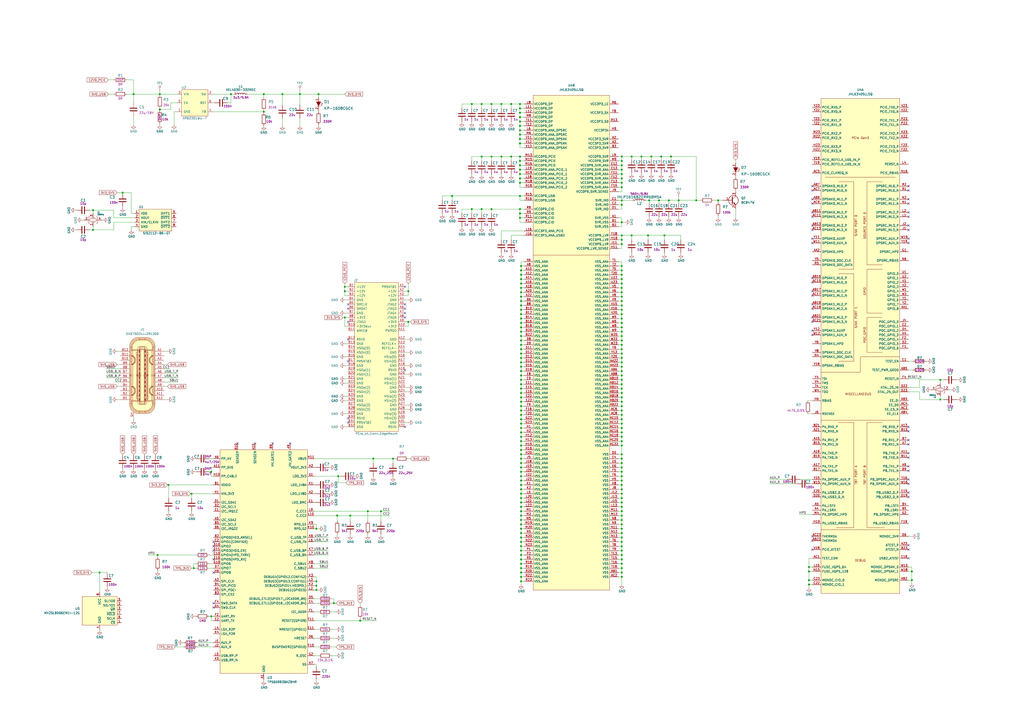
<source format=kicad_sch>
(kicad_sch (version 20211123) (generator eeschema)
  (paper "A2")
  (lib_symbols
    (symbol "JHL6340SLLSQ_1"
      (property "Reference" "U" (at 59.69 8.89 0))
      (property "Value" "JHL6340SLLSQ_1" (at 66.04 -2.54 0))
      (symbol "JHL6340SLLSQ_1_1_0"
        (text "DEBUG" (at 0 -124.46 0) (effects (font (size 1.27 1.27))))
        (text "GPIO" (at 2.54 31.75 900) (effects (font (size 1.27 1.27))))
        (text "MISCELLANEOUS" (at -1.27 -27.94 0) (effects (font (size 1.27 1.27))))
        (text "PCIe Gen3" (at 0 120.65 0) (effects (font (size 1.27 1.27))))
        (text "POC_GPIO" (at 2.54 6.35 900) (effects (font (size 1.27 1.27))))
        (text "SINK PORT 0" (at -2.54 69.85 900) (effects (font (size 1.27 1.27))))
        (text "SINK PORT 1" (at -2.54 16.51 900) (effects (font (size 1.27 1.27))))
        (text "SOURCE PORT 0" (at 2.54 69.85 900) (effects (font (size 1.27 1.27))))
        (text "TBT PORT A" (at -2.54 -74.93 900) (effects (font (size 1.27 1.27))))
        (text "TBT PORT B" (at 2.54 -74.93 900) (effects (font (size 1.27 1.27))))
      )
      (symbol "JHL6340SLLSQ_1_1_1"
        (pin output line (at 27.94 -62.23 180) (length 5.08) (name "PB_TX0_P") (number "A11"))
        (pin input line (at 27.94 -46.99 180) (length 5.08) (name "PB_RX0_P") (number "A13"))
        (pin input line (at -27.94 -54.61 0) (length 5.08) (name "PA_RX1_P") (number "A15"))
        (pin output line (at -27.94 -69.85 0) (length 5.08) (name "PA_TX1_P") (number "A17"))
        (pin output line (at -27.94 -62.23 0) (length 5.08) (name "PA_TX0_P") (number "A19"))
        (pin input line (at -27.94 -49.53 0) (length 5.08) (name "PA_RX0_N") (number "A21"))
        (pin passive line (at 27.94 -115.57 180) (length 5.08) (name "ATEST_P") (number "A23"))
        (pin input line (at -27.94 -95.25 0) (length 5.08) (name "PA_LSRX") (number "A4"))
        (pin output line (at -27.94 -92.71 0) (length 5.08) (name "PA_LSTX") (number "A5"))
        (pin input line (at 27.94 -57.15 180) (length 5.08) (name "PB_RX1_N") (number "A7"))
        (pin output line (at 27.94 -69.85 180) (length 5.08) (name "PB_TX1_P") (number "A9"))
        (pin bidirectional line (at 27.94 21.59 180) (length 5.08) (name "GPIO_8") (number "AA1"))
        (pin passive line (at -27.94 54.61 0) (length 5.08) (name "DPSNK0_HPD") (number "AA2"))
        (pin input line (at -27.94 77.47 0) (length 5.08) (name "DPSNK0_ML2_P") (number "AB11"))
        (pin input line (at -27.94 69.85 0) (length 5.08) (name "DPSNK0_ML3_P") (number "AB13"))
        (pin input line (at -27.94 39.37 0) (length 5.08) (name "DPSNK1_ML0_P") (number "AB15"))
        (pin input line (at -27.94 31.75 0) (length 5.08) (name "DPSNK1_ML1_P") (number "AB17"))
        (pin input line (at -27.94 24.13 0) (length 5.08) (name "DPSNK1_ML2_P") (number "AB19"))
        (pin output line (at 27.94 -31.75 180) (length 5.08) (name "EE_DI") (number "AB2"))
        (pin passive line (at 27.94 -135.89 180) (length 5.08) (name "MONDC_DPSRC") (number "AB2"))
        (pin input line (at -27.94 16.51 0) (length 5.08) (name "DPSNK1_ML3_P") (number "AB21"))
        (pin passive line (at -27.94 -113.03 0) (length 5.08) (name "THERMDA") (number "AB23"))
        (pin output line (at 27.94 -39.37 180) (length 5.08) (name "EE_CLK") (number "AB4"))
        (pin input line (at 27.94 -13.97 180) (length 5.08) (name "TEST_PWR_GOOD") (number "AB5"))
        (pin input line (at -27.94 92.71 0) (length 5.08) (name "DPSNK0_ML0_P") (number "AB7"))
        (pin input line (at -27.94 85.09 0) (length 5.08) (name "DPSNK0_ML1_P") (number "AB9"))
        (pin passive line (at -27.94 -123.19 0) (length 5.08) (name "TEST_EDM") (number "AC1"))
        (pin input line (at -27.94 74.93 0) (length 5.08) (name "DPSNK0_ML2_N") (number "AC11"))
        (pin input line (at -27.94 67.31 0) (length 5.08) (name "DPSNK0_ML3_N") (number "AC13"))
        (pin input line (at -27.94 36.83 0) (length 5.08) (name "DPSNK1_ML0_N") (number "AC15"))
        (pin input line (at -27.94 29.21 0) (length 5.08) (name "DPSNK1_ML1_N") (number "AC17"))
        (pin input line (at -27.94 21.59 0) (length 5.08) (name "DPSNK1_ML2_N") (number "AC19"))
        (pin input line (at -27.94 13.97 0) (length 5.08) (name "DPSNK1_ML3_N") (number "AC21"))
        (pin passive line (at -27.94 -110.49 0) (length 5.08) (name "THERMDA") (number "AC23"))
        (pin output line (at 27.94 -36.83 180) (length 5.08) (name "EE_CS_N") (number "AC3"))
        (pin input line (at 27.94 -34.29 180) (length 5.08) (name "EE_D0") (number "AC4"))
        (pin output line (at -27.94 100.33 0) (length 5.08) (name "PCIE_CLKREQ_N") (number "AC5"))
        (pin input line (at -27.94 90.17 0) (length 5.08) (name "DPSNK0_ML0_N") (number "AC7"))
        (pin input line (at -27.94 82.55 0) (length 5.08) (name "DPSNK0_ML1_N") (number "AC9"))
        (pin output line (at 27.94 -64.77 180) (length 5.08) (name "PB_TX0_N") (number "B11"))
        (pin input line (at 27.94 -49.53 180) (length 5.08) (name "PB_RX0_N") (number "B13"))
        (pin input line (at -27.94 -57.15 0) (length 5.08) (name "PA_RX1_N") (number "B15"))
        (pin output line (at -27.94 -72.39 0) (length 5.08) (name "PA_TX1_N") (number "B17"))
        (pin output line (at -27.94 -64.77 0) (length 5.08) (name "PA_TX0_N") (number "B19"))
        (pin input line (at -27.94 -46.99 0) (length 5.08) (name "PA_RX0_P") (number "B21"))
        (pin passive line (at 27.94 -118.11 180) (length 5.08) (name "ATEST_N") (number "B23"))
        (pin output line (at 27.94 -92.71 180) (length 5.08) (name "PB_LSTX") (number "B4"))
        (pin input line (at 27.94 -95.25 180) (length 5.08) (name "PB_LSRX") (number "B5"))
        (pin input line (at 27.94 -54.61 180) (length 5.08) (name "PB_RX1_P") (number "B7"))
        (pin output line (at 27.94 -72.39 180) (length 5.08) (name "PB_TX1_N") (number "B9"))
        (pin passive line (at -27.94 -138.43 0) (length 5.08) (name "MONDC_CIO_1") (number "C22"))
        (pin passive line (at -27.94 -135.89 0) (length 5.08) (name "MONDC_CIO_0") (number "C23"))
        (pin bidirectional line (at 27.94 -87.63 180) (length 5.08) (name "PB_USB2_D_N") (number "D19"))
        (pin bidirectional line (at 27.94 1.27 180) (length 5.08) (name "POC_GPIO_5") (number "D2"))
        (pin bidirectional line (at -27.94 -87.63 0) (length 5.08) (name "PA_USB2_D_N") (number "D20"))
        (pin input line (at 27.94 -24.13 180) (length 5.08) (name "XTAL_25_IN") (number "D22"))
        (pin input line (at 27.94 -26.67 180) (length 5.08) (name "XTAL_25_OUT") (number "D23"))
        (pin bidirectional line (at 27.94 8.89 180) (length 5.08) (name "POC_GPIO_2") (number "D4"))
        (pin passive line (at 27.94 -110.49 180) (length 5.08) (name "MONDC_SVR") (number "D6"))
        (pin input line (at 27.94 -8.89 180) (length 5.08) (name "TEST_EN") (number "E1"))
        (pin passive line (at 27.94 -123.19 180) (length 5.08) (name "USB2_ATEST") (number "E18"))
        (pin bidirectional line (at 27.94 -85.09 180) (length 5.08) (name "PB_USB2_D_P") (number "E19"))
        (pin bidirectional line (at 27.94 11.43 180) (length 5.08) (name "POC_GPIO_1") (number "E2"))
        (pin bidirectional line (at -27.94 -85.09 0) (length 5.08) (name "PA_USB2_D_P") (number "E20"))
        (pin bidirectional line (at 27.94 -1.27 180) (length 5.08) (name "POC_GPIO_6") (number "F1"))
        (pin passive line (at 27.94 -102.87 180) (length 5.08) (name "PB_USB2_RBIAS") (number "F19"))
        (pin bidirectional line (at 27.94 3.81 180) (length 5.08) (name "POC_GPIO_4") (number "F2"))
        (pin input line (at 27.94 113.03 180) (length 5.08) (name "PCIE_TX3_N") (number "F22"))
        (pin input line (at 27.94 115.57 180) (length 5.08) (name "PCIE_TX3_P") (number "F23"))
        (pin input line (at 27.94 -19.05 180) (length 5.08) (name "RESET_N") (number "F4"))
        (pin passive line (at 27.94 54.61 180) (length 5.08) (name "DPSRC_HPD") (number "G1"))
        (pin input line (at 27.94 -97.79 180) (length 5.08) (name "PB_DPSRC_HPD") (number "G2"))
        (pin passive line (at -27.94 -102.87 0) (length 5.08) (name "PA_USB2_RBIAS") (number "H19"))
        (pin input line (at -27.94 113.03 0) (length 5.08) (name "PCIE_RX3_N") (number "H22"))
        (pin input line (at -27.94 115.57 0) (length 5.08) (name "PCIE_RX3_P") (number "H23"))
        (pin bidirectional line (at 27.94 6.35 180) (length 5.08) (name "POC_GPIO_3") (number "H4"))
        (pin passive line (at -27.94 -31.75 0) (length 5.08) (name "RBIAS") (number "H6"))
        (pin output line (at 27.94 67.31 180) (length 5.08) (name "DPSRC_ML3_N") (number "J1"))
        (pin output line (at 27.94 69.85 180) (length 5.08) (name "DPSRC_ML3_P") (number "J2"))
        (pin bidirectional line (at 27.94 13.97 180) (length 5.08) (name "POC_GPIO_0") (number "J4"))
        (pin passive line (at -27.94 -39.37 0) (length 5.08) (name "RSENSE") (number "J6"))
        (pin input line (at 27.94 120.65 180) (length 5.08) (name "PCIE_TX2_N") (number "K22"))
        (pin input line (at 27.94 123.19 180) (length 5.08) (name "PCIE_TX2_P") (number "K23"))
        (pin output line (at 27.94 74.93 180) (length 5.08) (name "DPSRC_ML2_N") (number "L1"))
        (pin passive line (at -27.94 -128.27 0) (length 5.08) (name "FUSE_VQPS_64") (number "L15"))
        (pin output line (at 27.94 77.47 180) (length 5.08) (name "DPSRC_ML2_P") (number "L2"))
        (pin input line (at 27.94 105.41 180) (length 5.08) (name "PERST_N") (number "L4"))
        (pin input line (at -27.94 120.65 0) (length 5.08) (name "PCIE_RX2_N") (number "M22"))
        (pin input line (at -27.94 123.19 0) (length 5.08) (name "PCIE_RX2_P") (number "M23"))
        (pin input line (at -27.94 -97.79 0) (length 5.08) (name "PA_DPSRC_HPD") (number "M4"))
        (pin output line (at 27.94 82.55 180) (length 5.08) (name "DPSRC_ML1_N") (number "N1"))
        (pin passive line (at -27.94 -130.81 0) (length 5.08) (name "FUSE_VQPS_128") (number "N15"))
        (pin input line (at 27.94 100.33 180) (length 5.08) (name "PCIE_RBIAS") (number "N16"))
        (pin output line (at 27.94 85.09 180) (length 5.08) (name "DPSRC_ML1_P") (number "N2"))
        (pin passive line (at -27.94 -6.35 0) (length 5.08) (name "DPSNK1_DDC_DATA") (number "N4"))
        (pin passive line (at 27.94 49.53 180) (length 5.08) (name "DPSRC_RBIAS") (number "N6"))
        (pin input line (at 27.94 128.27 180) (length 5.08) (name "PCIE_TX1_N") (number "P22"))
        (pin input line (at 27.94 130.81 180) (length 5.08) (name "PCIE_TX1_P") (number "P23"))
        (pin output line (at 27.94 90.17 180) (length 5.08) (name "DPSRC_ML0_N") (number "R1"))
        (pin output line (at 27.94 92.71 180) (length 5.08) (name "DPSRC_ML0_P") (number "R2"))
        (pin passive line (at -27.94 46.99 0) (length 5.08) (name "DPSNK0_DDC_DATA") (number "R5"))
        (pin input line (at -27.94 105.41 0) (length 5.08) (name "PCIE_REFCLK_100_IN_N") (number "T19"))
        (pin input line (at -27.94 128.27 0) (length 5.08) (name "PCIE_RX1_N") (number "T22"))
        (pin input line (at -27.94 130.81 0) (length 5.08) (name "PCIE_RX1_P") (number "T23"))
        (pin input line (at -27.94 -24.13 0) (length 5.08) (name "TCK") (number "T4"))
        (pin bidirectional line (at 27.94 41.91 180) (length 5.08) (name "GPIO_0") (number "U1"))
        (pin bidirectional line (at 27.94 39.37 180) (length 5.08) (name "GPIO_1") (number "U2"))
        (pin bidirectional line (at 27.94 36.83 180) (length 5.08) (name "GPIO_2") (number "V1"))
        (pin passive line (at -27.94 -118.11 0) (length 5.08) (name "PCIE_ATEST") (number "V18"))
        (pin input line (at -27.94 107.95 0) (length 5.08) (name "PCIE_REFCLK_100_IN_P") (number "V19"))
        (pin bidirectional line (at 27.94 34.29 180) (length 5.08) (name "GPIO_3") (number "V2"))
        (pin input line (at 27.94 135.89 180) (length 5.08) (name "PCIE_TX0_N") (number "V22"))
        (pin input line (at 27.94 138.43 180) (length 5.08) (name "PCIE_TX0_P") (number "V23"))
        (pin input line (at -27.94 -21.59 0) (length 5.08) (name "TMS") (number "V4"))
        (pin bidirectional line (at 27.94 31.75 180) (length 5.08) (name "GPIO_4") (number "W1"))
        (pin bidirectional line (at -27.94 59.69 0) (length 5.08) (name "DPSNK0_AUX_N") (number "W11"))
        (pin bidirectional line (at -27.94 6.35 0) (length 5.08) (name "DPSNK1_AUX_N") (number "W12"))
        (pin passive line (at 27.94 -128.27 180) (length 5.08) (name "MONDC_DPSNK_0") (number "W13"))
        (pin bidirectional line (at -27.94 -80.01 0) (length 5.08) (name "PA_DPSRC_AUX_N") (number "W15"))
        (pin bidirectional line (at 27.94 -80.01 180) (length 5.08) (name "PB_DPSRC_AUX_N") (number "W16"))
        (pin passive line (at 27.94 -130.81 180) (length 5.08) (name "MONDC_DPSNK_1") (number "W18"))
        (pin bidirectional line (at 27.94 62.23 180) (length 5.08) (name "DPSRC_AUX_P") (number "W19"))
        (pin bidirectional line (at 27.94 29.21 180) (length 5.08) (name "GPIO_5") (number "W2"))
        (pin output line (at -27.94 -26.67 0) (length 5.08) (name "TDO") (number "W4"))
        (pin bidirectional line (at 27.94 26.67 180) (length 5.08) (name "GPIO_6") (number "Y1"))
        (pin bidirectional line (at -27.94 62.23 0) (length 5.08) (name "DPSNK0_AUXP") (number "Y11"))
        (pin bidirectional line (at -27.94 8.89 0) (length 5.08) (name "DPSNK1_AUXP") (number "Y12"))
        (pin bidirectional line (at -27.94 -77.47 0) (length 5.08) (name "PA_DPSRC_AUX_P") (number "Y15"))
        (pin bidirectional line (at 27.94 -77.47 180) (length 5.08) (name "PB_DPSRC_AUX_P") (number "Y16"))
        (pin passive line (at -27.94 -11.43 0) (length 5.08) (name "DPSNK_RBIAS") (number "Y18"))
        (pin bidirectional line (at 27.94 59.69 180) (length 5.08) (name "DPSRC_AUX_N") (number "Y19"))
        (pin bidirectional line (at 27.94 24.13 180) (length 5.08) (name "GPIO_7") (number "Y2"))
        (pin input line (at -27.94 135.89 0) (length 5.08) (name "PCIE_RX0_N") (number "Y22"))
        (pin input line (at -27.94 138.43 0) (length 5.08) (name "PCIE_RX0_P") (number "Y23"))
        (pin input line (at -27.94 -19.05 0) (length 5.08) (name "TDI") (number "Y4"))
        (pin passive line (at -27.94 49.53 0) (length 5.08) (name "DPSNK0_DDC_CLK") (number "Y5"))
        (pin passive line (at -27.94 1.27 0) (length 5.08) (name "DPSNK1_HPD") (number "Y6"))
        (pin passive line (at -27.94 -3.81 0) (length 5.08) (name "DPSNK1_DDC_CLK") (number "Y8"))
      )
      (symbol "JHL6340SLLSQ_1_2_1"
        (pin power_in line (at 27.94 72.39 180) (length 5.08) (name "SVR_VSS") (number "A1"))
        (pin power_in line (at -26.67 41.91 0) (length 5.08) (name "VSS_ANA") (number "A10"))
        (pin power_in line (at -26.67 39.37 0) (length 5.08) (name "VSS_ANA") (number "A12"))
        (pin power_in line (at -26.67 36.83 0) (length 5.08) (name "VSS_ANA") (number "A14"))
        (pin power_in line (at -26.67 34.29 0) (length 5.08) (name "VSS_ANA") (number "A16"))
        (pin power_in line (at -26.67 31.75 0) (length 5.08) (name "VSS_ANA") (number "A18"))
        (pin power_in line (at 27.94 118.11 180) (length 5.08) (name "VCC3P3_SVR") (number "A2"))
        (pin power_in line (at -26.67 29.21 0) (length 5.08) (name "VSS_ANA") (number "A20"))
        (pin power_in line (at -26.67 26.67 0) (length 5.08) (name "VSS_ANA") (number "A22"))
        (pin power_in line (at 27.94 115.57 180) (length 5.08) (name "VCC3P3_SVR") (number "A3"))
        (pin power_in line (at -26.67 46.99 0) (length 5.08) (name "VSS_ANA") (number "A6"))
        (pin power_in line (at -26.67 44.45 0) (length 5.08) (name "VSS_ANA") (number "A8"))
        (pin power_in line (at 27.94 -11.43 180) (length 5.08) (name "VSS_ANA") (number "AA22"))
        (pin power_in line (at 27.94 -13.97 180) (length 5.08) (name "VSS_ANA") (number "AA23"))
        (pin power_in line (at 27.94 -133.35 180) (length 5.08) (name "VSS") (number "AB1"))
        (pin power_in line (at 27.94 -21.59 180) (length 5.08) (name "VSS_ANA") (number "AB10"))
        (pin power_in line (at 27.94 -24.13 180) (length 5.08) (name "VSS_ANA") (number "AB12"))
        (pin power_in line (at 27.94 -26.67 180) (length 5.08) (name "VSS_ANA") (number "AB14"))
        (pin power_in line (at 27.94 -29.21 180) (length 5.08) (name "VSS_ANA") (number "AB16"))
        (pin power_in line (at 27.94 -31.75 180) (length 5.08) (name "VSS_ANA") (number "AB18"))
        (pin power_in line (at 27.94 -34.29 180) (length 5.08) (name "VSS_ANA") (number "AB20"))
        (pin power_in line (at 27.94 -36.83 180) (length 5.08) (name "VSS_ANA") (number "AB22"))
        (pin power_in line (at 27.94 -16.51 180) (length 5.08) (name "VSS_ANA") (number "AB6"))
        (pin power_in line (at 27.94 -19.05 180) (length 5.08) (name "VSS_ANA") (number "AB8"))
        (pin power_in line (at 27.94 -44.45 180) (length 5.08) (name "VSS_ANA") (number "AC10"))
        (pin power_in line (at 27.94 -46.99 180) (length 5.08) (name "VSS_ANA") (number "AC12"))
        (pin power_in line (at 27.94 -49.53 180) (length 5.08) (name "VSS_ANA") (number "AC14"))
        (pin power_in line (at 27.94 -52.07 180) (length 5.08) (name "VSS_ANA") (number "AC16"))
        (pin power_in line (at 27.94 -54.61 180) (length 5.08) (name "VSS_ANA") (number "AC18"))
        (pin power_in line (at 27.94 -135.89 180) (length 5.08) (name "VSS") (number "AC2"))
        (pin power_in line (at 27.94 -57.15 180) (length 5.08) (name "VSS_ANA") (number "AC20"))
        (pin power_in line (at 27.94 -59.69 180) (length 5.08) (name "VSS_ANA") (number "AC22"))
        (pin power_in line (at 27.94 -39.37 180) (length 5.08) (name "VSS_ANA") (number "AC6"))
        (pin power_in line (at 27.94 -41.91 180) (length 5.08) (name "VSS_ANA") (number "AC8"))
        (pin power_in line (at 27.94 69.85 180) (length 5.08) (name "SVR_VSS") (number "B1"))
        (pin power_in line (at -26.67 19.05 0) (length 5.08) (name "VSS_ANA") (number "B10"))
        (pin power_in line (at -26.67 16.51 0) (length 5.08) (name "VSS_ANA") (number "B12"))
        (pin power_in line (at -26.67 13.97 0) (length 5.08) (name "VSS_ANA") (number "B14"))
        (pin power_in line (at -26.67 11.43 0) (length 5.08) (name "VSS_ANA") (number "B16"))
        (pin power_in line (at -26.67 8.89 0) (length 5.08) (name "VSS_ANA") (number "B18"))
        (pin power_in line (at 27.94 67.31 180) (length 5.08) (name "SVR_VSS") (number "B2"))
        (pin power_in line (at -26.67 6.35 0) (length 5.08) (name "VSS_ANA") (number "B20"))
        (pin power_in line (at -26.67 3.81 0) (length 5.08) (name "VSS_ANA") (number "B22"))
        (pin power_in line (at 27.94 113.03 180) (length 5.08) (name "VCC3P3_SVR") (number "B3"))
        (pin power_in line (at -26.67 24.13 0) (length 5.08) (name "VSS_ANA") (number "B6"))
        (pin power_in line (at -26.67 21.59 0) (length 5.08) (name "VSS_ANA") (number "B8"))
        (pin power_out line (at 27.94 82.55 180) (length 5.08) (name "SVR_IND") (number "C1"))
        (pin power_out line (at 27.94 80.01 180) (length 5.08) (name "SVR_IND") (number "C2"))
        (pin power_out line (at 27.94 77.47 180) (length 5.08) (name "SVR_IND") (number "D1"))
        (pin power_in line (at -26.67 -3.81 0) (length 5.08) (name "VSS_ANA") (number "D11"))
        (pin power_in line (at -26.67 -6.35 0) (length 5.08) (name "VSS_ANA") (number "D12"))
        (pin power_in line (at -26.67 -8.89 0) (length 5.08) (name "VSS_ANA") (number "D13"))
        (pin power_in line (at -26.67 -11.43 0) (length 5.08) (name "VSS_ANA") (number "D15"))
        (pin power_in line (at -26.67 -13.97 0) (length 5.08) (name "VSS_ANA") (number "D16"))
        (pin power_in line (at -26.67 -16.51 0) (length 5.08) (name "VSS_ANA") (number "D18"))
        (pin power_in line (at 27.94 -64.77 180) (length 5.08) (name "VSS") (number "D5"))
        (pin power_in line (at -26.67 1.27 0) (length 5.08) (name "VSS_ANA") (number "D8"))
        (pin power_in line (at -26.67 -1.27 0) (length 5.08) (name "VSS_ANA") (number "D9"))
        (pin power_in line (at -26.67 -24.13 0) (length 5.08) (name "VSS_ANA") (number "E11"))
        (pin power_in line (at 27.94 102.87 180) (length 5.08) (name "VCC0P9_SVR_ANA") (number "E12"))
        (pin power_in line (at 27.94 100.33 180) (length 5.08) (name "VCC0P9_SVR_ANA") (number "E13"))
        (pin power_in line (at -26.67 -26.67 0) (length 5.08) (name "VSS_ANA") (number "E15"))
        (pin power_in line (at -26.67 -29.21 0) (length 5.08) (name "VSS_ANA") (number "E16"))
        (pin power_in line (at -26.67 -31.75 0) (length 5.08) (name "VSS_ANA") (number "E22"))
        (pin power_in line (at -26.67 -34.29 0) (length 5.08) (name "VSS_ANA") (number "E23"))
        (pin power_in line (at 27.94 -67.31 180) (length 5.08) (name "VSS") (number "E4"))
        (pin power_in line (at 27.94 -69.85 180) (length 5.08) (name "VSS") (number "E5"))
        (pin power_in line (at 27.94 -72.39 180) (length 5.08) (name "VSS") (number "E6"))
        (pin power_in line (at -26.67 -19.05 0) (length 5.08) (name "VSS_ANA") (number "E8"))
        (pin power_in line (at -26.67 -21.59 0) (length 5.08) (name "VSS_ANA") (number "E9"))
        (pin power_in line (at 27.94 97.79 180) (length 5.08) (name "VCC0P9_SVR_ANA") (number "F11"))
        (pin power_in line (at 27.94 95.25 180) (length 5.08) (name "VCC0P9_SVR_ANA") (number "F12"))
        (pin power_in line (at 27.94 92.71 180) (length 5.08) (name "VCC0P9_SVR_ANA") (number "F13"))
        (pin power_in line (at 27.94 90.17 180) (length 5.08) (name "VCC0P9_SVR_ANA") (number "F15"))
        (pin power_in line (at -26.67 -39.37 0) (length 5.08) (name "VSS_ANA") (number "F16"))
        (pin power_in line (at 27.94 62.23 180) (length 5.08) (name "VCC0P9_LVR") (number "F18"))
        (pin power_in line (at -26.67 -41.91 0) (length 5.08) (name "VSS_ANA") (number "F20"))
        (pin power_in line (at 27.94 -74.93 180) (length 5.08) (name "VSS") (number "F5"))
        (pin power_in line (at 27.94 -77.47 180) (length 5.08) (name "VSS") (number "F6"))
        (pin power_in line (at 27.94 133.35 180) (length 5.08) (name "VCC3P3_SX") (number "F8"))
        (pin power_in line (at -26.67 -36.83 0) (length 5.08) (name "VSS_ANA") (number "F9"))
        (pin power_in line (at -26.67 -44.45 0) (length 5.08) (name "VSS_ANA") (number "G22"))
        (pin power_in line (at -26.67 -46.99 0) (length 5.08) (name "VSS_ANA") (number "G23"))
        (pin power_in line (at -26.67 -49.53 0) (length 5.08) (name "VSS_ANA") (number "H1"))
        (pin power_in line (at 27.94 54.61 180) (length 5.08) (name "VCC0P9_LVR_SENSE") (number "H11"))
        (pin power_in line (at -26.67 -54.61 0) (length 5.08) (name "VSS_ANA") (number "H12"))
        (pin power_in line (at -26.67 -57.15 0) (length 5.08) (name "VSS_ANA") (number "H13"))
        (pin power_in line (at -26.67 -59.69 0) (length 5.08) (name "VSS_ANA") (number "H15"))
        (pin power_in line (at -26.67 -62.23 0) (length 5.08) (name "VSS_ANA") (number "H16"))
        (pin power_in line (at 27.94 59.69 180) (length 5.08) (name "VCC0P9_LVR") (number "H18"))
        (pin power_in line (at -26.67 -52.07 0) (length 5.08) (name "VSS_ANA") (number "H2"))
        (pin power_in line (at -26.67 -64.77 0) (length 5.08) (name "VSS_ANA") (number "H20"))
        (pin power_in line (at 27.94 -80.01 180) (length 5.08) (name "VSS") (number "H5"))
        (pin power_in line (at 27.94 -82.55 180) (length 5.08) (name "VSS") (number "H8"))
        (pin power_in line (at 27.94 123.19 180) (length 5.08) (name "VCC3P3A") (number "H9"))
        (pin power_in line (at 27.94 57.15 180) (length 5.08) (name "VCC0P9_LVR") (number "J11"))
        (pin power_in line (at 27.94 -87.63 180) (length 5.08) (name "VSS") (number "J12"))
        (pin power_in line (at 27.94 -90.17 180) (length 5.08) (name "VSS") (number "J13"))
        (pin power_in line (at 27.94 -92.71 180) (length 5.08) (name "VSS") (number "J15"))
        (pin power_in line (at -26.67 62.23 0) (length 5.08) (name "VCC3P3_ANA_USB2") (number "J16"))
        (pin power_in line (at -26.67 -69.85 0) (length 5.08) (name "VSS_ANA") (number "J18"))
        (pin power_in line (at -26.67 -72.39 0) (length 5.08) (name "VSS_ANA") (number "J19"))
        (pin power_in line (at -26.67 -74.93 0) (length 5.08) (name "VSS_ANA") (number "J20"))
        (pin power_in line (at -26.67 -77.47 0) (length 5.08) (name "VSS_ANA") (number "J22"))
        (pin power_in line (at -26.67 -80.01 0) (length 5.08) (name "VSS_ANA") (number "J23"))
        (pin power_in line (at -26.67 -67.31 0) (length 5.08) (name "VSS_ANA") (number "J5"))
        (pin power_in line (at 27.94 -85.09 180) (length 5.08) (name "VSS") (number "J8"))
        (pin power_in line (at 27.94 87.63 180) (length 5.08) (name "VCC0P9_SVR_SENSE") (number "J9"))
        (pin power_in line (at -26.67 -82.55 0) (length 5.08) (name "VSS_ANA") (number "K1"))
        (pin power_in line (at -26.67 -85.09 0) (length 5.08) (name "VSS_ANA") (number "K2"))
        (pin power_in line (at -26.67 135.89 0) (length 5.08) (name "VCC0P9_DP") (number "L11"))
        (pin power_in line (at -26.67 133.35 0) (length 5.08) (name "VCC0P9_DP") (number "L12"))
        (pin power_in line (at 27.94 -95.25 180) (length 5.08) (name "VSS") (number "L13"))
        (pin power_in line (at -26.67 64.77 0) (length 5.08) (name "VCC3P3_ANA_PCIE") (number "L16"))
        (pin power_in line (at -26.67 95.25 0) (length 5.08) (name "VCC0P9_ANA_PCIE_2") (number "L18"))
        (pin power_in line (at -26.67 100.33 0) (length 5.08) (name "VCC0P9_ANA_PCIE_1") (number "L19"))
        (pin power_in line (at -26.67 -90.17 0) (length 5.08) (name "VSS_ANA") (number "L20"))
        (pin power_in line (at -26.67 -92.71 0) (length 5.08) (name "VSS_ANA") (number "L22"))
        (pin power_in line (at -26.67 -95.25 0) (length 5.08) (name "VSS_ANA") (number "L23"))
        (pin power_in line (at -26.67 -87.63 0) (length 5.08) (name "VSS_ANA") (number "L5"))
        (pin power_in line (at -26.67 123.19 0) (length 5.08) (name "VCC0P9_ANA_DPSRC") (number "L6"))
        (pin power_in line (at -26.67 138.43 0) (length 5.08) (name "VCC0P9_DP") (number "L8"))
        (pin power_in line (at 27.94 107.95 180) (length 5.08) (name "VCC0P9_SVR") (number "L9"))
        (pin power_in line (at -26.67 -97.79 0) (length 5.08) (name "VSS_ANA") (number "M1"))
        (pin power_in line (at 27.94 -97.79 180) (length 5.08) (name "VSS") (number "M11"))
        (pin power_in line (at 27.94 -100.33 180) (length 5.08) (name "VSS") (number "M12"))
        (pin power_in line (at -26.67 107.95 0) (length 5.08) (name "VCC0P9_PCIE") (number "M13"))
        (pin power_in line (at -26.67 105.41 0) (length 5.08) (name "VCC0P9_PCIE") (number "M15"))
        (pin power_in line (at -26.67 102.87 0) (length 5.08) (name "VCC0P9_PCIE") (number "M16"))
        (pin power_in line (at -26.67 92.71 0) (length 5.08) (name "VCC0P9_ANA_PCIE_2") (number "M18"))
        (pin power_in line (at -26.67 -105.41 0) (length 5.08) (name "VSS_ANA") (number "M19"))
        (pin power_in line (at -26.67 -100.33 0) (length 5.08) (name "VSS_ANA") (number "M2"))
        (pin power_in line (at -26.67 -107.95 0) (length 5.08) (name "VSS_ANA") (number "M20"))
        (pin power_in line (at -26.67 -102.87 0) (length 5.08) (name "VSS_ANA") (number "M5"))
        (pin power_in line (at -26.67 120.65 0) (length 5.08) (name "VCC0P9_ANA_DPSRC") (number "M6"))
        (pin power_in line (at -26.67 130.81 0) (length 5.08) (name "VCC0P9_DP") (number "M8"))
        (pin power_in line (at 27.94 105.41 180) (length 5.08) (name "VCC0P9_SVR") (number "M9"))
        (pin power_in line (at 27.94 -107.95 180) (length 5.08) (name "VSS") (number "N11"))
        (pin power_in line (at 27.94 -110.49 180) (length 5.08) (name "VSS") (number "N12"))
        (pin power_in line (at 27.94 -113.03 180) (length 5.08) (name "VSS") (number "N13"))
        (pin power_in line (at -26.67 90.17 0) (length 5.08) (name "VCC0P9_ANA_PCIE_2") (number "N18"))
        (pin power_in line (at -26.67 97.79 0) (length 5.08) (name "VCC0P9_ANA_PCIE_1") (number "N19"))
        (pin power_in line (at -26.67 -113.03 0) (length 5.08) (name "VSS_ANA") (number "N20"))
        (pin power_in line (at -26.67 -115.57 0) (length 5.08) (name "VSS_ANA") (number "N22"))
        (pin power_in line (at -26.67 -118.11 0) (length 5.08) (name "VSS_ANA") (number "N23"))
        (pin power_in line (at -26.67 -110.49 0) (length 5.08) (name "VSS_ANA") (number "N5"))
        (pin power_in line (at 27.94 -102.87 180) (length 5.08) (name "VSS") (number "N8"))
        (pin power_in line (at 27.94 -105.41 180) (length 5.08) (name "VSS") (number "N9"))
        (pin power_in line (at -26.67 -120.65 0) (length 5.08) (name "VSS_ANA") (number "P1"))
        (pin power_in line (at -26.67 -123.19 0) (length 5.08) (name "VSS_ANA") (number "P2"))
        (pin power_in line (at -26.67 72.39 0) (length 5.08) (name "VCC0P9_CIO") (number "R11"))
        (pin power_in line (at -26.67 69.85 0) (length 5.08) (name "VCC0P9_CIO") (number "R12"))
        (pin power_in line (at 27.94 128.27 180) (length 5.08) (name "VCC3P3_S0") (number "R13"))
        (pin power_in line (at -26.67 85.09 0) (length 5.08) (name "VCC0P9_USB") (number "R15"))
        (pin power_in line (at -26.67 82.55 0) (length 5.08) (name "VCC0P9_USB") (number "R16"))
        (pin power_in line (at -26.67 -128.27 0) (length 5.08) (name "VSS_ANA") (number "R18"))
        (pin power_in line (at -26.67 -130.81 0) (length 5.08) (name "VSS_ANA") (number "R19"))
        (pin power_in line (at -26.67 -133.35 0) (length 5.08) (name "VSS_ANA") (number "R20"))
        (pin power_in line (at -26.67 -135.89 0) (length 5.08) (name "VSS_ANA") (number "R22"))
        (pin power_in line (at -26.67 -138.43 0) (length 5.08) (name "VSS_ANA") (number "R23"))
        (pin power_in line (at -26.67 -125.73 0) (length 5.08) (name "VSS_ANA") (number "R5"))
        (pin power_in line (at 27.94 138.43 180) (length 5.08) (name "VCC3P3_LC") (number "R6"))
        (pin power_in line (at -26.67 77.47 0) (length 5.08) (name "VCC0P9_CIO") (number "R8"))
        (pin power_in line (at -26.67 74.93 0) (length 5.08) (name "VCC0P9_CIO") (number "R9"))
        (pin power_in line (at 27.94 46.99 180) (length 5.08) (name "VSS_ANA") (number "T1"))
        (pin power_in line (at -26.67 128.27 0) (length 5.08) (name "VCC0P9_DP") (number "T11"))
        (pin power_in line (at -26.67 125.73 0) (length 5.08) (name "VCC0P9_DP") (number "T12"))
        (pin power_in line (at 27.94 -123.19 180) (length 5.08) (name "VSS") (number "T13"))
        (pin power_in line (at 27.94 -125.73 180) (length 5.08) (name "VSS") (number "T15"))
        (pin power_in line (at 27.94 -128.27 180) (length 5.08) (name "VSS") (number "T16"))
        (pin power_in line (at 27.94 -130.81 180) (length 5.08) (name "VSS") (number "T18"))
        (pin power_in line (at 27.94 44.45 180) (length 5.08) (name "VSS_ANA") (number "T2"))
        (pin power_in line (at 27.94 39.37 180) (length 5.08) (name "VSS_ANA") (number "T20"))
        (pin power_in line (at 27.94 41.91 180) (length 5.08) (name "VSS_ANA") (number "T5"))
        (pin power_in line (at 27.94 -115.57 180) (length 5.08) (name "VSS") (number "T6"))
        (pin power_in line (at 27.94 -118.11 180) (length 5.08) (name "VSS") (number "T8"))
        (pin power_in line (at 27.94 -120.65 180) (length 5.08) (name "VSS") (number "T9"))
        (pin power_in line (at 27.94 36.83 180) (length 5.08) (name "VSS_ANA") (number "U22"))
        (pin power_in line (at 27.94 34.29 180) (length 5.08) (name "VSS_ANA") (number "U23"))
        (pin power_in line (at -26.67 118.11 0) (length 5.08) (name "VCC0P9_ANA_DPSNK") (number "V11"))
        (pin power_in line (at -26.67 115.57 0) (length 5.08) (name "VCC0P9_ANA_DPSNK") (number "V12"))
        (pin power_in line (at -26.67 113.03 0) (length 5.08) (name "VCC0P9_ANA_DPSNK") (number "V13"))
        (pin power_in line (at 27.94 21.59 180) (length 5.08) (name "VSS_ANA") (number "V15"))
        (pin power_in line (at 27.94 19.05 180) (length 5.08) (name "VSS_ANA") (number "V16"))
        (pin power_in line (at 27.94 16.51 180) (length 5.08) (name "VSS_ANA") (number "V20"))
        (pin power_in line (at 27.94 31.75 180) (length 5.08) (name "VSS_ANA") (number "V5"))
        (pin power_in line (at 27.94 29.21 180) (length 5.08) (name "VSS_ANA") (number "V6"))
        (pin power_in line (at 27.94 26.67 180) (length 5.08) (name "VSS_ANA") (number "V8"))
        (pin power_in line (at 27.94 24.13 180) (length 5.08) (name "VSS_ANA") (number "V9"))
        (pin power_in line (at 27.94 3.81 180) (length 5.08) (name "VSS_ANA") (number "W20"))
        (pin power_in line (at 27.94 1.27 180) (length 5.08) (name "VSS_ANA") (number "W22"))
        (pin power_in line (at 27.94 -1.27 180) (length 5.08) (name "VSS_ANA") (number "W23"))
        (pin power_in line (at 27.94 13.97 180) (length 5.08) (name "VSS_ANA") (number "W5"))
        (pin power_in line (at 27.94 11.43 180) (length 5.08) (name "VSS_ANA") (number "W6"))
        (pin power_in line (at 27.94 8.89 180) (length 5.08) (name "VSS_ANA") (number "W8"))
        (pin power_in line (at 27.94 6.35 180) (length 5.08) (name "VSS_ANA") (number "W9"))
        (pin power_in line (at 27.94 -6.35 180) (length 5.08) (name "VSS_ANA") (number "Y13"))
        (pin power_in line (at 27.94 -8.89 180) (length 5.08) (name "VSS_ANA") (number "Y20"))
        (pin power_in line (at 27.94 -3.81 180) (length 5.08) (name "VSS_ANA") (number "Y9"))
      )
    )
    (symbol "PCIe_x4_Conn_EdgeMount_1" (pin_names (offset 1.016))
      (property "Reference" "J" (at -11.43 44.45 0))
      (property "Value" "PCIe_x4_Conn_EdgeMount_1" (at 0 -44.45 0))
      (symbol "PCIe_x4_Conn_EdgeMount_1_1_1"
        (pin input line (at 16.51 40.64 180) (length 3.81) (name "PRSNT#1") (number "A1"))
        (pin input line (at 16.51 17.78 180) (length 3.81) (name "+3V3") (number "A10"))
        (pin input line (at 16.51 15.24 180) (length 3.81) (name "PWRGD") (number "A11"))
        (pin input line (at 16.51 10.16 180) (length 3.81) (name "GND") (number "A12"))
        (pin input line (at 16.51 7.62 180) (length 3.81) (name "REFCLK+") (number "A13"))
        (pin input line (at 16.51 5.08 180) (length 3.81) (name "REFCLK-") (number "A14"))
        (pin input line (at 16.51 2.54 180) (length 3.81) (name "GND") (number "A15"))
        (pin input line (at 16.51 0 180) (length 3.81) (name "HSIp(0)") (number "A16"))
        (pin input line (at 16.51 -2.54 180) (length 3.81) (name "HSIn(0)") (number "A17"))
        (pin input line (at 16.51 -5.08 180) (length 3.81) (name "GND") (number "A18"))
        (pin input line (at 16.51 -7.62 180) (length 3.81) (name "RSVD") (number "A19"))
        (pin input line (at 16.51 38.1 180) (length 3.81) (name "+12V") (number "A2"))
        (pin input line (at 16.51 -10.16 180) (length 3.81) (name "GND") (number "A20"))
        (pin input line (at 16.51 -12.7 180) (length 3.81) (name "HSIp(1)") (number "A21"))
        (pin input line (at 16.51 -15.24 180) (length 3.81) (name "HSIn(1)") (number "A22"))
        (pin input line (at 16.51 -17.78 180) (length 3.81) (name "GND") (number "A23"))
        (pin input line (at 16.51 -20.32 180) (length 3.81) (name "GND") (number "A24"))
        (pin input line (at 16.51 -22.86 180) (length 3.81) (name "HSIp(2)") (number "A25"))
        (pin input line (at 16.51 -25.4 180) (length 3.81) (name "HSIn(2)") (number "A26"))
        (pin input line (at 16.51 -27.94 180) (length 3.81) (name "GND") (number "A27"))
        (pin input line (at 16.51 -30.48 180) (length 3.81) (name "GND") (number "A28"))
        (pin input line (at 16.51 -33.02 180) (length 3.81) (name "HSIp(3)") (number "A29"))
        (pin input line (at 16.51 35.56 180) (length 3.81) (name "+12V") (number "A3"))
        (pin input line (at 16.51 -35.56 180) (length 3.81) (name "HSIn(3)") (number "A30"))
        (pin input line (at 16.51 -38.1 180) (length 3.81) (name "GND") (number "A31"))
        (pin input line (at 16.51 -40.64 180) (length 3.81) (name "RSVD") (number "A32"))
        (pin input line (at 16.51 33.02 180) (length 3.81) (name "GND") (number "A4"))
        (pin input line (at 16.51 30.48 180) (length 3.81) (name "JTAG2") (number "A5"))
        (pin input line (at 16.51 27.94 180) (length 3.81) (name "JTAG3") (number "A6"))
        (pin input line (at 16.51 25.4 180) (length 3.81) (name "JTAG4") (number "A7"))
        (pin input line (at 16.51 22.86 180) (length 3.81) (name "JTAG5") (number "A8"))
        (pin input line (at 16.51 20.32 180) (length 3.81) (name "+3V3") (number "A9"))
        (pin input line (at -16.51 40.64 0) (length 3.81) (name "+12V") (number "B1"))
        (pin input line (at -16.51 17.78 0) (length 3.81) (name "+3V3aux") (number "B10"))
        (pin input line (at -16.51 15.24 0) (length 3.81) (name "WAKE#") (number "B11"))
        (pin input line (at -16.51 10.16 0) (length 3.81) (name "RSVD") (number "B12"))
        (pin input line (at -16.51 7.62 0) (length 3.81) (name "GND") (number "B13"))
        (pin input line (at -16.51 5.08 0) (length 3.81) (name "HSOp(0)") (number "B14"))
        (pin input line (at -16.51 2.54 0) (length 3.81) (name "HSOn(0)") (number "B15"))
        (pin input line (at -16.51 0 0) (length 3.81) (name "GND") (number "B16"))
        (pin input line (at -16.51 -2.54 0) (length 3.81) (name "PRSNT#2") (number "B17"))
        (pin input line (at -16.51 -5.08 0) (length 3.81) (name "GND") (number "B18"))
        (pin input line (at -16.51 -7.62 0) (length 3.81) (name "HSOp(1)") (number "B19"))
        (pin input line (at -16.51 38.1 0) (length 3.81) (name "+12V") (number "B2"))
        (pin input line (at -16.51 -10.16 0) (length 3.81) (name "HSOn(1)") (number "B20"))
        (pin input line (at -16.51 -12.7 0) (length 3.81) (name "GND") (number "B21"))
        (pin input line (at -16.51 -15.24 0) (length 3.81) (name "GND") (number "B22"))
        (pin input line (at -16.51 -17.78 0) (length 3.81) (name "HSOp(2)") (number "B23"))
        (pin input line (at -16.51 -20.32 0) (length 3.81) (name "HSOn(2)") (number "B24"))
        (pin input line (at -16.51 -22.86 0) (length 3.81) (name "GND") (number "B25"))
        (pin input line (at -16.51 -25.4 0) (length 3.81) (name "GND") (number "B26"))
        (pin input line (at -16.51 -27.94 0) (length 3.81) (name "HSOp(3)") (number "B27"))
        (pin input line (at -16.51 -30.48 0) (length 3.81) (name "HSOn(3)") (number "B28"))
        (pin input line (at -16.51 -33.02 0) (length 3.81) (name "GND") (number "B29"))
        (pin input line (at -16.51 35.56 0) (length 3.81) (name "+12V") (number "B3"))
        (pin input line (at -16.51 -35.56 0) (length 3.81) (name "RSVD") (number "B30"))
        (pin input line (at -16.51 -38.1 0) (length 3.81) (name "PRSNT#2") (number "B31"))
        (pin input line (at -16.51 -40.64 0) (length 3.81) (name "GND") (number "B32"))
        (pin input line (at -16.51 33.02 0) (length 3.81) (name "GND") (number "B4"))
        (pin input line (at -16.51 30.48 0) (length 3.81) (name "SMCLK") (number "B5"))
        (pin input line (at -16.51 27.94 0) (length 3.81) (name "SMDAT") (number "B6"))
        (pin input line (at -16.51 25.4 0) (length 3.81) (name "GND") (number "B7"))
        (pin input line (at -16.51 22.86 0) (length 3.81) (name "+3V3") (number "B8"))
        (pin input line (at -16.51 20.32 0) (length 3.81) (name "JTAG1") (number "B9"))
      )
    )
    (symbol "antmicroCapacitors0402:C_100n_0402" (pin_names (offset 0))
      (property "Reference" "C" (at -1.397 3.429 0))
      (property "Val" "100n" (at 0 -2.54 0))
      (symbol "C_100n_0402_1_1"
        (pin passive line (at 0 3.81 270) (length 2.794) (name "~") (number "1"))
        (pin passive line (at 0 -3.81 90) (length 2.794) (name "~") (number "2"))
      )
    )
    (symbol "antmicroCapacitors0402:C_10p_0402" (pin_names (offset 0))
      (property "Reference" "C" (at -1.397 3.429 0))
      (property "Val" "10p" (at 0 -2.54 0))
      (symbol "C_10p_0402_1_1"
        (pin passive line (at 0 3.81 270) (length 2.794) (name "~") (number "1"))
        (pin passive line (at 0 -3.81 90) (length 2.794) (name "~") (number "2"))
      )
    )
    (symbol "antmicroCapacitors0402:C_10u_0402" (pin_names (offset 0))
      (property "Reference" "C" (at -1.397 3.429 0))
      (property "Val" "10u" (at 0 -2.54 0))
      (symbol "C_10u_0402_1_1"
        (pin passive line (at 0 3.81 270) (length 2.794) (name "~") (number "1"))
        (pin passive line (at 0 -3.81 90) (length 2.794) (name "~") (number "2"))
      )
    )
    (symbol "antmicroCapacitors0402:C_1u_0402" (pin_names (offset 0))
      (property "Reference" "C" (at -1.397 3.429 0))
      (property "Val" "1u" (at 0 -2.54 0))
      (symbol "C_1u_0402_1_1"
        (pin passive line (at 0 3.81 270) (length 2.794) (name "~") (number "1"))
        (pin passive line (at 0 -3.81 90) (length 2.794) (name "~") (number "2"))
      )
    )
    (symbol "antmicroCapacitors0402:C_220n_0402" (pin_names (offset 0))
      (property "Reference" "C" (at 2.54 0 0))
      (property "Val" "220n" (at 5.08 -2.54 0))
      (symbol "C_220n_0402_1_1"
        (pin passive line (at 0 3.81 270) (length 2.794) (name "~") (number "1"))
        (pin passive line (at 0 -3.81 90) (length 2.794) (name "~") (number "2"))
      )
    )
    (symbol "antmicroCapacitors0402:C_220p_0402" (pin_names (offset 0))
      (property "Reference" "C" (at -1.397 3.429 0))
      (property "Val" "220p" (at 0 -2.54 0))
      (symbol "C_220p_0402_1_1"
        (pin passive line (at 0 3.81 270) (length 2.794) (name "~") (number "1"))
        (pin passive line (at 0 -3.81 90) (length 2.794) (name "~") (number "2"))
      )
    )
    (symbol "antmicroCapacitors0402:C_2u2_0402" (pin_names (offset 0))
      (property "Reference" "C" (at -1.397 3.429 0))
      (property "Val" "2u2" (at 0 -2.54 0))
      (symbol "C_2u2_0402_1_1"
        (pin passive line (at 0 3.81 270) (length 2.794) (name "~") (number "1"))
        (pin passive line (at 0 -3.81 90) (length 2.794) (name "~") (number "2"))
      )
    )
    (symbol "antmicroCapacitors0402:C_4u7_0402" (pin_names (offset 0))
      (property "Reference" "C" (at -1.397 3.429 0))
      (property "Val" "4u7" (at 0 -2.54 0))
      (symbol "C_4u7_0402_1_1"
        (pin passive line (at 0 3.81 270) (length 2.794) (name "~") (number "1"))
        (pin passive line (at 0 -3.81 90) (length 2.794) (name "~") (number "2"))
      )
    )
    (symbol "antmicroCapacitors0402:C_4u7_0402_25V" (pin_names (offset 0))
      (property "Reference" "C" (at 0.635 2.54 0))
      (property "Val" "4u7/25V" (at 5.08 -2.54 0))
      (symbol "C_4u7_0402_25V_1_1"
        (pin passive line (at 0 3.81 270) (length 2.794) (name "~") (number "1"))
        (pin passive line (at 0 -3.81 90) (length 2.794) (name "~") (number "2"))
      )
    )
    (symbol "antmicroCapacitors0603:C_22u_0603" (pin_names (offset 0))
      (property "Reference" "C" (at -1.397 3.429 0))
      (property "Val" "22u" (at 0 -2.54 0))
      (symbol "C_22u_0603_1_1"
        (pin passive line (at 0 3.81 270) (length 2.794) (name "~") (number "1"))
        (pin passive line (at 0 -3.81 90) (length 2.794) (name "~") (number "2"))
      )
    )
    (symbol "antmicroCapacitorsmisc:C_22u_0805_16V" (pin_names (offset 0))
      (property "Reference" "C" (at -1.397 3.429 0))
      (property "Val" "22u/16V" (at 0 -2.54 0))
      (symbol "C_22u_0805_16V_1_1"
        (pin passive line (at 0 3.81 270) (length 2.794) (name "~") (number "1"))
        (pin passive line (at 0 -3.81 90) (length 2.794) (name "~") (number "2"))
      )
    )
    (symbol "antmicroCapacitorsmisc:C_22u_0805_25V" (pin_names (offset 0))
      (property "Reference" "C" (at -1.397 3.429 0))
      (property "Val" "22u_25V" (at 0 -2.54 0))
      (symbol "C_22u_0805_25V_1_1"
        (pin passive line (at 0 3.81 270) (length 2.794) (name "~") (number "1"))
        (pin passive line (at 0 -3.81 90) (length 2.794) (name "~") (number "2"))
      )
    )
    (symbol "antmicroClockTimingClockGeneratorsPLLsFrequencySynthesizers:SI52112-B6-GT" (pin_names (offset 1.016))
      (property "Reference" "U" (at -10.16 7.62 0))
      (property "MPN" "SI52112-B6-GT" (at -5.08 -7.62 0))
      (symbol "SI52112-B6-GT_1_1"
        (pin power_in line (at -12.7 3.81 0) (length 2.54) (name "VDD") (number "1"))
        (pin output line (at -12.7 1.27 0) (length 2.54) (name "XOUT") (number "2"))
        (pin input line (at -12.7 -1.27 0) (length 2.54) (name "XIN/CLKIN") (number "3"))
        (pin power_in line (at -12.7 -3.81 0) (length 2.54) (name "GND") (number "4"))
        (pin output line (at 11.43 3.81 180) (length 2.54) (name "DIFF1") (number "5"))
        (pin output line (at 11.43 1.27 180) (length 2.54) (name "~{DIFF1}") (number "6"))
        (pin output line (at 11.43 -1.27 180) (length 2.54) (name "DIFF2") (number "7"))
        (pin output line (at 11.43 -3.81 180) (length 2.54) (name "~{DIFF2}") (number "8"))
      )
    )
    (symbol "antmicroCrystals:ABM8G-25.000MHZ-B4Y-T" (pin_names (offset 1.016))
      (property "Reference" "Y" (at -1.905 3.175 0))
      (property "Value" "ABM8G-25.000MHZ-B4Y-T" (at 8.89 -3.81 0))
      (property "MPN" "ABM8G-25.000MHZ-B4Y-T" (at 12.065 -6.985 0))
      (property "Manufacturer" "Abracon" (at 7.62 -5.715 0))
      (symbol "ABM8G-25.000MHZ-B4Y-T_1_1"
        (pin output line (at -3.81 0 0) (length 2.54) (name "~") (number "1"))
        (pin power_in line (at 0 5.08 270) (length 2.54) (name "~") (number "2"))
        (pin output line (at 3.81 0 180) (length 2.54) (name "~") (number "3"))
        (pin power_in line (at 0 -5.08 90) (length 2.54) (name "~") (number "4"))
      )
    )
    (symbol "antmicroDCDCConverters:AP62301WU-7" (pin_names (offset 1.016))
      (property "Reference" "U" (at -7.62 8.89 0))
      (property "Value" "AP62301WU-7" (at -7.62 -8.89 0))
      (symbol "AP62301WU-7_1_1"
        (pin power_in line (at -10.16 -5.08 0) (length 2.54) (name "GND") (number "1"))
        (pin power_out line (at 10.16 5.08 180) (length 2.54) (name "SW") (number "2"))
        (pin power_in line (at -10.16 5.08 0) (length 2.54) (name "VIN") (number "3"))
        (pin input line (at 10.16 -5.08 180) (length 2.54) (name "FB") (number "4"))
        (pin input line (at -10.16 0 0) (length 2.54) (name "EN") (number "5"))
        (pin output line (at 10.16 0 180) (length 2.54) (name "BST") (number "6"))
      )
    )
    (symbol "antmicroFixedInductors:IHLP1616BZERR68M5A" (pin_names (offset 1.016))
      (property "Reference" "L" (at -6.985 1.905 0))
      (property "Value" "IHLP1616BZERR68M5A" (at -12.065 -2.54 0))
      (property "Val" "560n/6.8A" (at 5.715 2.54 0))
      (symbol "IHLP1616BZERR68M5A_0_1"
        (pin passive line (at -3.81 0 0) (length 1.27) (name "P") (number "1"))
        (pin passive line (at 3.81 0 180) (length 1.27) (name "P") (number "2"))
      )
    )
    (symbol "antmicroFixedInductors:XEL4030-332MEC" (pin_names (offset 1.016))
      (property "Reference" "L" (at -5.715 2.54 0))
      (property "Value" "XEL4030-332MEC" (at -5.08 -2.54 0))
      (property "Val" "3u3/5.9A" (at 5.715 2.54 0))
      (symbol "XEL4030-332MEC_0_1"
        (pin passive line (at -3.81 0 0) (length 1.27) (name "P") (number "1"))
        (pin passive line (at 3.81 0 180) (length 1.27) (name "P") (number "2"))
      )
    )
    (symbol "antmicroInterfaceControllers:JHL6340SLLSQ"
      (property "Reference" "U" (at 59.69 8.89 0))
      (property "Value" "JHL6340SLLSQ" (at 66.04 -2.54 0))
      (symbol "JHL6340SLLSQ_1_0"
        (text "DEBUG" (at 0 -124.46 0) (effects (font (size 1.27 1.27))))
        (text "GPIO" (at 2.54 31.75 900) (effects (font (size 1.27 1.27))))
        (text "MISCELLANEOUS" (at -1.27 -27.94 0) (effects (font (size 1.27 1.27))))
        (text "PCIe Gen3" (at 0 120.65 0) (effects (font (size 1.27 1.27))))
        (text "POC_GPIO" (at 2.54 6.35 900) (effects (font (size 1.27 1.27))))
        (text "SINK PORT 0" (at -2.54 69.85 900) (effects (font (size 1.27 1.27))))
        (text "SINK PORT 1" (at -2.54 16.51 900) (effects (font (size 1.27 1.27))))
        (text "SOURCE PORT 0" (at 2.54 69.85 900) (effects (font (size 1.27 1.27))))
        (text "TBT PORT A" (at -2.54 -74.93 900) (effects (font (size 1.27 1.27))))
        (text "TBT PORT B" (at 2.54 -74.93 900) (effects (font (size 1.27 1.27))))
      )
      (symbol "JHL6340SLLSQ_1_1"
        (pin output line (at 27.94 -62.23 180) (length 5.08) (name "PB_TX0_P") (number "A11"))
        (pin input line (at 27.94 -46.99 180) (length 5.08) (name "PB_RX0_P") (number "A13"))
        (pin input line (at -27.94 -54.61 0) (length 5.08) (name "PA_RX1_P") (number "A15"))
        (pin output line (at -27.94 -69.85 0) (length 5.08) (name "PA_TX1_P") (number "A17"))
        (pin output line (at -27.94 -62.23 0) (length 5.08) (name "PA_TX0_P") (number "A19"))
        (pin input line (at -27.94 -49.53 0) (length 5.08) (name "PA_RX0_N") (number "A21"))
        (pin passive line (at 27.94 -115.57 180) (length 5.08) (name "ATEST_P") (number "A23"))
        (pin input line (at -27.94 -95.25 0) (length 5.08) (name "PA_LSRX") (number "A4"))
        (pin output line (at -27.94 -92.71 0) (length 5.08) (name "PA_LSTX") (number "A5"))
        (pin input line (at 27.94 -57.15 180) (length 5.08) (name "PB_RX1_N") (number "A7"))
        (pin output line (at 27.94 -69.85 180) (length 5.08) (name "PB_TX1_P") (number "A9"))
        (pin bidirectional line (at 27.94 21.59 180) (length 5.08) (name "GPIO_8") (number "AA1"))
        (pin passive line (at -27.94 54.61 0) (length 5.08) (name "DPSNK0_HPD") (number "AA2"))
        (pin input line (at -27.94 77.47 0) (length 5.08) (name "DPSNK0_ML2_P") (number "AB11"))
        (pin input line (at -27.94 69.85 0) (length 5.08) (name "DPSNK0_ML3_P") (number "AB13"))
        (pin input line (at -27.94 39.37 0) (length 5.08) (name "DPSNK1_ML0_P") (number "AB15"))
        (pin input line (at -27.94 31.75 0) (length 5.08) (name "DPSNK1_ML1_P") (number "AB17"))
        (pin input line (at -27.94 24.13 0) (length 5.08) (name "DPSNK1_ML2_P") (number "AB19"))
        (pin passive line (at 27.94 -135.89 180) (length 5.08) (name "MONDC_DPSRC") (number "AB2"))
        (pin input line (at -27.94 16.51 0) (length 5.08) (name "DPSNK1_ML3_P") (number "AB21"))
        (pin passive line (at -27.94 -113.03 0) (length 5.08) (name "THERMDA") (number "AB23"))
        (pin output line (at 27.94 -31.75 180) (length 5.08) (name "EE_DI") (number "AB3"))
        (pin output line (at 27.94 -39.37 180) (length 5.08) (name "EE_CLK") (number "AB4"))
        (pin input line (at 27.94 -13.97 180) (length 5.08) (name "TEST_PWR_GOOD") (number "AB5"))
        (pin input line (at -27.94 92.71 0) (length 5.08) (name "DPSNK0_ML0_P") (number "AB7"))
        (pin input line (at -27.94 85.09 0) (length 5.08) (name "DPSNK0_ML1_P") (number "AB9"))
        (pin passive line (at -27.94 -123.19 0) (length 5.08) (name "TEST_EDM") (number "AC1"))
        (pin input line (at -27.94 74.93 0) (length 5.08) (name "DPSNK0_ML2_N") (number "AC11"))
        (pin input line (at -27.94 67.31 0) (length 5.08) (name "DPSNK0_ML3_N") (number "AC13"))
        (pin input line (at -27.94 36.83 0) (length 5.08) (name "DPSNK1_ML0_N") (number "AC15"))
        (pin input line (at -27.94 29.21 0) (length 5.08) (name "DPSNK1_ML1_N") (number "AC17"))
        (pin input line (at -27.94 21.59 0) (length 5.08) (name "DPSNK1_ML2_N") (number "AC19"))
        (pin input line (at -27.94 13.97 0) (length 5.08) (name "DPSNK1_ML3_N") (number "AC21"))
        (pin passive line (at -27.94 -110.49 0) (length 5.08) (name "THERMDA") (number "AC23"))
        (pin output line (at 27.94 -36.83 180) (length 5.08) (name "EE_CS_N") (number "AC3"))
        (pin input line (at 27.94 -34.29 180) (length 5.08) (name "EE_D0") (number "AC4"))
        (pin output line (at -27.94 100.33 0) (length 5.08) (name "PCIE_CLKREQ_N") (number "AC5"))
        (pin input line (at -27.94 90.17 0) (length 5.08) (name "DPSNK0_ML0_N") (number "AC7"))
        (pin input line (at -27.94 82.55 0) (length 5.08) (name "DPSNK0_ML1_N") (number "AC9"))
        (pin output line (at 27.94 -64.77 180) (length 5.08) (name "PB_TX0_N") (number "B11"))
        (pin input line (at 27.94 -49.53 180) (length 5.08) (name "PB_RX0_N") (number "B13"))
        (pin input line (at -27.94 -57.15 0) (length 5.08) (name "PA_RX1_N") (number "B15"))
        (pin output line (at -27.94 -72.39 0) (length 5.08) (name "PA_TX1_N") (number "B17"))
        (pin output line (at -27.94 -64.77 0) (length 5.08) (name "PA_TX0_N") (number "B19"))
        (pin input line (at -27.94 -46.99 0) (length 5.08) (name "PA_RX0_P") (number "B21"))
        (pin passive line (at 27.94 -118.11 180) (length 5.08) (name "ATEST_N") (number "B23"))
        (pin output line (at 27.94 -92.71 180) (length 5.08) (name "PB_LSTX") (number "B4"))
        (pin input line (at 27.94 -95.25 180) (length 5.08) (name "PB_LSRX") (number "B5"))
        (pin input line (at 27.94 -54.61 180) (length 5.08) (name "PB_RX1_P") (number "B7"))
        (pin output line (at 27.94 -72.39 180) (length 5.08) (name "PB_TX1_N") (number "B9"))
        (pin passive line (at -27.94 -138.43 0) (length 5.08) (name "MONDC_CIO_1") (number "C22"))
        (pin passive line (at -27.94 -135.89 0) (length 5.08) (name "MONDC_CIO_0") (number "C23"))
        (pin bidirectional line (at 27.94 -87.63 180) (length 5.08) (name "PB_USB2_D_N") (number "D19"))
        (pin bidirectional line (at 27.94 1.27 180) (length 5.08) (name "POC_GPIO_5") (number "D2"))
        (pin bidirectional line (at -27.94 -87.63 0) (length 5.08) (name "PA_USB2_D_N") (number "D20"))
        (pin input line (at 27.94 -24.13 180) (length 5.08) (name "XTAL_25_IN") (number "D22"))
        (pin input line (at 27.94 -26.67 180) (length 5.08) (name "XTAL_25_OUT") (number "D23"))
        (pin bidirectional line (at 27.94 8.89 180) (length 5.08) (name "POC_GPIO_2") (number "D4"))
        (pin passive line (at 27.94 -110.49 180) (length 5.08) (name "MONDC_SVR") (number "D6"))
        (pin input line (at 27.94 -8.89 180) (length 5.08) (name "TEST_EN") (number "E1"))
        (pin passive line (at 27.94 -123.19 180) (length 5.08) (name "USB2_ATEST") (number "E18"))
        (pin bidirectional line (at 27.94 -85.09 180) (length 5.08) (name "PB_USB2_D_P") (number "E19"))
        (pin bidirectional line (at 27.94 11.43 180) (length 5.08) (name "POC_GPIO_1") (number "E2"))
        (pin bidirectional line (at -27.94 -85.09 0) (length 5.08) (name "PA_USB2_D_P") (number "E20"))
        (pin bidirectional line (at 27.94 -1.27 180) (length 5.08) (name "POC_GPIO_6") (number "F1"))
        (pin passive line (at 27.94 -102.87 180) (length 5.08) (name "PB_USB2_RBIAS") (number "F19"))
        (pin bidirectional line (at 27.94 3.81 180) (length 5.08) (name "POC_GPIO_4") (number "F2"))
        (pin input line (at 27.94 113.03 180) (length 5.08) (name "PCIE_TX3_N") (number "F22"))
        (pin input line (at 27.94 115.57 180) (length 5.08) (name "PCIE_TX3_P") (number "F23"))
        (pin input line (at 27.94 -19.05 180) (length 5.08) (name "RESET_N") (number "F4"))
        (pin passive line (at 27.94 54.61 180) (length 5.08) (name "DPSRC_HPD") (number "G1"))
        (pin input line (at 27.94 -97.79 180) (length 5.08) (name "PB_DPSRC_HPD") (number "G2"))
        (pin passive line (at -27.94 -102.87 0) (length 5.08) (name "PA_USB2_RBIAS") (number "H19"))
        (pin input line (at -27.94 113.03 0) (length 5.08) (name "PCIE_RX3_N") (number "H22"))
        (pin input line (at -27.94 115.57 0) (length 5.08) (name "PCIE_RX3_P") (number "H23"))
        (pin bidirectional line (at 27.94 6.35 180) (length 5.08) (name "POC_GPIO_3") (number "H4"))
        (pin passive line (at -27.94 -31.75 0) (length 5.08) (name "RBIAS") (number "H6"))
        (pin output line (at 27.94 67.31 180) (length 5.08) (name "DPSRC_ML3_N") (number "J1"))
        (pin output line (at 27.94 69.85 180) (length 5.08) (name "DPSRC_ML3_P") (number "J2"))
        (pin bidirectional line (at 27.94 13.97 180) (length 5.08) (name "POC_GPIO_0") (number "J4"))
        (pin passive line (at -27.94 -39.37 0) (length 5.08) (name "RSENSE") (number "J6"))
        (pin input line (at 27.94 120.65 180) (length 5.08) (name "PCIE_TX2_N") (number "K22"))
        (pin input line (at 27.94 123.19 180) (length 5.08) (name "PCIE_TX2_P") (number "K23"))
        (pin output line (at 27.94 74.93 180) (length 5.08) (name "DPSRC_ML2_N") (number "L1"))
        (pin passive line (at -27.94 -128.27 0) (length 5.08) (name "FUSE_VQPS_64") (number "L15"))
        (pin output line (at 27.94 77.47 180) (length 5.08) (name "DPSRC_ML2_P") (number "L2"))
        (pin input line (at 27.94 105.41 180) (length 5.08) (name "PERST_N") (number "L4"))
        (pin input line (at -27.94 120.65 0) (length 5.08) (name "PCIE_RX2_N") (number "M22"))
        (pin input line (at -27.94 123.19 0) (length 5.08) (name "PCIE_RX2_P") (number "M23"))
        (pin input line (at -27.94 -97.79 0) (length 5.08) (name "PA_DPSRC_HPD") (number "M4"))
        (pin output line (at 27.94 82.55 180) (length 5.08) (name "DPSRC_ML1_N") (number "N1"))
        (pin passive line (at -27.94 -130.81 0) (length 5.08) (name "FUSE_VQPS_128") (number "N15"))
        (pin input line (at 27.94 100.33 180) (length 5.08) (name "PCIE_RBIAS") (number "N16"))
        (pin output line (at 27.94 85.09 180) (length 5.08) (name "DPSRC_ML1_P") (number "N2"))
        (pin passive line (at -27.94 -6.35 0) (length 5.08) (name "DPSNK1_DDC_DATA") (number "N4"))
        (pin passive line (at 27.94 49.53 180) (length 5.08) (name "DPSRC_RBIAS") (number "N6"))
        (pin input line (at 27.94 128.27 180) (length 5.08) (name "PCIE_TX1_N") (number "P22"))
        (pin input line (at 27.94 130.81 180) (length 5.08) (name "PCIE_TX1_P") (number "P23"))
        (pin output line (at 27.94 90.17 180) (length 5.08) (name "DPSRC_ML0_N") (number "R1"))
        (pin output line (at 27.94 92.71 180) (length 5.08) (name "DPSRC_ML0_P") (number "R2"))
        (pin passive line (at -27.94 46.99 0) (length 5.08) (name "DPSNK0_DDC_DATA") (number "R5"))
        (pin input line (at -27.94 105.41 0) (length 5.08) (name "PCIE_REFCLK_100_IN_N") (number "T19"))
        (pin input line (at -27.94 128.27 0) (length 5.08) (name "PCIE_RX1_N") (number "T22"))
        (pin input line (at -27.94 130.81 0) (length 5.08) (name "PCIE_RX1_P") (number "T23"))
        (pin input line (at -27.94 -24.13 0) (length 5.08) (name "TCK") (number "T4"))
        (pin bidirectional line (at 27.94 41.91 180) (length 5.08) (name "GPIO_0") (number "U1"))
        (pin bidirectional line (at 27.94 39.37 180) (length 5.08) (name "GPIO_1") (number "U2"))
        (pin bidirectional line (at 27.94 36.83 180) (length 5.08) (name "GPIO_2") (number "V1"))
        (pin passive line (at -27.94 -118.11 0) (length 5.08) (name "PCIE_ATEST") (number "V18"))
        (pin input line (at -27.94 107.95 0) (length 5.08) (name "PCIE_REFCLK_100_IN_P") (number "V19"))
        (pin bidirectional line (at 27.94 34.29 180) (length 5.08) (name "GPIO_3") (number "V2"))
        (pin input line (at 27.94 135.89 180) (length 5.08) (name "PCIE_TX0_N") (number "V22"))
        (pin input line (at 27.94 138.43 180) (length 5.08) (name "PCIE_TX0_P") (number "V23"))
        (pin input line (at -27.94 -21.59 0) (length 5.08) (name "TMS") (number "V4"))
        (pin bidirectional line (at 27.94 31.75 180) (length 5.08) (name "GPIO_4") (number "W1"))
        (pin bidirectional line (at -27.94 59.69 0) (length 5.08) (name "DPSNK0_AUX_N") (number "W11"))
        (pin bidirectional line (at -27.94 6.35 0) (length 5.08) (name "DPSNK1_AUX_N") (number "W12"))
        (pin passive line (at 27.94 -128.27 180) (length 5.08) (name "MONDC_DPSNK_0") (number "W13"))
        (pin bidirectional line (at -27.94 -80.01 0) (length 5.08) (name "PA_DPSRC_AUX_N") (number "W15"))
        (pin bidirectional line (at 27.94 -80.01 180) (length 5.08) (name "PB_DPSRC_AUX_N") (number "W16"))
        (pin passive line (at 27.94 -130.81 180) (length 5.08) (name "MONDC_DPSNK_1") (number "W18"))
        (pin bidirectional line (at 27.94 62.23 180) (length 5.08) (name "DPSRC_AUX_P") (number "W19"))
        (pin bidirectional line (at 27.94 29.21 180) (length 5.08) (name "GPIO_5") (number "W2"))
        (pin output line (at -27.94 -26.67 0) (length 5.08) (name "TDO") (number "W4"))
        (pin bidirectional line (at 27.94 26.67 180) (length 5.08) (name "GPIO_6") (number "Y1"))
        (pin bidirectional line (at -27.94 62.23 0) (length 5.08) (name "DPSNK0_AUXP") (number "Y11"))
        (pin bidirectional line (at -27.94 8.89 0) (length 5.08) (name "DPSNK1_AUXP") (number "Y12"))
        (pin bidirectional line (at -27.94 -77.47 0) (length 5.08) (name "PA_DPSRC_AUX_P") (number "Y15"))
        (pin bidirectional line (at 27.94 -77.47 180) (length 5.08) (name "PB_DPSRC_AUX_P") (number "Y16"))
        (pin passive line (at -27.94 -11.43 0) (length 5.08) (name "DPSNK_RBIAS") (number "Y18"))
        (pin bidirectional line (at 27.94 59.69 180) (length 5.08) (name "DPSRC_AUX_N") (number "Y19"))
        (pin bidirectional line (at 27.94 24.13 180) (length 5.08) (name "GPIO_7") (number "Y2"))
        (pin input line (at -27.94 135.89 0) (length 5.08) (name "PCIE_RX0_N") (number "Y22"))
        (pin input line (at -27.94 138.43 0) (length 5.08) (name "PCIE_RX0_P") (number "Y23"))
        (pin input line (at -27.94 -19.05 0) (length 5.08) (name "TDI") (number "Y4"))
        (pin passive line (at -27.94 49.53 0) (length 5.08) (name "DPSNK0_DDC_CLK") (number "Y5"))
        (pin passive line (at -27.94 1.27 0) (length 5.08) (name "DPSNK1_HPD") (number "Y6"))
        (pin passive line (at -27.94 -3.81 0) (length 5.08) (name "DPSNK1_DDC_CLK") (number "Y8"))
      )
      (symbol "JHL6340SLLSQ_2_1"
        (pin power_in line (at 27.94 72.39 180) (length 5.08) (name "SVR_VSS") (number "A1"))
        (pin power_in line (at -26.67 41.91 0) (length 5.08) (name "VSS_ANA") (number "A10"))
        (pin power_in line (at -26.67 39.37 0) (length 5.08) (name "VSS_ANA") (number "A12"))
        (pin power_in line (at -26.67 36.83 0) (length 5.08) (name "VSS_ANA") (number "A14"))
        (pin power_in line (at -26.67 34.29 0) (length 5.08) (name "VSS_ANA") (number "A16"))
        (pin power_in line (at -26.67 31.75 0) (length 5.08) (name "VSS_ANA") (number "A18"))
        (pin power_in line (at 27.94 118.11 180) (length 5.08) (name "VCC3P3_SVR") (number "A2"))
        (pin power_in line (at -26.67 29.21 0) (length 5.08) (name "VSS_ANA") (number "A20"))
        (pin power_in line (at -26.67 26.67 0) (length 5.08) (name "VSS_ANA") (number "A22"))
        (pin power_in line (at 27.94 115.57 180) (length 5.08) (name "VCC3P3_SVR") (number "A3"))
        (pin power_in line (at -26.67 46.99 0) (length 5.08) (name "VSS_ANA") (number "A6"))
        (pin power_in line (at -26.67 44.45 0) (length 5.08) (name "VSS_ANA") (number "A8"))
        (pin power_in line (at 27.94 -11.43 180) (length 5.08) (name "VSS_ANA") (number "AA22"))
        (pin power_in line (at 27.94 -13.97 180) (length 5.08) (name "VSS_ANA") (number "AA23"))
        (pin power_in line (at 27.94 -133.35 180) (length 5.08) (name "VSS") (number "AB1"))
        (pin power_in line (at 27.94 -21.59 180) (length 5.08) (name "VSS_ANA") (number "AB10"))
        (pin power_in line (at 27.94 -24.13 180) (length 5.08) (name "VSS_ANA") (number "AB12"))
        (pin power_in line (at 27.94 -26.67 180) (length 5.08) (name "VSS_ANA") (number "AB14"))
        (pin power_in line (at 27.94 -29.21 180) (length 5.08) (name "VSS_ANA") (number "AB16"))
        (pin power_in line (at 27.94 -31.75 180) (length 5.08) (name "VSS_ANA") (number "AB18"))
        (pin power_in line (at 27.94 -34.29 180) (length 5.08) (name "VSS_ANA") (number "AB20"))
        (pin power_in line (at 27.94 -36.83 180) (length 5.08) (name "VSS_ANA") (number "AB22"))
        (pin power_in line (at 27.94 -16.51 180) (length 5.08) (name "VSS_ANA") (number "AB6"))
        (pin power_in line (at 27.94 -19.05 180) (length 5.08) (name "VSS_ANA") (number "AB8"))
        (pin power_in line (at 27.94 -44.45 180) (length 5.08) (name "VSS_ANA") (number "AC10"))
        (pin power_in line (at 27.94 -46.99 180) (length 5.08) (name "VSS_ANA") (number "AC12"))
        (pin power_in line (at 27.94 -49.53 180) (length 5.08) (name "VSS_ANA") (number "AC14"))
        (pin power_in line (at 27.94 -52.07 180) (length 5.08) (name "VSS_ANA") (number "AC16"))
        (pin power_in line (at 27.94 -54.61 180) (length 5.08) (name "VSS_ANA") (number "AC18"))
        (pin power_in line (at 27.94 -135.89 180) (length 5.08) (name "VSS") (number "AC2"))
        (pin power_in line (at 27.94 -57.15 180) (length 5.08) (name "VSS_ANA") (number "AC20"))
        (pin power_in line (at 27.94 -59.69 180) (length 5.08) (name "VSS_ANA") (number "AC22"))
        (pin power_in line (at 27.94 -39.37 180) (length 5.08) (name "VSS_ANA") (number "AC6"))
        (pin power_in line (at 27.94 -41.91 180) (length 5.08) (name "VSS_ANA") (number "AC8"))
        (pin power_in line (at 27.94 69.85 180) (length 5.08) (name "SVR_VSS") (number "B1"))
        (pin power_in line (at -26.67 19.05 0) (length 5.08) (name "VSS_ANA") (number "B10"))
        (pin power_in line (at -26.67 16.51 0) (length 5.08) (name "VSS_ANA") (number "B12"))
        (pin power_in line (at -26.67 13.97 0) (length 5.08) (name "VSS_ANA") (number "B14"))
        (pin power_in line (at -26.67 11.43 0) (length 5.08) (name "VSS_ANA") (number "B16"))
        (pin power_in line (at -26.67 8.89 0) (length 5.08) (name "VSS_ANA") (number "B18"))
        (pin power_in line (at 27.94 67.31 180) (length 5.08) (name "SVR_VSS") (number "B2"))
        (pin power_in line (at -26.67 6.35 0) (length 5.08) (name "VSS_ANA") (number "B20"))
        (pin power_in line (at -26.67 3.81 0) (length 5.08) (name "VSS_ANA") (number "B22"))
        (pin power_in line (at 27.94 113.03 180) (length 5.08) (name "VCC3P3_SVR") (number "B3"))
        (pin power_in line (at -26.67 24.13 0) (length 5.08) (name "VSS_ANA") (number "B6"))
        (pin power_in line (at -26.67 21.59 0) (length 5.08) (name "VSS_ANA") (number "B8"))
        (pin power_out line (at 27.94 82.55 180) (length 5.08) (name "SVR_IND") (number "C1"))
        (pin power_out line (at 27.94 80.01 180) (length 5.08) (name "SVR_IND") (number "C2"))
        (pin power_out line (at 27.94 77.47 180) (length 5.08) (name "SVR_IND") (number "D1"))
        (pin power_in line (at -26.67 -3.81 0) (length 5.08) (name "VSS_ANA") (number "D11"))
        (pin power_in line (at -26.67 -6.35 0) (length 5.08) (name "VSS_ANA") (number "D12"))
        (pin power_in line (at -26.67 -8.89 0) (length 5.08) (name "VSS_ANA") (number "D13"))
        (pin power_in line (at -26.67 -11.43 0) (length 5.08) (name "VSS_ANA") (number "D15"))
        (pin power_in line (at -26.67 -13.97 0) (length 5.08) (name "VSS_ANA") (number "D16"))
        (pin power_in line (at -26.67 -16.51 0) (length 5.08) (name "VSS_ANA") (number "D18"))
        (pin power_in line (at 27.94 -64.77 180) (length 5.08) (name "VSS") (number "D5"))
        (pin power_in line (at -26.67 1.27 0) (length 5.08) (name "VSS_ANA") (number "D8"))
        (pin power_in line (at -26.67 -1.27 0) (length 5.08) (name "VSS_ANA") (number "D9"))
        (pin power_in line (at -26.67 -24.13 0) (length 5.08) (name "VSS_ANA") (number "E11"))
        (pin power_in line (at 27.94 102.87 180) (length 5.08) (name "VCC0P9_SVR_ANA") (number "E12"))
        (pin power_in line (at 27.94 100.33 180) (length 5.08) (name "VCC0P9_SVR_ANA") (number "E13"))
        (pin power_in line (at -26.67 -26.67 0) (length 5.08) (name "VSS_ANA") (number "E15"))
        (pin power_in line (at -26.67 -29.21 0) (length 5.08) (name "VSS_ANA") (number "E16"))
        (pin power_in line (at -26.67 -31.75 0) (length 5.08) (name "VSS_ANA") (number "E22"))
        (pin power_in line (at -26.67 -34.29 0) (length 5.08) (name "VSS_ANA") (number "E23"))
        (pin power_in line (at 27.94 -67.31 180) (length 5.08) (name "VSS") (number "E4"))
        (pin power_in line (at 27.94 -69.85 180) (length 5.08) (name "VSS") (number "E5"))
        (pin power_in line (at 27.94 -72.39 180) (length 5.08) (name "VSS") (number "E6"))
        (pin power_in line (at -26.67 -19.05 0) (length 5.08) (name "VSS_ANA") (number "E8"))
        (pin power_in line (at -26.67 -21.59 0) (length 5.08) (name "VSS_ANA") (number "E9"))
        (pin power_in line (at 27.94 97.79 180) (length 5.08) (name "VCC0P9_SVR_ANA") (number "F11"))
        (pin power_in line (at 27.94 95.25 180) (length 5.08) (name "VCC0P9_SVR_ANA") (number "F12"))
        (pin power_in line (at 27.94 92.71 180) (length 5.08) (name "VCC0P9_SVR_ANA") (number "F13"))
        (pin power_in line (at 27.94 90.17 180) (length 5.08) (name "VCC0P9_SVR_ANA") (number "F15"))
        (pin power_in line (at -26.67 -39.37 0) (length 5.08) (name "VSS_ANA") (number "F16"))
        (pin power_in line (at 27.94 62.23 180) (length 5.08) (name "VCC0P9_LVR") (number "F18"))
        (pin power_in line (at -26.67 -41.91 0) (length 5.08) (name "VSS_ANA") (number "F20"))
        (pin power_in line (at 27.94 -74.93 180) (length 5.08) (name "VSS") (number "F5"))
        (pin power_in line (at 27.94 -77.47 180) (length 5.08) (name "VSS") (number "F6"))
        (pin power_in line (at 27.94 133.35 180) (length 5.08) (name "VCC3P3_SX") (number "F8"))
        (pin power_in line (at -26.67 -36.83 0) (length 5.08) (name "VSS_ANA") (number "F9"))
        (pin power_in line (at -26.67 -44.45 0) (length 5.08) (name "VSS_ANA") (number "G22"))
        (pin power_in line (at -26.67 -46.99 0) (length 5.08) (name "VSS_ANA") (number "G23"))
        (pin power_in line (at -26.67 -49.53 0) (length 5.08) (name "VSS_ANA") (number "H1"))
        (pin power_in line (at 27.94 54.61 180) (length 5.08) (name "VCC0P9_LVR_SENSE") (number "H11"))
        (pin power_in line (at -26.67 -54.61 0) (length 5.08) (name "VSS_ANA") (number "H12"))
        (pin power_in line (at -26.67 -57.15 0) (length 5.08) (name "VSS_ANA") (number "H13"))
        (pin power_in line (at -26.67 -59.69 0) (length 5.08) (name "VSS_ANA") (number "H15"))
        (pin power_in line (at -26.67 -62.23 0) (length 5.08) (name "VSS_ANA") (number "H16"))
        (pin power_in line (at 27.94 59.69 180) (length 5.08) (name "VCC0P9_LVR") (number "H18"))
        (pin power_in line (at -26.67 -52.07 0) (length 5.08) (name "VSS_ANA") (number "H2"))
        (pin power_in line (at -26.67 -64.77 0) (length 5.08) (name "VSS_ANA") (number "H20"))
        (pin power_in line (at 27.94 -80.01 180) (length 5.08) (name "VSS") (number "H5"))
        (pin power_in line (at 27.94 -82.55 180) (length 5.08) (name "VSS") (number "H8"))
        (pin power_in line (at 27.94 123.19 180) (length 5.08) (name "VCC3P3A") (number "H9"))
        (pin power_in line (at 27.94 57.15 180) (length 5.08) (name "VCC0P9_LVR") (number "J11"))
        (pin power_in line (at 27.94 -87.63 180) (length 5.08) (name "VSS") (number "J12"))
        (pin power_in line (at 27.94 -90.17 180) (length 5.08) (name "VSS") (number "J13"))
        (pin power_in line (at 27.94 -92.71 180) (length 5.08) (name "VSS") (number "J15"))
        (pin power_in line (at -26.67 62.23 0) (length 5.08) (name "VCC3P3_ANA_USB2") (number "J16"))
        (pin power_in line (at -26.67 -69.85 0) (length 5.08) (name "VSS_ANA") (number "J18"))
        (pin power_in line (at -26.67 -72.39 0) (length 5.08) (name "VSS_ANA") (number "J19"))
        (pin power_in line (at -26.67 -74.93 0) (length 5.08) (name "VSS_ANA") (number "J20"))
        (pin power_in line (at -26.67 -77.47 0) (length 5.08) (name "VSS_ANA") (number "J22"))
        (pin power_in line (at -26.67 -80.01 0) (length 5.08) (name "VSS_ANA") (number "J23"))
        (pin power_in line (at -26.67 -67.31 0) (length 5.08) (name "VSS_ANA") (number "J5"))
        (pin power_in line (at 27.94 -85.09 180) (length 5.08) (name "VSS") (number "J8"))
        (pin power_in line (at 27.94 87.63 180) (length 5.08) (name "VCC0P9_SVR_SENSE") (number "J9"))
        (pin power_in line (at -26.67 -82.55 0) (length 5.08) (name "VSS_ANA") (number "K1"))
        (pin power_in line (at -26.67 -85.09 0) (length 5.08) (name "VSS_ANA") (number "K2"))
        (pin power_in line (at -26.67 135.89 0) (length 5.08) (name "VCC0P9_DP") (number "L11"))
        (pin power_in line (at -26.67 133.35 0) (length 5.08) (name "VCC0P9_DP") (number "L12"))
        (pin power_in line (at 27.94 -95.25 180) (length 5.08) (name "VSS") (number "L13"))
        (pin power_in line (at -26.67 64.77 0) (length 5.08) (name "VCC3P3_ANA_PCIE") (number "L16"))
        (pin power_in line (at -26.67 95.25 0) (length 5.08) (name "VCC0P9_ANA_PCIE_2") (number "L18"))
        (pin power_in line (at -26.67 100.33 0) (length 5.08) (name "VCC0P9_ANA_PCIE_1") (number "L19"))
        (pin power_in line (at -26.67 -90.17 0) (length 5.08) (name "VSS_ANA") (number "L20"))
        (pin power_in line (at -26.67 -92.71 0) (length 5.08) (name "VSS_ANA") (number "L22"))
        (pin power_in line (at -26.67 -95.25 0) (length 5.08) (name "VSS_ANA") (number "L23"))
        (pin power_in line (at -26.67 -87.63 0) (length 5.08) (name "VSS_ANA") (number "L5"))
        (pin power_in line (at -26.67 123.19 0) (length 5.08) (name "VCC0P9_ANA_DPSRC") (number "L6"))
        (pin power_in line (at -26.67 138.43 0) (length 5.08) (name "VCC0P9_DP") (number "L8"))
        (pin power_in line (at 27.94 107.95 180) (length 5.08) (name "VCC0P9_SVR") (number "L9"))
        (pin power_in line (at -26.67 -97.79 0) (length 5.08) (name "VSS_ANA") (number "M1"))
        (pin power_in line (at 27.94 -97.79 180) (length 5.08) (name "VSS") (number "M11"))
        (pin power_in line (at 27.94 -100.33 180) (length 5.08) (name "VSS") (number "M12"))
        (pin power_in line (at -26.67 107.95 0) (length 5.08) (name "VCC0P9_PCIE") (number "M13"))
        (pin power_in line (at -26.67 105.41 0) (length 5.08) (name "VCC0P9_PCIE") (number "M15"))
        (pin power_in line (at -26.67 102.87 0) (length 5.08) (name "VCC0P9_PCIE") (number "M16"))
        (pin power_in line (at -26.67 92.71 0) (length 5.08) (name "VCC0P9_ANA_PCIE_2") (number "M18"))
        (pin power_in line (at -26.67 -105.41 0) (length 5.08) (name "VSS_ANA") (number "M19"))
        (pin power_in line (at -26.67 -100.33 0) (length 5.08) (name "VSS_ANA") (number "M2"))
        (pin power_in line (at -26.67 -107.95 0) (length 5.08) (name "VSS_ANA") (number "M20"))
        (pin power_in line (at -26.67 -102.87 0) (length 5.08) (name "VSS_ANA") (number "M5"))
        (pin power_in line (at -26.67 120.65 0) (length 5.08) (name "VCC0P9_ANA_DPSRC") (number "M6"))
        (pin power_in line (at -26.67 130.81 0) (length 5.08) (name "VCC0P9_DP") (number "M8"))
        (pin power_in line (at 27.94 105.41 180) (length 5.08) (name "VCC0P9_SVR") (number "M9"))
        (pin power_in line (at 27.94 -107.95 180) (length 5.08) (name "VSS") (number "N11"))
        (pin power_in line (at 27.94 -110.49 180) (length 5.08) (name "VSS") (number "N12"))
        (pin power_in line (at 27.94 -113.03 180) (length 5.08) (name "VSS") (number "N13"))
        (pin power_in line (at -26.67 90.17 0) (length 5.08) (name "VCC0P9_ANA_PCIE_2") (number "N18"))
        (pin power_in line (at -26.67 97.79 0) (length 5.08) (name "VCC0P9_ANA_PCIE_1") (number "N19"))
        (pin power_in line (at -26.67 -113.03 0) (length 5.08) (name "VSS_ANA") (number "N20"))
        (pin power_in line (at -26.67 -115.57 0) (length 5.08) (name "VSS_ANA") (number "N22"))
        (pin power_in line (at -26.67 -118.11 0) (length 5.08) (name "VSS_ANA") (number "N23"))
        (pin power_in line (at -26.67 -110.49 0) (length 5.08) (name "VSS_ANA") (number "N5"))
        (pin power_in line (at 27.94 -102.87 180) (length 5.08) (name "VSS") (number "N8"))
        (pin power_in line (at 27.94 -105.41 180) (length 5.08) (name "VSS") (number "N9"))
        (pin power_in line (at -26.67 -120.65 0) (length 5.08) (name "VSS_ANA") (number "P1"))
        (pin power_in line (at -26.67 -123.19 0) (length 5.08) (name "VSS_ANA") (number "P2"))
        (pin power_in line (at -26.67 72.39 0) (length 5.08) (name "VCC0P9_CIO") (number "R11"))
        (pin power_in line (at -26.67 69.85 0) (length 5.08) (name "VCC0P9_CIO") (number "R12"))
        (pin power_in line (at 27.94 128.27 180) (length 5.08) (name "VCC3P3_S0") (number "R13"))
        (pin power_in line (at -26.67 85.09 0) (length 5.08) (name "VCC0P9_USB") (number "R15"))
        (pin power_in line (at -26.67 82.55 0) (length 5.08) (name "VCC0P9_USB") (number "R16"))
        (pin power_in line (at -26.67 -128.27 0) (length 5.08) (name "VSS_ANA") (number "R18"))
        (pin power_in line (at -26.67 -130.81 0) (length 5.08) (name "VSS_ANA") (number "R19"))
        (pin power_in line (at -26.67 -133.35 0) (length 5.08) (name "VSS_ANA") (number "R20"))
        (pin power_in line (at -26.67 -135.89 0) (length 5.08) (name "VSS_ANA") (number "R22"))
        (pin power_in line (at -26.67 -138.43 0) (length 5.08) (name "VSS_ANA") (number "R23"))
        (pin power_in line (at -26.67 -125.73 0) (length 5.08) (name "VSS_ANA") (number "R5"))
        (pin power_in line (at 27.94 138.43 180) (length 5.08) (name "VCC3P3_LC") (number "R6"))
        (pin power_in line (at -26.67 77.47 0) (length 5.08) (name "VCC0P9_CIO") (number "R8"))
        (pin power_in line (at -26.67 74.93 0) (length 5.08) (name "VCC0P9_CIO") (number "R9"))
        (pin power_in line (at 27.94 46.99 180) (length 5.08) (name "VSS_ANA") (number "T1"))
        (pin power_in line (at -26.67 128.27 0) (length 5.08) (name "VCC0P9_DP") (number "T11"))
        (pin power_in line (at -26.67 125.73 0) (length 5.08) (name "VCC0P9_DP") (number "T12"))
        (pin power_in line (at 27.94 -123.19 180) (length 5.08) (name "VSS") (number "T13"))
        (pin power_in line (at 27.94 -125.73 180) (length 5.08) (name "VSS") (number "T15"))
        (pin power_in line (at 27.94 -128.27 180) (length 5.08) (name "VSS") (number "T16"))
        (pin power_in line (at 27.94 -130.81 180) (length 5.08) (name "VSS") (number "T18"))
        (pin power_in line (at 27.94 44.45 180) (length 5.08) (name "VSS_ANA") (number "T2"))
        (pin power_in line (at 27.94 39.37 180) (length 5.08) (name "VSS_ANA") (number "T20"))
        (pin power_in line (at 27.94 41.91 180) (length 5.08) (name "VSS_ANA") (number "T5"))
        (pin power_in line (at 27.94 -115.57 180) (length 5.08) (name "VSS") (number "T6"))
        (pin power_in line (at 27.94 -118.11 180) (length 5.08) (name "VSS") (number "T8"))
        (pin power_in line (at 27.94 -120.65 180) (length 5.08) (name "VSS") (number "T9"))
        (pin power_in line (at 27.94 36.83 180) (length 5.08) (name "VSS_ANA") (number "U22"))
        (pin power_in line (at 27.94 34.29 180) (length 5.08) (name "VSS_ANA") (number "U23"))
        (pin power_in line (at -26.67 118.11 0) (length 5.08) (name "VCC0P9_ANA_DPSNK") (number "V11"))
        (pin power_in line (at -26.67 115.57 0) (length 5.08) (name "VCC0P9_ANA_DPSNK") (number "V12"))
        (pin power_in line (at -26.67 113.03 0) (length 5.08) (name "VCC0P9_ANA_DPSNK") (number "V13"))
        (pin power_in line (at 27.94 21.59 180) (length 5.08) (name "VSS_ANA") (number "V15"))
        (pin power_in line (at 27.94 19.05 180) (length 5.08) (name "VSS_ANA") (number "V16"))
        (pin power_in line (at 27.94 16.51 180) (length 5.08) (name "VSS_ANA") (number "V20"))
        (pin power_in line (at 27.94 31.75 180) (length 5.08) (name "VSS_ANA") (number "V5"))
        (pin power_in line (at 27.94 29.21 180) (length 5.08) (name "VSS_ANA") (number "V6"))
        (pin power_in line (at 27.94 26.67 180) (length 5.08) (name "VSS_ANA") (number "V8"))
        (pin power_in line (at 27.94 24.13 180) (length 5.08) (name "VSS_ANA") (number "V9"))
        (pin power_in line (at 27.94 3.81 180) (length 5.08) (name "VSS_ANA") (number "W20"))
        (pin power_in line (at 27.94 1.27 180) (length 5.08) (name "VSS_ANA") (number "W22"))
        (pin power_in line (at 27.94 -1.27 180) (length 5.08) (name "VSS_ANA") (number "W23"))
        (pin power_in line (at 27.94 13.97 180) (length 5.08) (name "VSS_ANA") (number "W5"))
        (pin power_in line (at 27.94 11.43 180) (length 5.08) (name "VSS_ANA") (number "W6"))
        (pin power_in line (at 27.94 8.89 180) (length 5.08) (name "VSS_ANA") (number "W8"))
        (pin power_in line (at 27.94 6.35 180) (length 5.08) (name "VSS_ANA") (number "W9"))
        (pin power_in line (at 27.94 -6.35 180) (length 5.08) (name "VSS_ANA") (number "Y13"))
        (pin power_in line (at 27.94 -8.89 180) (length 5.08) (name "VSS_ANA") (number "Y20"))
        (pin power_in line (at 27.94 -3.81 180) (length 5.08) (name "VSS_ANA") (number "Y9"))
      )
    )
    (symbol "antmicroInterfaceControllers:TPS65983BAZBHR"
      (property "Reference" "U" (at -24.13 58.42 0))
      (property "Value" "TPS65983BAZBHR" (at 16.51 -73.66 0))
      (symbol "TPS65983BAZBHR_1_1"
        (pin power_in line (at 0 -76.2 90) (length 3.81) (name "GND") (number "A1"))
        (pin input line (at -5.08 60.96 270) (length 3.81) (name "SENSEN") (number "A10"))
        (pin power_in line (at -29.21 46.99 0) (length 3.81) (name "PP_5V0") (number "A11"))
        (pin power_out line (at 29.21 31.75 180) (length 3.81) (name "LDO_1V8D") (number "A2"))
        (pin output line (at -29.21 -19.05 0) (length 3.81) (name "SPI_CLK") (number "A3"))
        (pin input line (at -29.21 -24.13 0) (length 3.81) (name "SPI_POCI") (number "A4"))
        (pin bidirectional line (at -29.21 16.51 0) (length 3.81) (name "I2C_SDA2") (number "A5"))
        (pin power_in line (at -29.21 52.07 0) (length 3.81) (name "PP_HV") (number "A6"))
        (pin power_in line (at -29.21 52.07 0) (length 3.81) hide (name "PP_HV") (number "A7"))
        (pin power_in line (at -29.21 52.07 0) (length 3.81) hide (name "PP_HV") (number "A8"))
        (pin output line (at 15.24 60.96 270) (length 3.81) (name "HV_GATE2") (number "A9"))
        (pin power_in line (at -29.21 36.83 0) (length 3.81) (name "VDDIO") (number "B1"))
        (pin input line (at -15.24 60.96 270) (length 3.81) (name "SENSEP") (number "B10"))
        (pin power_in line (at -29.21 46.99 0) (length 3.81) hide (name "PP_5V0") (number "B11"))
        (pin bidirectional line (at -29.21 6.35 0) (length 3.81) (name "GPIO0(HD3_AMSEL)") (number "B2"))
        (pin output line (at -29.21 -26.67 0) (length 3.81) (name "SPI_CSZ") (number "B3"))
        (pin output line (at -29.21 -21.59 0) (length 3.81) (name "SPI_PICO") (number "B4"))
        (pin bidirectional line (at -29.21 13.97 0) (length 3.81) (name "I2C_SCL2") (number "B5"))
        (pin output line (at -29.21 11.43 0) (length 3.81) (name "I2C_IRQ2Z") (number "B6"))
        (pin power_in line (at -29.21 52.07 0) (length 3.81) hide (name "PP_HV") (number "B7"))
        (pin power_in line (at 0 -76.2 90) (length 3.81) hide (name "GND") (number "B8"))
        (pin output line (at 5.08 60.96 270) (length 3.81) (name "HV_GATE1") (number "B9"))
        (pin output line (at -29.21 21.59 0) (length 3.81) (name "I2C_IRQ1Z") (number "C1"))
        (pin bidirectional line (at -29.21 -3.81 0) (length 3.81) (name "GPIO4(HPD_TXRX)") (number "C10"))
        (pin power_in line (at -29.21 46.99 0) (length 3.81) hide (name "PP_5V0") (number "C11"))
        (pin bidirectional line (at -29.21 3.81 0) (length 3.81) (name "GPIO1(CONFIG0)") (number "C2"))
        (pin bidirectional line (at -29.21 26.67 0) (length 3.81) (name "I2C_SDA1") (number "D1"))
        (pin bidirectional line (at -29.21 1.27 0) (length 3.81) (name "GPIO2") (number "D10"))
        (pin power_in line (at -29.21 46.99 0) (length 3.81) hide (name "PP_5V0") (number "D11"))
        (pin bidirectional line (at -29.21 24.13 0) (length 3.81) (name "I2C_SCL1") (number "D2"))
        (pin bidirectional line (at 29.21 -29.21 180) (length 3.81) (name "DEBUG_CTL2(GPIO17,_I2CADDR_B5)") (number "D5"))
        (pin input line (at 29.21 -52.07 180) (length 3.81) (name "HRESET") (number "D6"))
        (pin bidirectional line (at -29.21 -11.43 0) (length 3.81) (name "GPIO7") (number "D7"))
        (pin power_in line (at 0 -76.2 90) (length 3.81) hide (name "GND") (number "D8"))
        (pin power_out line (at 29.21 26.67 180) (length 3.81) (name "LDO_BMC") (number "E1"))
        (pin bidirectional line (at -29.21 -6.35 0) (length 3.81) (name "GPIO5(HPD_RX)") (number "E10"))
        (pin bidirectional line (at 29.21 -46.99 180) (length 3.81) (name "MRESET(GPIO11)") (number "E11"))
        (pin output line (at -29.21 -41.91 0) (length 3.81) (name "UART_TX") (number "E2"))
        (pin bidirectional line (at 29.21 -31.75 180) (length 3.81) (name "DEBUG_CTL1(GPIO16,_I2CADDR_B4)") (number "E4"))
        (pin power_in line (at 0 -76.2 90) (length 3.81) hide (name "GND") (number "E5"))
        (pin power_in line (at 0 -76.2 90) (length 3.81) hide (name "GND") (number "E6"))
        (pin power_in line (at 0 -76.2 90) (length 3.81) hide (name "GND") (number "E7"))
        (pin power_in line (at 0 -76.2 90) (length 3.81) hide (name "GND") (number "E8"))
        (pin bidirectional line (at 29.21 -36.83 180) (length 3.81) (name "I2C_ADDR") (number "F1"))
        (pin bidirectional line (at 29.21 -57.15 180) (length 3.81) (name "BUSPOWERZ(GPIO10)") (number "F10"))
        (pin bidirectional line (at 29.21 -41.91 180) (length 3.81) (name "RESETZ(GPIO9)") (number "F11"))
        (pin input line (at -29.21 -39.37 0) (length 3.81) (name "UART_RX") (number "F2"))
        (pin bidirectional line (at -29.21 -31.75 0) (length 3.81) (name "SWD_DATA") (number "F4"))
        (pin power_in line (at 0 -76.2 90) (length 3.81) hide (name "GND") (number "F5"))
        (pin power_in line (at 0 -76.2 90) (length 3.81) hide (name "GND") (number "F6"))
        (pin power_in line (at 0 -76.2 90) (length 3.81) hide (name "GND") (number "F7"))
        (pin power_in line (at 0 -76.2 90) (length 3.81) hide (name "GND") (number "F8"))
        (pin power_out line (at 29.21 41.91 180) (length 3.81) (name "LDO_3V3") (number "G1"))
        (pin bidirectional line (at -29.21 -8.89 0) (length 3.81) (name "GPIO6") (number "G10"))
        (pin bidirectional line (at -29.21 -1.27 0) (length 3.81) (name "GPIO3(HD3_EN)") (number "G11"))
        (pin bidirectional line (at 29.21 -62.23 180) (length 3.81) (name "R_OSC") (number "G2"))
        (pin input line (at -29.21 -34.29 0) (length 3.81) (name "SWD_CLK") (number "G4"))
        (pin power_in line (at 0 -76.2 90) (length 3.81) hide (name "GND") (number "G5"))
        (pin power_in line (at 0 -76.2 90) (length 3.81) hide (name "GND") (number "G6"))
        (pin power_in line (at 0 -76.2 90) (length 3.81) hide (name "GND") (number "G7"))
        (pin power_in line (at 0 -76.2 90) (length 3.81) hide (name "GND") (number "G8"))
        (pin power_in line (at -29.21 31.75 0) (length 3.81) (name "VIN_3V3") (number "H1"))
        (pin power_in line (at -29.21 41.91 0) (length 3.81) (name "PP_CABLE") (number "H10"))
        (pin power_in line (at 29.21 52.07 180) (length 3.81) (name "VBUS") (number "H11"))
        (pin power_out line (at 29.21 46.99 180) (length 3.81) (name "VOUT_3V3") (number "H2"))
        (pin power_in line (at 0 -76.2 90) (length 3.81) hide (name "GND") (number "H4"))
        (pin power_in line (at 0 -76.2 90) (length 3.81) hide (name "GND") (number "H5"))
        (pin bidirectional line (at -29.21 -13.97 0) (length 3.81) (name "GPIO8") (number "H6"))
        (pin output line (at 29.21 -67.31 180) (length 3.81) (name "SS") (number "H7"))
        (pin power_in line (at 0 -76.2 90) (length 3.81) hide (name "GND") (number "H8"))
        (pin bidirectional line (at -29.21 -54.61 0) (length 3.81) (name "AUX_P") (number "J1"))
        (pin power_in line (at 29.21 52.07 180) (length 3.81) hide (name "VBUS") (number "J10"))
        (pin power_in line (at 29.21 52.07 180) (length 3.81) hide (name "VBUS") (number "J11"))
        (pin bidirectional line (at -29.21 -57.15 0) (length 3.81) (name "AUX_N") (number "J2"))
        (pin power_out line (at 29.21 36.83 180) (length 3.81) (name "LDO_1V8A") (number "K1"))
        (pin bidirectional line (at 29.21 11.43 180) (length 3.81) (name "RPD_G2") (number "K10"))
        (pin power_in line (at 29.21 52.07 180) (length 3.81) hide (name "VBUS") (number "K11"))
        (pin bidirectional line (at 29.21 -21.59 180) (length 3.81) (name "DEBUG2(GPIO14,HD3POL)") (number "K2"))
        (pin bidirectional line (at 29.21 -16.51 180) (length 3.81) (name "DEBUG4(GPIO12,CONFIG2)") (number "K3"))
        (pin output line (at -29.21 -49.53 0) (length 3.81) (name "LSX_P2R") (number "K4"))
        (pin bidirectional line (at -29.21 -64.77 0) (length 3.81) (name "USB_RP_N") (number "K5"))
        (pin bidirectional line (at 29.21 6.35 180) (length 3.81) (name "C_USB_TP") (number "K6"))
        (pin bidirectional line (at 29.21 -1.27 180) (length 3.81) (name "C_USB_BP") (number "K7"))
        (pin bidirectional line (at 29.21 -8.89 180) (length 3.81) (name "C_SBU1") (number "K8"))
        (pin bidirectional line (at 29.21 13.97 180) (length 3.81) (name "RPD_G1") (number "K9"))
        (pin power_in line (at 0 -76.2 90) (length 3.81) hide (name "GND") (number "L1"))
        (pin bidirectional line (at 29.21 19.05 180) (length 3.81) (name "C_CC2") (number "L10"))
        (pin bidirectional line (at 29.21 -24.13 180) (length 3.81) (name "DEBUG1(GPIO15)") (number "L2"))
        (pin bidirectional line (at 29.21 -19.05 180) (length 3.81) (name "DEBUG3(GPIO13,CONFIG1)") (number "L3"))
        (pin input line (at -29.21 -46.99 0) (length 3.81) (name "LSX_R2P") (number "L4"))
        (pin bidirectional line (at -29.21 -62.23 0) (length 3.81) (name "USB_RP_P") (number "L5"))
        (pin bidirectional line (at 29.21 3.81 180) (length 3.81) (name "C_USB_TN") (number "L6"))
        (pin bidirectional line (at 29.21 -3.81 180) (length 3.81) (name "C_USB_BN") (number "L7"))
        (pin bidirectional line (at 29.21 -11.43 180) (length 3.81) (name "C_SBU2") (number "L8"))
        (pin bidirectional line (at 29.21 21.59 180) (length 3.81) (name "C_CC1") (number "L9"))
      )
    )
    (symbol "antmicroLEDIndicationDiscrete:KP-1608CGCK" (pin_names (offset 0))
      (property "Reference" "D" (at -5.08 3.81 0))
      (property "Value" "KP-1608CGCK" (at 0 -3.81 0))
      (symbol "KP-1608CGCK_1_1"
        (pin passive line (at -5.08 0 0) (length 2.54) (name "~") (number "1"))
        (pin passive line (at 2.54 0 180) (length 2.54) (name "~") (number "2"))
      )
    )
    (symbol "antmicroMemory:MX25L8006EM1I-12G" (pin_names (offset 1.016))
      (property "Reference" "U" (at 6.35 7.62 0))
      (property "Value" "MX25L8006EM1I-12G" (at 8.89 -11.43 0))
      (symbol "MX25L8006EM1I-12G_1_1"
        (pin input line (at -12.7 -8.89 0) (length 2.54) (name "~{CS}") (number "1"))
        (pin input line (at -12.7 1.27 0) (length 2.54) (name "SO/IO1") (number "2"))
        (pin input line (at -12.7 -1.27 0) (length 2.54) (name "~{WP}") (number "3"))
        (pin power_in line (at 0 -12.7 90) (length 2.54) (name "GND") (number "4"))
        (pin input line (at -12.7 3.81 0) (length 2.54) (name "SI/IO0") (number "5"))
        (pin input line (at -12.7 -6.35 0) (length 2.54) (name "SCLK") (number "6"))
        (pin input line (at -12.7 -3.81 0) (length 2.54) (name "~{HOLD}") (number "7"))
        (pin power_in line (at 0 8.89 270) (length 2.54) (name "VCC") (number "8"))
      )
    )
    (symbol "antmicroResistors0402:R_0R_0402" (pin_names (offset 0))
      (property "Reference" "R" (at -1.397 3.429 0))
      (property "Val" "0R" (at 0 -2.54 0))
      (symbol "R_0R_0402_1_1"
        (pin passive line (at -3.81 0 0) (length 1.27) (name "~") (number "1"))
        (pin passive line (at 3.81 0 180) (length 1.27) (name "~") (number "2"))
      )
    )
    (symbol "antmicroResistors0402:R_100R_0402" (pin_names (offset 0))
      (property "Reference" "R" (at -1.397 3.429 0))
      (property "Val" "100R" (at 0 -2.54 0))
      (symbol "R_100R_0402_1_1"
        (pin passive line (at -3.81 0 0) (length 1.27) (name "~") (number "1"))
        (pin passive line (at 3.81 0 180) (length 1.27) (name "~") (number "2"))
      )
    )
    (symbol "antmicroResistors0402:R_100k_0402" (pin_names (offset 0))
      (property "Reference" "R" (at -1.397 3.429 0))
      (property "Val" "100k" (at 0 -2.54 0))
      (symbol "R_100k_0402_1_1"
        (pin passive line (at -3.81 0 0) (length 1.27) (name "~") (number "1"))
        (pin passive line (at 3.81 0 180) (length 1.27) (name "~") (number "2"))
      )
    )
    (symbol "antmicroResistors0402:R_10k_0402" (pin_names (offset 0))
      (property "Reference" "R" (at -1.397 3.429 0))
      (property "Val" "10k" (at 0 -2.54 0))
      (symbol "R_10k_0402_1_1"
        (pin passive line (at -3.81 0 0) (length 1.27) (name "~") (number "1"))
        (pin passive line (at 3.81 0 180) (length 1.27) (name "~") (number "2"))
      )
    )
    (symbol "antmicroResistors0402:R_15k_0.1%_0402" (pin_names (offset 0))
      (property "Reference" "R" (at -1.397 3.429 0))
      (property "Val" "15k_0.1%" (at 0 -2.54 0))
      (symbol "R_15k_0.1%_0402_1_1"
        (pin passive line (at -3.81 0 0) (length 1.27) (name "~") (number "1"))
        (pin passive line (at 3.81 0 180) (length 1.27) (name "~") (number "2"))
      )
    )
    (symbol "antmicroResistors0402:R_1M0_0402" (pin_names (offset 0))
      (property "Reference" "R" (at -1.397 3.429 0))
      (property "Val" "1M0" (at 0 -2.54 0))
      (symbol "R_1M0_0402_1_1"
        (pin passive line (at -3.81 0 0) (length 1.27) (name "~") (number "1"))
        (pin passive line (at 3.81 0 180) (length 1.27) (name "~") (number "2"))
      )
    )
    (symbol "antmicroResistors0402:R_1k_0402" (pin_names (offset 0))
      (property "Reference" "R" (at -1.397 3.429 0))
      (property "Val" "1k" (at 0 -2.54 0))
      (symbol "R_1k_0402_1_1"
        (pin passive line (at -3.81 0 0) (length 1.27) (name "~") (number "1"))
        (pin passive line (at 3.81 0 180) (length 1.27) (name "~") (number "2"))
      )
    )
    (symbol "antmicroResistors0402:R_20k_0402" (pin_names (offset 0))
      (property "Reference" "R" (at -1.397 3.429 0))
      (property "Val" "20k" (at 0 -2.54 0))
      (symbol "R_20k_0402_1_1"
        (pin passive line (at -3.81 0 0) (length 1.27) (name "~") (number "1"))
        (pin passive line (at 3.81 0 180) (length 1.27) (name "~") (number "2"))
      )
    )
    (symbol "antmicroResistors0402:R_31k6_0402" (pin_names (offset 0))
      (property "Reference" "R" (at -1.397 3.429 0))
      (property "Val" "31k6" (at 0 -2.54 0))
      (symbol "R_31k6_0402_1_1"
        (pin passive line (at -3.81 0 0) (length 1.27) (name "~") (number "1"))
        (pin passive line (at 3.81 0 180) (length 1.27) (name "~") (number "2"))
      )
    )
    (symbol "antmicroResistors0402:R_330R_0402" (pin_names (offset 0))
      (property "Reference" "R" (at -1.397 3.429 0))
      (property "Val" "330R" (at 0 -2.54 0))
      (symbol "R_330R_0402_1_1"
        (pin passive line (at -3.81 0 0) (length 1.27) (name "~") (number "1"))
        (pin passive line (at 3.81 0 180) (length 1.27) (name "~") (number "2"))
      )
    )
    (symbol "antmicroResistors0402:R_4k75_0.5%_0402" (pin_names (offset 0))
      (property "Reference" "R" (at -1.397 3.429 0))
      (property "Val" "4k75_0.5%" (at 0 -2.54 0))
      (symbol "R_4k75_0.5%_0402_1_1"
        (pin passive line (at -3.81 0 0) (length 1.27) (name "~") (number "1"))
        (pin passive line (at 3.81 0 180) (length 1.27) (name "~") (number "2"))
      )
    )
    (symbol "antmicroResistors0402:R_5k1_0402" (pin_names (offset 0))
      (property "Reference" "R" (at -1.397 3.429 0))
      (property "Val" "5k1" (at 0 -2.54 0))
      (symbol "R_5k1_0402_1_1"
        (pin passive line (at -3.81 0 0) (length 1.27) (name "~") (number "1"))
        (pin passive line (at 3.81 0 180) (length 1.27) (name "~") (number "2"))
      )
    )
    (symbol "antmicroResistors0603:R_0R_0603" (pin_names (offset 0))
      (property "Reference" "R" (at -1.397 3.429 0))
      (property "Val" "0R" (at 0 -2.54 0))
      (symbol "R_0R_0603_1_1"
        (pin passive line (at -3.81 0 0) (length 1.27) (name "~") (number "1"))
        (pin passive line (at 3.81 0 180) (length 1.27) (name "~") (number "2"))
      )
    )
    (symbol "antmicroResistorsmisc:R_0R_1206" (pin_names (offset 0))
      (property "Reference" "R" (at -1.397 3.429 0))
      (property "Val" "0R" (at 0 -2.54 0))
      (symbol "R_0R_1206_1_1"
        (pin passive line (at -3.81 0 0) (length 1.27) (name "~") (number "1"))
        (pin passive line (at 3.81 0 180) (length 1.27) (name "~") (number "2"))
      )
    )
    (symbol "antmicroTestPoints:TP_SMD1MM" (pin_numbers hide) (pin_names (offset 0)) (in_bom no)
      (property "Reference" "TP" (at -2.54 1.27 0))
      (symbol "TP_SMD1MM_1_1"
        (pin passive line (at 0 2.54 270) (length 1.905) (name "~") (number "1"))
      )
    )
    (symbol "antmicroTransistorsBipolarSingle:BC847W" (pin_names (offset 0) hide)
      (property "Reference" "Q" (at 5.08 1.905 0))
      (property "Value" "BC847W" (at 5.08 0 0))
      (symbol "BC847W_1_1"
        (pin input line (at -5.08 0 0) (length 5.715) (name "B") (number "1"))
        (pin passive line (at 2.54 -5.08 90) (length 2.54) (name "E") (number "2"))
        (pin passive line (at 2.54 5.08 270) (length 2.54) (name "C") (number "3"))
      )
    )
    (symbol "antmicroUSBDVIHDMIConnectors:DX07S024JJ2R1300" (pin_names (offset 1.016))
      (property "Reference" "J" (at -11.43 19.05 0))
      (property "Value" "DX07S024JJ2R1300" (at -2.54 -24.13 0))
      (symbol "DX07S024JJ2R1300_1_1"
        (pin passive line (at 12.7 13.97 180) (length 5.334) (name "~") (number "A1"))
        (pin passive line (at 12.7 -8.89 180) (length 5.334) (name "~") (number "A10"))
        (pin passive line (at 12.7 -11.43 180) (length 5.334) (name "~") (number "A11"))
        (pin passive line (at 12.7 -13.97 180) (length 5.334) (name "~") (number "A12"))
        (pin passive line (at 12.7 11.43 180) (length 5.334) (name "~") (number "A2"))
        (pin passive line (at 12.7 8.89 180) (length 5.334) (name "~") (number "A3"))
        (pin passive line (at 12.7 6.35 180) (length 5.334) (name "~") (number "A4"))
        (pin passive line (at 12.7 3.81 180) (length 5.334) (name "~") (number "A5"))
        (pin passive line (at 12.7 1.27 180) (length 5.334) (name "~") (number "A6"))
        (pin passive line (at 12.7 -1.27 180) (length 5.334) (name "~") (number "A7"))
        (pin passive line (at 12.7 -3.81 180) (length 5.334) (name "~") (number "A8"))
        (pin passive line (at 12.7 -6.35 180) (length 5.334) (name "~") (number "A9"))
        (pin passive line (at -12.7 -13.97 0) (length 5.334) (name "~") (number "B1"))
        (pin passive line (at -12.7 8.89 0) (length 5.334) (name "~") (number "B10"))
        (pin passive line (at -12.7 11.43 0) (length 5.334) (name "~") (number "B11"))
        (pin passive line (at -12.7 13.97 0) (length 5.334) (name "~") (number "B12"))
        (pin passive line (at -12.7 -11.43 0) (length 5.334) (name "~") (number "B2"))
        (pin passive line (at -12.7 -8.89 0) (length 5.334) (name "~") (number "B3"))
        (pin passive line (at -12.7 -6.35 0) (length 5.334) (name "~") (number "B4"))
        (pin passive line (at -12.7 -3.81 0) (length 5.334) (name "~") (number "B5"))
        (pin passive line (at -12.7 -1.27 0) (length 5.334) (name "~") (number "B6"))
        (pin passive line (at -12.7 1.27 0) (length 5.334) (name "~") (number "B7"))
        (pin passive line (at -12.7 3.81 0) (length 5.334) (name "~") (number "B8"))
        (pin passive line (at -12.7 6.35 0) (length 5.334) (name "~") (number "B9"))
        (pin input line (at -5.08 -24.13 90) (length 2.794) (name "~") (number "SH"))
      )
    )
    (symbol "power:GND" (power) (pin_names (offset 0))
      (property "Value" "GND" (at 0 -3.81 0))
      (symbol "GND_1_1"
        (pin power_in line (at 0 0 270) (length 0) hide (name "GND") (number "1"))
      )
    )
  )
  (junction (at 302.26 243.205))
  (junction (at 302.26 314.325))
  (junction (at 545.465 220.345))
  (junction (at 236.855 168.91))
  (junction (at 360.68 172.085))
  (junction (at 360.68 263.525))
  (junction (at 302.26 184.785))
  (junction (at 469.265 328.93))
  (junction (at 360.68 169.545))
  (junction (at 122.555 273.685))
  (junction (at 360.68 288.925))
  (junction (at 360.68 93.345))
  (junction (at 133.985 54.61))
  (junction (at 302.26 311.785))
  (junction (at 301.625 83.185))
  (junction (at 200.025 166.37))
  (junction (at 302.26 202.565))
  (junction (at 416.56 116.205))
  (junction (at 301.625 95.885))
  (junction (at 360.68 253.365))
  (junction (at 302.26 212.725))
  (junction (at 302.26 248.285))
  (junction (at 302.26 334.645))
  (junction (at 360.68 276.225))
  (junction (at 200.025 184.15))
  (junction (at 302.26 329.565))
  (junction (at 360.68 95.885))
  (junction (at 302.26 205.105))
  (junction (at 302.26 215.265))
  (junction (at 360.68 311.785))
  (junction (at 302.26 271.145))
  (junction (at 545.465 231.775))
  (junction (at 203.2 299.085))
  (junction (at 366.395 90.805))
  (junction (at 360.68 108.585))
  (junction (at 301.625 103.505))
  (junction (at 302.26 324.485))
  (junction (at 360.68 156.845))
  (junction (at 389.255 90.805))
  (junction (at 302.26 283.845))
  (junction (at 360.68 233.045))
  (junction (at 360.68 187.325))
  (junction (at 302.26 200.025))
  (junction (at 273.685 121.285))
  (junction (at 153.035 54.61))
  (junction (at 302.26 167.005))
  (junction (at 360.68 116.205))
  (junction (at 360.68 139.065))
  (junction (at 302.26 281.305))
  (junction (at 302.26 266.065))
  (junction (at 122.555 357.505))
  (junction (at 360.68 194.945))
  (junction (at 360.68 118.745))
  (junction (at 360.68 220.345))
  (junction (at 302.26 332.105))
  (junction (at 360.68 141.605))
  (junction (at 360.68 210.185))
  (junction (at 97.79 281.305))
  (junction (at 360.68 179.705))
  (junction (at 302.26 301.625))
  (junction (at 302.26 268.605))
  (junction (at 302.26 174.625))
  (junction (at 360.68 174.625))
  (junction (at 53.975 133.35))
  (junction (at 360.68 184.785))
  (junction (at 360.68 268.605))
  (junction (at 285.115 90.805))
  (junction (at 302.26 187.325))
  (junction (at 360.68 291.465))
  (junction (at 153.035 64.77))
  (junction (at 360.68 197.485))
  (junction (at 112.395 329.565))
  (junction (at 360.68 304.165))
  (junction (at 302.26 192.405))
  (junction (at 200.025 168.91))
  (junction (at 469.265 339.09))
  (junction (at 376.555 116.205))
  (junction (at 360.68 240.665))
  (junction (at 360.68 207.645))
  (junction (at 360.68 266.065))
  (junction (at 360.68 100.965))
  (junction (at 301.625 60.325))
  (junction (at 296.545 60.325))
  (junction (at 360.68 128.905))
  (junction (at 302.26 276.225))
  (junction (at 360.68 299.085))
  (junction (at 301.625 126.365))
  (junction (at 302.26 169.545))
  (junction (at 360.68 227.965))
  (junction (at 302.26 177.165))
  (junction (at 528.955 336.55))
  (junction (at 360.68 294.005))
  (junction (at 302.26 278.765))
  (junction (at 360.68 136.525))
  (junction (at 301.625 62.865))
  (junction (at 360.68 205.105))
  (junction (at 302.26 294.005))
  (junction (at 360.68 243.205))
  (junction (at 301.625 93.345))
  (junction (at 360.68 159.385))
  (junction (at 302.26 258.445))
  (junction (at 302.26 156.845))
  (junction (at 377.825 90.805))
  (junction (at 360.68 250.825))
  (junction (at 360.68 167.005))
  (junction (at 302.26 222.885))
  (junction (at 302.26 217.805))
  (junction (at 360.68 245.745))
  (junction (at 301.625 100.965))
  (junction (at 279.4 90.805))
  (junction (at 360.68 106.045))
  (junction (at 302.26 296.545))
  (junction (at 301.625 78.105))
  (junction (at 57.785 332.105))
  (junction (at 360.68 192.405))
  (junction (at 360.68 230.505))
  (junction (at 262.255 113.665))
  (junction (at 360.68 332.105))
  (junction (at 302.26 319.405))
  (junction (at 301.625 67.945))
  (junction (at 111.125 286.385))
  (junction (at 360.68 202.565))
  (junction (at 302.26 207.645))
  (junction (at 360.68 217.805))
  (junction (at 382.27 116.205))
  (junction (at 360.68 235.585))
  (junction (at 279.4 60.325))
  (junction (at 290.83 90.805))
  (junction (at 302.26 260.985))
  (junction (at 183.515 306.705))
  (junction (at 360.68 98.425))
  (junction (at 301.625 70.485))
  (junction (at 273.685 60.325))
  (junction (at 216.535 266.065))
  (junction (at 71.12 111.76))
  (junction (at 302.26 263.525))
  (junction (at 301.625 73.025))
  (junction (at 528.955 331.47))
  (junction (at 360.68 177.165))
  (junction (at 360.68 255.905))
  (junction (at 302.26 253.365))
  (junction (at 360.68 90.805))
  (junction (at 77.47 54.61))
  (junction (at 360.68 200.025))
  (junction (at 302.26 220.345))
  (junction (at 301.625 123.825))
  (junction (at 366.395 136.525))
  (junction (at 302.26 164.465))
  (junction (at 360.68 238.125))
  (junction (at 393.7 116.205))
  (junction (at 302.26 159.385))
  (junction (at 302.26 182.245))
  (junction (at 360.68 248.285))
  (junction (at 184.785 54.61))
  (junction (at 469.265 336.55))
  (junction (at 360.68 161.925))
  (junction (at 302.26 306.705))
  (junction (at 301.625 98.425))
  (junction (at 302.26 299.085))
  (junction (at 360.68 327.025))
  (junction (at 360.68 309.245))
  (junction (at 372.11 90.805))
  (junction (at 360.68 212.725))
  (junction (at 302.26 245.745))
  (junction (at 301.625 106.045))
  (junction (at 183.515 337.185))
  (junction (at 183.515 342.265))
  (junction (at 360.68 283.845))
  (junction (at 195.58 299.085))
  (junction (at 360.68 316.865))
  (junction (at 360.68 301.625))
  (junction (at 213.36 296.545))
  (junction (at 196.215 276.225))
  (junction (at 302.26 291.465))
  (junction (at 290.83 60.325))
  (junction (at 91.44 321.945))
  (junction (at 302.26 240.665))
  (junction (at 387.985 116.205))
  (junction (at 302.26 273.685))
  (junction (at 301.625 113.665))
  (junction (at 360.68 296.545))
  (junction (at 296.545 90.805))
  (junction (at 302.26 327.025))
  (junction (at 285.115 60.325))
  (junction (at 302.26 227.965))
  (junction (at 163.83 54.61))
  (junction (at 360.68 215.265))
  (junction (at 360.68 306.705))
  (junction (at 301.625 121.285))
  (junction (at 302.26 316.865))
  (junction (at 302.26 189.865))
  (junction (at 208.915 360.045))
  (junction (at 302.26 225.425))
  (junction (at 302.26 179.705))
  (junction (at 360.68 324.485))
  (junction (at 302.26 321.945))
  (junction (at 360.68 334.645))
  (junction (at 302.26 233.045))
  (junction (at 193.675 349.885))
  (junction (at 302.26 210.185))
  (junction (at 302.26 161.925))
  (junction (at 285.115 121.285))
  (junction (at 301.625 90.805))
  (junction (at 360.68 154.305))
  (junction (at 302.26 238.125))
  (junction (at 301.625 75.565))
  (junction (at 302.26 154.305))
  (junction (at 383.54 90.805))
  (junction (at 302.26 304.165))
  (junction (at 302.26 235.585))
  (junction (at 220.98 296.545))
  (junction (at 279.4 121.285))
  (junction (at 301.625 80.645))
  (junction (at 360.68 321.945))
  (junction (at 375.92 136.525))
  (junction (at 301.625 65.405))
  (junction (at 302.26 309.245))
  (junction (at 403.86 116.205))
  (junction (at 227.965 266.065))
  (junction (at 173.99 54.61))
  (junction (at 360.68 189.865))
  (junction (at 302.26 250.825))
  (junction (at 385.445 136.525))
  (junction (at 92.71 63.5))
  (junction (at 360.68 222.885))
  (junction (at 302.26 288.925))
  (junction (at 236.855 186.69))
  (junction (at 302.26 255.905))
  (junction (at 360.68 329.565))
  (junction (at 302.26 172.085))
  (junction (at 360.68 314.325))
  (junction (at 53.975 121.92))
  (junction (at 360.68 278.765))
  (junction (at 360.68 103.505))
  (junction (at 360.68 286.385))
  (junction (at 302.26 286.385))
  (junction (at 360.68 182.245))
  (junction (at 302.26 197.485))
  (junction (at 360.68 164.465))
  (junction (at 302.26 337.185))
  (junction (at 360.68 319.405))
  (junction (at 360.68 281.305))
  (junction (at 469.265 331.47))
  (junction (at 360.68 258.445))
  (junction (at 302.26 230.505))
  (junction (at 183.515 339.725))
  (junction (at 302.26 194.945))
  (junction (at 92.71 54.61))
  (junction (at 360.68 271.145))
  (junction (at 360.68 225.425))
  (junction (at 360.68 273.685))
  (no_connect (at 201.93 186.69))
  (no_connect (at 158.115 257.175))
  (no_connect (at 471.17 163.83))
  (no_connect (at 201.93 179.07))
  (no_connect (at 471.17 194.31))
  (no_connect (at 527.05 118.11))
  (no_connect (at 527.05 316.23))
  (no_connect (at 527.05 110.49))
  (no_connect (at 123.825 316.865))
  (no_connect (at 201.93 196.85))
  (no_connect (at 527.05 247.65))
  (no_connect (at 471.17 313.69))
  (no_connect (at 471.17 171.45))
  (no_connect (at 471.17 107.95))
  (no_connect (at 471.17 133.35))
  (no_connect (at 234.95 184.15))
  (no_connect (at 471.17 110.49))
  (no_connect (at 234.95 179.07))
  (no_connect (at 123.825 332.105))
  (no_connect (at 471.17 186.69))
  (no_connect (at 471.17 191.77))
  (no_connect (at 123.825 314.325))
  (no_connect (at 137.795 257.175))
  (no_connect (at 471.17 140.97))
  (no_connect (at 471.17 115.57))
  (no_connect (at 234.95 214.63))
  (no_connect (at 123.825 349.885))
  (no_connect (at 527.05 125.73))
  (no_connect (at 527.05 123.19))
  (no_connect (at 471.17 125.73))
  (no_connect (at 527.05 280.67))
  (no_connect (at 201.93 242.57))
  (no_connect (at 471.17 318.77))
  (no_connect (at 147.955 257.175))
  (no_connect (at 234.95 247.65))
  (no_connect (at 527.05 278.13))
  (no_connect (at 527.05 285.75))
  (no_connect (at 123.825 352.425))
  (no_connect (at 471.17 130.81))
  (no_connect (at 527.05 270.51))
  (no_connect (at 234.95 181.61))
  (no_connect (at 471.17 118.11))
  (no_connect (at 527.05 255.27))
  (no_connect (at 471.17 168.91))
  (no_connect (at 471.17 184.15))
  (no_connect (at 527.05 107.95))
  (no_connect (at 527.05 138.43))
  (no_connect (at 168.275 257.175))
  (no_connect (at 201.93 176.53))
  (no_connect (at 471.17 123.19))
  (no_connect (at 527.05 257.81))
  (no_connect (at 471.17 179.07))
  (no_connect (at 527.05 140.97))
  (no_connect (at 471.17 311.15))
  (no_connect (at 234.95 166.37))
  (no_connect (at 471.17 176.53))
  (no_connect (at 527.05 323.85))
  (no_connect (at 527.05 130.81))
  (no_connect (at 201.93 245.11))
  (no_connect (at 527.05 115.57))
  (no_connect (at 234.95 176.53))
  (no_connect (at 527.05 318.77))
  (no_connect (at 527.05 273.05))
  (no_connect (at 527.05 250.19))
  (no_connect (at 527.05 288.29))
  (no_connect (at 471.17 161.29))
  (no_connect (at 201.93 209.55))
  (no_connect (at 471.17 138.43))
  (no_connect (at 527.05 133.35))
  (no_connect (at 527.05 265.43))
  (no_connect (at 123.825 324.485))
  (no_connect (at 123.825 319.405))
  (no_connect (at 527.05 262.89))
  (wire (pts (xy 360.68 306.705) (xy 360.68 309.245)))
  (wire (pts (xy 537.845 209.55) (xy 537.21 209.55)))
  (wire (pts (xy 302.26 220.345) (xy 302.26 222.885)))
  (wire (pts (xy 360.68 334.645) (xy 360.68 339.09)))
  (wire (pts (xy 302.26 217.805) (xy 302.26 220.345)))
  (wire (pts (xy 302.26 182.245) (xy 304.165 182.245)))
  (wire (pts (xy 196.215 276.225) (xy 197.485 276.225)))
  (wire (pts (xy 90.17 263.525) (xy 90.17 264.16)))
  (wire (pts (xy 279.4 131.445) (xy 279.4 132.08)))
  (wire (pts (xy 57.785 332.105) (xy 62.23 332.105)))
  (wire (pts (xy 358.775 154.305) (xy 360.68 154.305)))
  (wire (pts (xy 360.68 207.645) (xy 360.68 210.185)))
  (wire (pts (xy 195.58 299.085) (xy 203.2 299.085)))
  (wire (pts (xy 302.26 266.065) (xy 302.26 268.605)))
  (wire (pts (xy 69.85 224.155) (xy 67.945 224.155)))
  (wire (pts (xy 304.165 136.525) (xy 296.545 136.525)))
  (wire (pts (xy 302.26 299.085) (xy 302.26 301.625)))
  (wire (pts (xy 426.72 102.235) (xy 426.72 102.87)))
  (wire (pts (xy 360.68 258.445) (xy 360.68 263.525)))
  (wire (pts (xy 69.85 216.535) (xy 61.595 216.535)))
  (wire (pts (xy 302.26 255.905) (xy 302.26 258.445)))
  (wire (pts (xy 123.19 64.77) (xy 153.035 64.77)))
  (wire (pts (xy 290.83 90.805) (xy 285.115 90.805)))
  (wire (pts (xy 360.68 227.965) (xy 360.68 230.505)))
  (wire (pts (xy 183.515 334.645) (xy 183.515 337.185)))
  (wire (pts (xy 302.26 263.525) (xy 304.165 263.525)))
  (wire (pts (xy 358.775 159.385) (xy 360.68 159.385)))
  (wire (pts (xy 358.775 217.805) (xy 360.68 217.805)))
  (wire (pts (xy 78.105 123.825) (xy 76.2 123.825)))
  (wire (pts (xy 358.775 273.685) (xy 360.68 273.685)))
  (wire (pts (xy 213.36 309.88) (xy 213.36 310.515)))
  (wire (pts (xy 285.115 70.485) (xy 285.115 71.12)))
  (wire (pts (xy 301.625 108.585) (xy 301.625 106.045)))
  (wire (pts (xy 66.04 128.905) (xy 78.105 128.905)))
  (wire (pts (xy 182.245 271.145) (xy 182.88 271.145)))
  (wire (pts (xy 67.945 111.76) (xy 71.12 111.76)))
  (wire (pts (xy 302.26 179.705) (xy 304.165 179.705)))
  (wire (pts (xy 201.93 229.87) (xy 200.025 229.87)))
  (wire (pts (xy 184.785 64.135) (xy 184.785 64.77)))
  (wire (pts (xy 360.68 245.745) (xy 360.68 248.285)))
  (wire (pts (xy 302.26 240.665) (xy 302.26 243.205)))
  (wire (pts (xy 375.92 146.685) (xy 375.92 147.32)))
  (wire (pts (xy 196.215 280.035) (xy 196.215 276.225)))
  (wire (pts (xy 236.855 189.23) (xy 236.855 186.69)))
  (wire (pts (xy 360.68 319.405) (xy 360.68 321.945)))
  (wire (pts (xy 360.68 278.765) (xy 360.68 281.305)))
  (wire (pts (xy 182.245 304.165) (xy 183.515 304.165)))
  (wire (pts (xy 302.26 271.145) (xy 302.26 273.685)))
  (wire (pts (xy 358.775 192.405) (xy 360.68 192.405)))
  (wire (pts (xy 182.245 306.705) (xy 183.515 306.705)))
  (wire (pts (xy 302.26 159.385) (xy 304.165 159.385)))
  (wire (pts (xy 201.93 199.39) (xy 200.025 199.39)))
  (wire (pts (xy 446.405 280.67) (xy 462.28 280.67)))
  (wire (pts (xy 537.845 214.63) (xy 537.21 214.63)))
  (wire (pts (xy 360.68 100.965) (xy 360.68 98.425)))
  (wire (pts (xy 302.26 248.285) (xy 302.26 250.825)))
  (wire (pts (xy 358.775 248.285) (xy 360.68 248.285)))
  (wire (pts (xy 52.07 133.35) (xy 53.975 133.35)))
  (wire (pts (xy 296.545 146.685) (xy 296.545 147.32)))
  (wire (pts (xy 62.23 340.36) (xy 62.23 340.995)))
  (wire (pts (xy 358.775 111.125) (xy 360.68 111.125)))
  (wire (pts (xy 302.26 194.945) (xy 304.165 194.945)))
  (wire (pts (xy 360.68 329.565) (xy 360.68 332.105)))
  (wire (pts (xy 216.535 266.065) (xy 216.535 268.605)))
  (wire (pts (xy 97.79 296.545) (xy 97.79 297.18)))
  (wire (pts (xy 302.26 286.385) (xy 304.165 286.385)))
  (wire (pts (xy 360.68 268.605) (xy 360.68 271.145)))
  (wire (pts (xy 358.775 258.445) (xy 360.68 258.445)))
  (wire (pts (xy 302.26 225.425) (xy 302.26 227.965)))
  (wire (pts (xy 302.26 286.385) (xy 302.26 288.925)))
  (wire (pts (xy 301.625 98.425) (xy 304.165 98.425)))
  (wire (pts (xy 200.025 168.91) (xy 201.93 168.91)))
  (wire (pts (xy 302.26 258.445) (xy 302.26 260.985)))
  (wire (pts (xy 95.25 221.615) (xy 103.505 221.615)))
  (wire (pts (xy 92.71 54.61) (xy 92.71 55.245)))
  (wire (pts (xy 358.775 268.605) (xy 360.68 268.605)))
  (wire (pts (xy 200.025 168.91) (xy 200.025 171.45)))
  (wire (pts (xy 296.545 100.965) (xy 296.545 101.6)))
  (wire (pts (xy 173.99 54.61) (xy 184.785 54.61)))
  (wire (pts (xy 302.26 174.625) (xy 302.26 177.165)))
  (wire (pts (xy 360.68 90.805) (xy 366.395 90.805)))
  (wire (pts (xy 302.26 205.105) (xy 302.26 207.645)))
  (wire (pts (xy 358.775 194.945) (xy 360.68 194.945)))
  (wire (pts (xy 358.775 230.505) (xy 360.68 230.505)))
  (wire (pts (xy 97.79 281.305) (xy 97.79 288.925)))
  (wire (pts (xy 358.775 172.085) (xy 360.68 172.085)))
  (wire (pts (xy 464.185 278.13) (xy 471.17 278.13)))
  (wire (pts (xy 358.775 161.925) (xy 360.68 161.925)))
  (wire (pts (xy 201.93 247.65) (xy 200.025 247.65)))
  (wire (pts (xy 302.26 225.425) (xy 304.165 225.425)))
  (wire (pts (xy 302.26 192.405) (xy 302.26 194.945)))
  (wire (pts (xy 302.26 314.325) (xy 304.165 314.325)))
  (wire (pts (xy 414.02 116.205) (xy 416.56 116.205)))
  (wire (pts (xy 403.86 116.205) (xy 403.86 90.805)))
  (wire (pts (xy 302.26 296.545) (xy 304.165 296.545)))
  (wire (pts (xy 121.285 357.505) (xy 122.555 357.505)))
  (wire (pts (xy 113.665 273.685) (xy 113.03 273.685)))
  (wire (pts (xy 302.26 205.105) (xy 304.165 205.105)))
  (wire (pts (xy 192.405 347.345) (xy 193.675 347.345)))
  (wire (pts (xy 182.245 266.065) (xy 216.535 266.065)))
  (wire (pts (xy 302.26 281.305) (xy 302.26 283.845)))
  (wire (pts (xy 302.26 334.645) (xy 304.165 334.645)))
  (wire (pts (xy 200.025 166.37) (xy 201.93 166.37)))
  (wire (pts (xy 358.775 184.785) (xy 360.68 184.785)))
  (wire (pts (xy 302.26 187.325) (xy 302.26 189.865)))
  (wire (pts (xy 302.26 172.085) (xy 304.165 172.085)))
  (wire (pts (xy 358.775 156.845) (xy 360.68 156.845)))
  (wire (pts (xy 301.625 75.565) (xy 304.165 75.565)))
  (wire (pts (xy 360.68 220.345) (xy 360.68 222.885)))
  (wire (pts (xy 301.625 67.945) (xy 301.625 65.405)))
  (wire (pts (xy 121.285 273.685) (xy 122.555 273.685)))
  (wire (pts (xy 358.775 243.205) (xy 360.68 243.205)))
  (wire (pts (xy 91.44 321.945) (xy 91.44 323.215)))
  (wire (pts (xy 301.625 100.965) (xy 304.165 100.965)))
  (wire (pts (xy 296.545 60.325) (xy 296.545 62.865)))
  (wire (pts (xy 302.26 222.885) (xy 302.26 225.425)))
  (wire (pts (xy 53.975 121.92) (xy 66.04 121.92)))
  (wire (pts (xy 372.11 90.805) (xy 372.11 92.71)))
  (wire (pts (xy 302.26 169.545) (xy 304.165 169.545)))
  (wire (pts (xy 302.26 266.065) (xy 304.165 266.065)))
  (wire (pts (xy 302.26 235.585) (xy 304.165 235.585)))
  (wire (pts (xy 358.775 233.045) (xy 360.68 233.045)))
  (wire (pts (xy 182.245 327.025) (xy 190.5 327.025)))
  (wire (pts (xy 304.165 113.665) (xy 301.625 113.665)))
  (wire (pts (xy 360.68 248.285) (xy 360.68 250.825)))
  (wire (pts (xy 192.405 375.285) (xy 194.945 375.285)))
  (wire (pts (xy 290.83 100.965) (xy 290.83 101.6)))
  (wire (pts (xy 360.68 327.025) (xy 360.68 329.565)))
  (wire (pts (xy 183.515 306.705) (xy 184.785 306.705)))
  (wire (pts (xy 358.775 103.505) (xy 360.68 103.505)))
  (wire (pts (xy 267.97 70.485) (xy 267.97 71.12)))
  (wire (pts (xy 469.265 331.47) (xy 471.17 331.47)))
  (wire (pts (xy 301.625 83.185) (xy 304.165 83.185)))
  (wire (pts (xy 360.68 179.705) (xy 360.68 182.245)))
  (wire (pts (xy 360.68 230.505) (xy 360.68 233.045)))
  (wire (pts (xy 102.87 64.77) (xy 100.965 64.77)))
  (wire (pts (xy 377.825 90.805) (xy 377.825 92.71)))
  (wire (pts (xy 360.68 154.305) (xy 360.68 156.845)))
  (wire (pts (xy 358.775 108.585) (xy 360.68 108.585)))
  (wire (pts (xy 121.285 321.945) (xy 123.825 321.945)))
  (wire (pts (xy 302.26 169.545) (xy 302.26 172.085)))
  (wire (pts (xy 133.985 59.69) (xy 133.985 54.61)))
  (wire (pts (xy 192.405 365.125) (xy 194.945 365.125)))
  (wire (pts (xy 360.68 98.425) (xy 360.68 95.885)))
  (wire (pts (xy 360.68 281.305) (xy 360.68 283.845)))
  (wire (pts (xy 302.26 288.925) (xy 304.165 288.925)))
  (wire (pts (xy 403.86 116.205) (xy 406.4 116.205)))
  (wire (pts (xy 302.26 245.745) (xy 304.165 245.745)))
  (wire (pts (xy 360.68 324.485) (xy 360.68 327.025)))
  (wire (pts (xy 358.775 278.765) (xy 360.68 278.765)))
  (wire (pts (xy 301.625 93.345) (xy 301.625 90.805)))
  (wire (pts (xy 112.395 327.025) (xy 112.395 329.565)))
  (wire (pts (xy 71.12 263.525) (xy 71.12 264.16)))
  (wire (pts (xy 358.775 121.285) (xy 360.68 121.285)))
  (wire (pts (xy 256.54 123.825) (xy 256.54 124.46)))
  (wire (pts (xy 555.625 220.345) (xy 554.99 220.345)))
  (wire (pts (xy 358.775 304.165) (xy 360.68 304.165)))
  (wire (pts (xy 234.95 212.09) (xy 236.855 212.09)))
  (wire (pts (xy 216.535 266.065) (xy 227.965 266.065)))
  (wire (pts (xy 469.265 339.09) (xy 469.265 340.995)))
  (wire (pts (xy 301.625 113.665) (xy 301.625 116.205)))
  (wire (pts (xy 296.545 90.805) (xy 296.545 93.345)))
  (wire (pts (xy 285.115 60.325) (xy 279.4 60.325)))
  (wire (pts (xy 153.035 56.515) (xy 153.035 54.61)))
  (wire (pts (xy 358.775 286.385) (xy 360.68 286.385)))
  (wire (pts (xy 301.625 93.345) (xy 304.165 93.345)))
  (wire (pts (xy 527.05 331.47) (xy 528.955 331.47)))
  (wire (pts (xy 358.775 93.345) (xy 360.68 93.345)))
  (wire (pts (xy 77.47 241.935) (xy 77.47 243.84)))
  (wire (pts (xy 279.4 121.285) (xy 279.4 123.825)))
  (wire (pts (xy 302.26 283.845) (xy 304.165 283.845)))
  (wire (pts (xy 182.245 281.305) (xy 182.88 281.305)))
  (wire (pts (xy 358.775 263.525) (xy 360.68 263.525)))
  (wire (pts (xy 385.445 136.525) (xy 385.445 139.065)))
  (wire (pts (xy 302.26 258.445) (xy 304.165 258.445)))
  (wire (pts (xy 71.12 271.78) (xy 71.12 272.415)))
  (wire (pts (xy 360.68 116.205) (xy 358.775 116.205)))
  (wire (pts (xy 360.68 238.125) (xy 360.68 240.665)))
  (wire (pts (xy 76.2 131.445) (xy 76.2 133.35)))
  (wire (pts (xy 71.12 111.76) (xy 76.2 111.76)))
  (wire (pts (xy 304.165 90.805) (xy 301.625 90.805)))
  (wire (pts (xy 267.97 121.285) (xy 273.685 121.285)))
  (wire (pts (xy 302.26 260.985) (xy 304.165 260.985)))
  (wire (pts (xy 358.775 98.425) (xy 360.68 98.425)))
  (wire (pts (xy 360.68 283.845) (xy 360.68 286.385)))
  (wire (pts (xy 358.775 197.485) (xy 360.68 197.485)))
  (wire (pts (xy 382.27 125.73) (xy 382.27 126.365)))
  (wire (pts (xy 201.93 171.45) (xy 200.025 171.45)))
  (wire (pts (xy 302.26 273.685) (xy 302.26 276.225)))
  (wire (pts (xy 273.685 100.965) (xy 273.685 101.6)))
  (wire (pts (xy 301.625 123.825) (xy 301.625 126.365)))
  (wire (pts (xy 122.555 273.685) (xy 122.555 271.145)))
  (wire (pts (xy 302.26 192.405) (xy 304.165 192.405)))
  (wire (pts (xy 285.115 100.965) (xy 285.115 101.6)))
  (wire (pts (xy 183.515 394.335) (xy 183.515 394.97)))
  (wire (pts (xy 360.68 177.165) (xy 360.68 179.705)))
  (wire (pts (xy 547.37 220.345) (xy 545.465 220.345)))
  (wire (pts (xy 360.68 309.245) (xy 360.68 311.785)))
  (wire (pts (xy 358.775 296.545) (xy 360.68 296.545)))
  (wire (pts (xy 273.685 60.325) (xy 273.685 62.865)))
  (wire (pts (xy 302.26 321.945) (xy 304.165 321.945)))
  (wire (pts (xy 360.68 273.685) (xy 360.68 276.225)))
  (wire (pts (xy 358.775 128.905) (xy 360.68 128.905)))
  (wire (pts (xy 302.26 182.245) (xy 302.26 184.785)))
  (wire (pts (xy 193.675 349.885) (xy 194.945 349.885)))
  (wire (pts (xy 113.665 266.065) (xy 113.03 266.065)))
  (wire (pts (xy 304.165 108.585) (xy 301.625 108.585)))
  (wire (pts (xy 302.26 332.105) (xy 302.26 334.645)))
  (wire (pts (xy 360.68 164.465) (xy 360.68 167.005)))
  (wire (pts (xy 358.775 253.365) (xy 360.68 253.365)))
  (wire (pts (xy 302.26 319.405) (xy 302.26 321.945)))
  (wire (pts (xy 302.26 184.785) (xy 302.26 187.325)))
  (wire (pts (xy 43.815 133.35) (xy 44.45 133.35)))
  (wire (pts (xy 360.68 250.825) (xy 360.68 253.365)))
  (wire (pts (xy 469.265 336.55) (xy 471.17 336.55)))
  (wire (pts (xy 360.68 316.865) (xy 360.68 319.405)))
  (wire (pts (xy 302.26 184.785) (xy 304.165 184.785)))
  (wire (pts (xy 227.965 266.065) (xy 227.965 268.605)))
  (wire (pts (xy 302.26 327.025) (xy 302.26 329.565)))
  (wire (pts (xy 358.775 220.345) (xy 360.68 220.345)))
  (wire (pts (xy 358.775 210.185) (xy 360.68 210.185)))
  (wire (pts (xy 77.47 67.31) (xy 77.47 72.39)))
  (wire (pts (xy 173.99 52.705) (xy 173.99 54.61)))
  (wire (pts (xy 302.26 217.805) (xy 304.165 217.805)))
  (wire (pts (xy 59.055 127.635) (xy 59.69 127.635)))
  (wire (pts (xy 153.035 54.61) (xy 163.83 54.61)))
  (wire (pts (xy 375.92 136.525) (xy 375.92 139.065)))
  (wire (pts (xy 360.68 217.805) (xy 360.68 220.345)))
  (wire (pts (xy 360.68 301.625) (xy 360.68 304.165)))
  (wire (pts (xy 192.405 370.205) (xy 194.945 370.205)))
  (wire (pts (xy 301.625 62.865) (xy 304.165 62.865)))
  (wire (pts (xy 183.515 385.445) (xy 183.515 386.715)))
  (wire (pts (xy 302.26 337.185) (xy 304.165 337.185)))
  (wire (pts (xy 302.26 194.945) (xy 302.26 197.485)))
  (wire (pts (xy 360.68 139.065) (xy 360.68 136.525)))
  (wire (pts (xy 92.71 54.61) (xy 102.87 54.61)))
  (wire (pts (xy 302.26 276.225) (xy 304.165 276.225)))
  (wire (pts (xy 62.865 54.61) (xy 66.04 54.61)))
  (wire (pts (xy 114.3 372.745) (xy 123.825 372.745)))
  (wire (pts (xy 95.25 216.535) (xy 103.505 216.535)))
  (wire (pts (xy 360.68 296.545) (xy 360.68 299.085)))
  (wire (pts (xy 192.405 354.965) (xy 194.945 354.965)))
  (wire (pts (xy 285.115 60.325) (xy 285.115 62.865)))
  (wire (pts (xy 77.47 54.61) (xy 92.71 54.61)))
  (wire (pts (xy 101.6 375.285) (xy 106.68 375.285)))
  (wire (pts (xy 301.625 103.505) (xy 301.625 100.965)))
  (wire (pts (xy 182.245 370.205) (xy 184.785 370.205)))
  (wire (pts (xy 302.26 299.085) (xy 304.165 299.085)))
  (wire (pts (xy 97.79 281.305) (xy 123.825 281.305)))
  (wire (pts (xy 301.625 106.045) (xy 301.625 103.505)))
  (wire (pts (xy 358.775 182.245) (xy 360.68 182.245)))
  (wire (pts (xy 358.775 225.425) (xy 360.68 225.425)))
  (wire (pts (xy 184.785 54.61) (xy 184.785 56.515)))
  (wire (pts (xy 95.25 213.995) (xy 98.425 213.995)))
  (wire (pts (xy 290.83 60.325) (xy 290.83 62.865)))
  (wire (pts (xy 375.92 136.525) (xy 385.445 136.525)))
  (wire (pts (xy 360.68 111.125) (xy 360.68 108.585)))
  (wire (pts (xy 360.68 240.665) (xy 360.68 243.205)))
  (wire (pts (xy 358.775 200.025) (xy 360.68 200.025)))
  (wire (pts (xy 183.515 304.165) (xy 183.515 306.705)))
  (wire (pts (xy 112.395 329.565) (xy 111.125 329.565)))
  (wire (pts (xy 182.245 375.285) (xy 184.785 375.285)))
  (wire (pts (xy 302.26 159.385) (xy 302.26 161.925)))
  (wire (pts (xy 234.95 173.99) (xy 236.855 173.99)))
  (wire (pts (xy 360.68 253.365) (xy 360.68 255.905)))
  (wire (pts (xy 302.26 337.185) (xy 302.26 339.09)))
  (wire (pts (xy 122.555 276.225) (xy 122.555 273.685)))
  (wire (pts (xy 182.245 311.785) (xy 190.5 311.785)))
  (wire (pts (xy 358.775 316.865) (xy 360.68 316.865)))
  (wire (pts (xy 527.05 224.79) (xy 533.4 224.79)))
  (wire (pts (xy 360.68 103.505) (xy 360.68 100.965)))
  (wire (pts (xy 358.775 202.565) (xy 360.68 202.565)))
  (wire (pts (xy 182.245 329.565) (xy 190.5 329.565)))
  (wire (pts (xy 358.775 235.585) (xy 360.68 235.585)))
  (wire (pts (xy 302.26 309.245) (xy 304.165 309.245)))
  (wire (pts (xy 302.26 189.865) (xy 302.26 192.405)))
  (wire (pts (xy 200.025 166.37) (xy 200.025 168.91)))
  (wire (pts (xy 376.555 125.73) (xy 376.555 126.365)))
  (wire (pts (xy 95.25 211.455) (xy 97.155 211.455)))
  (wire (pts (xy 469.265 323.85) (xy 469.265 328.93)))
  (wire (pts (xy 302.26 167.005) (xy 302.26 169.545)))
  (wire (pts (xy 91.44 330.835) (xy 91.44 331.47)))
  (wire (pts (xy 301.625 100.965) (xy 301.625 98.425)))
  (wire (pts (xy 201.93 212.09) (xy 200.025 212.09)))
  (wire (pts (xy 358.775 299.085) (xy 360.68 299.085)))
  (wire (pts (xy 111.125 286.385) (xy 123.825 286.385)))
  (wire (pts (xy 358.775 151.765) (xy 360.68 151.765)))
  (wire (pts (xy 302.26 329.565) (xy 302.26 332.105)))
  (wire (pts (xy 302.26 197.485) (xy 304.165 197.485)))
  (wire (pts (xy 302.26 235.585) (xy 302.26 238.125)))
  (wire (pts (xy 547.37 231.775) (xy 545.465 231.775)))
  (wire (pts (xy 198.755 184.15) (xy 200.025 184.15)))
  (wire (pts (xy 302.26 311.785) (xy 302.26 314.325)))
  (wire (pts (xy 302.26 268.605) (xy 302.26 271.145)))
  (wire (pts (xy 302.26 319.405) (xy 304.165 319.405)))
  (wire (pts (xy 304.165 121.285) (xy 301.625 121.285)))
  (wire (pts (xy 132.08 59.69) (xy 133.985 59.69)))
  (wire (pts (xy 302.26 215.265) (xy 304.165 215.265)))
  (wire (pts (xy 302.26 294.005) (xy 302.26 296.545)))
  (wire (pts (xy 360.68 189.865) (xy 360.68 192.405)))
  (wire (pts (xy 545.465 222.25) (xy 545.465 220.345)))
  (wire (pts (xy 301.625 78.105) (xy 301.625 75.565)))
  (wire (pts (xy 301.625 128.905) (xy 304.165 128.905)))
  (wire (pts (xy 366.395 136.525) (xy 366.395 139.065)))
  (wire (pts (xy 302.26 167.005) (xy 304.165 167.005)))
  (wire (pts (xy 190.5 281.305) (xy 191.135 281.305)))
  (wire (pts (xy 394.97 136.525) (xy 394.97 139.065)))
  (wire (pts (xy 121.285 329.565) (xy 123.825 329.565)))
  (wire (pts (xy 360.68 106.045) (xy 360.68 103.505)))
  (wire (pts (xy 469.265 323.85) (xy 471.17 323.85)))
  (wire (pts (xy 358.775 222.885) (xy 360.68 222.885)))
  (wire (pts (xy 183.515 342.265) (xy 184.785 342.265)))
  (wire (pts (xy 220.98 296.545) (xy 220.98 302.26)))
  (wire (pts (xy 184.785 54.61) (xy 200.025 54.61)))
  (wire (pts (xy 426.72 121.285) (xy 426.72 126.365)))
  (wire (pts (xy 393.7 116.205) (xy 403.86 116.205)))
  (wire (pts (xy 360.68 90.805) (xy 358.775 90.805)))
  (wire (pts (xy 302.26 288.925) (xy 302.26 291.465)))
  (wire (pts (xy 358.775 131.445) (xy 360.68 131.445)))
  (wire (pts (xy 533.4 224.79) (xy 533.4 220.345)))
  (wire (pts (xy 360.68 286.385) (xy 360.68 288.925)))
  (wire (pts (xy 66.675 221.615) (xy 69.85 221.615)))
  (wire (pts (xy 183.515 339.725) (xy 183.515 342.265)))
  (wire (pts (xy 279.4 90.805) (xy 279.4 93.345)))
  (wire (pts (xy 220.98 296.545) (xy 226.06 296.545)))
  (wire (pts (xy 77.47 271.78) (xy 77.47 272.415)))
  (wire (pts (xy 182.245 380.365) (xy 184.785 380.365)))
  (wire (pts (xy 302.26 268.605) (xy 304.165 268.605)))
  (wire (pts (xy 426.72 92.71) (xy 426.72 94.615)))
  (wire (pts (xy 301.625 103.505) (xy 304.165 103.505)))
  (wire (pts (xy 533.4 220.345) (xy 545.465 220.345)))
  (wire (pts (xy 302.26 255.905) (xy 304.165 255.905)))
  (wire (pts (xy 238.125 186.69) (xy 236.855 186.69)))
  (wire (pts (xy 360.68 93.345) (xy 360.68 90.805)))
  (wire (pts (xy 527.05 311.15) (xy 528.955 311.15)))
  (wire (pts (xy 267.97 131.445) (xy 267.97 132.08)))
  (wire (pts (xy 279.4 70.485) (xy 279.4 71.12)))
  (wire (pts (xy 301.625 95.885) (xy 304.165 95.885)))
  (wire (pts (xy 358.775 334.645) (xy 360.68 334.645)))
  (wire (pts (xy 92.71 63.5) (xy 99.06 63.5)))
  (wire (pts (xy 69.85 213.995) (xy 61.595 213.995)))
  (wire (pts (xy 533.4 231.775) (xy 545.465 231.775)))
  (wire (pts (xy 383.54 90.805) (xy 389.255 90.805)))
  (wire (pts (xy 195.58 299.085) (xy 195.58 302.26)))
  (wire (pts (xy 358.775 100.965) (xy 360.68 100.965)))
  (wire (pts (xy 360.68 332.105) (xy 360.68 334.645)))
  (wire (pts (xy 416.56 125.095) (xy 416.56 126.365)))
  (wire (pts (xy 302.26 227.965) (xy 302.26 230.505)))
  (wire (pts (xy 302.26 250.825) (xy 302.26 253.365)))
  (wire (pts (xy 213.36 296.545) (xy 220.98 296.545)))
  (wire (pts (xy 301.625 75.565) (xy 301.625 73.025)))
  (wire (pts (xy 302.26 263.525) (xy 302.26 266.065)))
  (wire (pts (xy 66.04 133.35) (xy 66.04 128.905)))
  (wire (pts (xy 173.99 54.61) (xy 173.99 60.96)))
  (wire (pts (xy 302.26 189.865) (xy 304.165 189.865)))
  (wire (pts (xy 360.68 128.905) (xy 362.585 128.905)))
  (wire (pts (xy 358.775 306.705) (xy 360.68 306.705)))
  (wire (pts (xy 200.025 189.23) (xy 201.93 189.23)))
  (wire (pts (xy 469.265 331.47) (xy 469.265 336.55)))
  (wire (pts (xy 302.26 296.545) (xy 302.26 299.085)))
  (wire (pts (xy 358.775 291.465) (xy 360.68 291.465)))
  (wire (pts (xy 234.95 189.23) (xy 236.855 189.23)))
  (wire (pts (xy 279.4 60.325) (xy 279.4 62.865)))
  (wire (pts (xy 358.775 255.905) (xy 360.68 255.905)))
  (wire (pts (xy 62.23 332.105) (xy 62.23 332.74)))
  (wire (pts (xy 382.27 116.205) (xy 387.985 116.205)))
  (wire (pts (xy 469.265 336.55) (xy 469.265 339.09)))
  (wire (pts (xy 358.775 118.745) (xy 360.68 118.745)))
  (wire (pts (xy 301.625 83.185) (xy 301.625 80.645)))
  (wire (pts (xy 182.245 286.385) (xy 182.88 286.385)))
  (wire (pts (xy 302.26 316.865) (xy 302.26 319.405)))
  (wire (pts (xy 301.625 65.405) (xy 301.625 62.865)))
  (wire (pts (xy 173.99 68.58) (xy 173.99 73.025)))
  (wire (pts (xy 360.68 266.065) (xy 360.68 268.605)))
  (wire (pts (xy 53.975 123.825) (xy 53.975 121.92)))
  (wire (pts (xy 279.4 121.285) (xy 285.115 121.285)))
  (wire (pts (xy 301.625 80.645) (xy 301.625 78.105)))
  (wire (pts (xy 302.26 238.125) (xy 304.165 238.125)))
  (wire (pts (xy 358.775 212.725) (xy 360.68 212.725)))
  (wire (pts (xy 273.685 131.445) (xy 273.685 132.08)))
  (wire (pts (xy 389.255 90.805) (xy 389.255 92.71)))
  (wire (pts (xy 267.97 60.325) (xy 267.97 62.865)))
  (wire (pts (xy 385.445 136.525) (xy 394.97 136.525)))
  (wire (pts (xy 358.775 276.225) (xy 360.68 276.225)))
  (wire (pts (xy 360.68 167.005) (xy 360.68 169.545)))
  (wire (pts (xy 213.36 296.545) (xy 213.36 302.26)))
  (wire (pts (xy 469.265 328.93) (xy 471.17 328.93)))
  (wire (pts (xy 302.26 210.185) (xy 304.165 210.185)))
  (wire (pts (xy 302.26 187.325) (xy 304.165 187.325)))
  (wire (pts (xy 302.26 316.865) (xy 304.165 316.865)))
  (wire (pts (xy 302.26 281.305) (xy 304.165 281.305)))
  (wire (pts (xy 301.625 73.025) (xy 301.625 70.485)))
  (wire (pts (xy 360.68 141.605) (xy 360.68 139.065)))
  (wire (pts (xy 182.245 385.445) (xy 183.515 385.445)))
  (wire (pts (xy 360.68 321.945) (xy 360.68 324.485)))
  (wire (pts (xy 90.17 271.78) (xy 90.17 272.415)))
  (wire (pts (xy 301.625 95.885) (xy 301.625 93.345)))
  (wire (pts (xy 302.26 278.765) (xy 304.165 278.765)))
  (wire (pts (xy 92.71 71.755) (xy 92.71 72.39)))
  (wire (pts (xy 301.625 126.365) (xy 301.625 128.905)))
  (wire (pts (xy 192.405 349.885) (xy 193.675 349.885)))
  (wire (pts (xy 360.68 172.085) (xy 360.68 174.625)))
  (wire (pts (xy 47.625 127.635) (xy 48.895 127.635)))
  (wire (pts (xy 533.4 227.33) (xy 533.4 231.775)))
  (wire (pts (xy 53.975 131.445) (xy 53.975 133.35)))
  (wire (pts (xy 111.125 296.545) (xy 111.125 297.18)))
  (wire (pts (xy 360.68 215.265) (xy 360.68 217.805)))
  (wire (pts (xy 201.93 232.41) (xy 200.025 232.41)))
  (wire (pts (xy 302.26 233.045) (xy 302.26 235.585)))
  (wire (pts (xy 358.775 329.565) (xy 360.68 329.565)))
  (wire (pts (xy 302.26 329.565) (xy 304.165 329.565)))
  (wire (pts (xy 416.56 116.205) (xy 419.1 116.205)))
  (wire (pts (xy 279.4 60.325) (xy 273.685 60.325)))
  (wire (pts (xy 527.05 209.55) (xy 529.59 209.55)))
  (wire (pts (xy 95.25 219.075) (xy 103.505 219.075)))
  (wire (pts (xy 183.515 337.185) (xy 183.515 339.725)))
  (wire (pts (xy 358.775 238.125) (xy 360.68 238.125)))
  (wire (pts (xy 360.68 210.185) (xy 360.68 212.725)))
  (wire (pts (xy 383.54 90.805) (xy 383.54 92.71)))
  (wire (pts (xy 182.245 321.945) (xy 190.5 321.945)))
  (wire (pts (xy 366.395 90.805) (xy 372.11 90.805)))
  (wire (pts (xy 95.25 231.775) (xy 97.155 231.775)))
  (wire (pts (xy 360.68 299.085) (xy 360.68 301.625)))
  (wire (pts (xy 301.625 60.325) (xy 304.165 60.325)))
  (wire (pts (xy 234.95 227.33) (xy 236.855 227.33)))
  (wire (pts (xy 77.47 54.61) (xy 77.47 59.69)))
  (wire (pts (xy 133.985 54.61) (xy 135.89 54.61)))
  (wire (pts (xy 182.245 276.225) (xy 196.215 276.225)))
  (wire (pts (xy 358.775 294.005) (xy 360.68 294.005)))
  (wire (pts (xy 416.56 116.205) (xy 416.56 117.475)))
  (wire (pts (xy 360.68 116.205) (xy 367.03 116.205)))
  (wire (pts (xy 216.535 276.225) (xy 216.535 276.86)))
  (wire (pts (xy 200.025 184.15) (xy 200.025 189.23)))
  (wire (pts (xy 358.775 205.105) (xy 360.68 205.105)))
  (wire (pts (xy 296.545 90.805) (xy 290.83 90.805)))
  (wire (pts (xy 78.105 131.445) (xy 76.2 131.445)))
  (wire (pts (xy 153.035 64.135) (xy 153.035 64.77)))
  (wire (pts (xy 302.26 227.965) (xy 304.165 227.965)))
  (wire (pts (xy 302.26 291.465) (xy 304.165 291.465)))
  (wire (pts (xy 163.83 54.61) (xy 173.99 54.61)))
  (wire (pts (xy 182.245 299.085) (xy 195.58 299.085)))
  (wire (pts (xy 360.68 243.205) (xy 360.68 245.745)))
  (wire (pts (xy 358.775 250.825) (xy 360.68 250.825)))
  (wire (pts (xy 201.93 222.25) (xy 200.025 222.25)))
  (wire (pts (xy 113.665 329.565) (xy 112.395 329.565)))
  (wire (pts (xy 190.5 291.465) (xy 191.135 291.465)))
  (wire (pts (xy 190.5 286.385) (xy 191.135 286.385)))
  (wire (pts (xy 273.685 121.285) (xy 273.685 123.825)))
  (wire (pts (xy 234.95 196.85) (xy 236.855 196.85)))
  (wire (pts (xy 358.775 324.485) (xy 360.68 324.485)))
  (wire (pts (xy 192.405 380.365) (xy 194.945 380.365)))
  (wire (pts (xy 122.555 357.505) (xy 123.825 357.505)))
  (wire (pts (xy 358.775 271.145) (xy 360.68 271.145)))
  (wire (pts (xy 360.68 212.725) (xy 360.68 215.265)))
  (wire (pts (xy 203.2 299.085) (xy 203.2 302.26)))
  (wire (pts (xy 426.72 110.49) (xy 426.72 111.125)))
  (wire (pts (xy 360.68 271.145) (xy 360.68 273.685)))
  (wire (pts (xy 302.26 240.665) (xy 304.165 240.665)))
  (wire (pts (xy 302.26 321.945) (xy 302.26 324.485)))
  (wire (pts (xy 545.465 229.87) (xy 545.465 231.775)))
  (wire (pts (xy 122.555 360.045) (xy 122.555 357.505)))
  (wire (pts (xy 302.26 151.765) (xy 304.165 151.765)))
  (wire (pts (xy 374.65 116.205) (xy 376.555 116.205)))
  (wire (pts (xy 106.68 372.745) (xy 106.045 372.745)))
  (wire (pts (xy 182.245 354.965) (xy 184.785 354.965)))
  (wire (pts (xy 203.2 299.085) (xy 226.06 299.085)))
  (wire (pts (xy 182.245 347.345) (xy 184.785 347.345)))
  (wire (pts (xy 527.05 336.55) (xy 528.955 336.55)))
  (wire (pts (xy 182.245 314.325) (xy 190.5 314.325)))
  (wire (pts (xy 302.26 283.845) (xy 302.26 286.385)))
  (wire (pts (xy 302.26 215.265) (xy 302.26 217.805)))
  (wire (pts (xy 302.26 202.565) (xy 304.165 202.565)))
  (wire (pts (xy 358.775 240.665) (xy 360.68 240.665)))
  (wire (pts (xy 121.285 266.065) (xy 123.825 266.065)))
  (wire (pts (xy 285.115 121.285) (xy 301.625 121.285)))
  (wire (pts (xy 302.26 179.705) (xy 302.26 182.245)))
  (wire (pts (xy 360.68 192.405) (xy 360.68 194.945)))
  (wire (pts (xy 366.395 90.805) (xy 366.395 92.71)))
  (wire (pts (xy 302.26 334.645) (xy 302.26 337.185)))
  (wire (pts (xy 302.26 301.625) (xy 304.165 301.625)))
  (wire (pts (xy 302.26 306.705) (xy 304.165 306.705)))
  (wire (pts (xy 52.07 121.92) (xy 53.975 121.92)))
  (wire (pts (xy 302.26 197.485) (xy 302.26 200.025)))
  (wire (pts (xy 302.26 253.365) (xy 304.165 253.365)))
  (wire (pts (xy 234.95 168.91) (xy 236.855 168.91)))
  (wire (pts (xy 236.855 171.45) (xy 234.95 171.45)))
  (wire (pts (xy 57.785 332.105) (xy 57.785 343.535)))
  (wire (pts (xy 205.105 276.225) (xy 205.74 276.225)))
  (wire (pts (xy 302.26 304.165) (xy 304.165 304.165)))
  (wire (pts (xy 360.68 288.925) (xy 360.68 291.465)))
  (wire (pts (xy 372.11 100.33) (xy 372.11 100.965)))
  (wire (pts (xy 377.825 90.805) (xy 383.54 90.805)))
  (wire (pts (xy 301.625 70.485) (xy 304.165 70.485)))
  (wire (pts (xy 262.255 123.825) (xy 262.255 124.46)))
  (wire (pts (xy 69.85 219.075) (xy 61.595 219.075)))
  (wire (pts (xy 360.68 187.325) (xy 360.68 189.865)))
  (wire (pts (xy 360.68 304.165) (xy 360.68 306.705)))
  (wire (pts (xy 387.985 125.73) (xy 387.985 126.365)))
  (wire (pts (xy 304.165 116.205) (xy 301.625 116.205)))
  (wire (pts (xy 358.775 288.925) (xy 360.68 288.925)))
  (wire (pts (xy 302.26 301.625) (xy 302.26 304.165)))
  (wire (pts (xy 302.26 233.045) (xy 304.165 233.045)))
  (wire (pts (xy 301.625 65.405) (xy 304.165 65.405)))
  (wire (pts (xy 302.26 306.705) (xy 302.26 309.245)))
  (wire (pts (xy 290.83 146.685) (xy 290.83 147.32)))
  (wire (pts (xy 302.26 250.825) (xy 304.165 250.825)))
  (wire (pts (xy 360.68 202.565) (xy 360.68 205.105)))
  (wire (pts (xy 163.83 54.61) (xy 163.83 60.96)))
  (wire (pts (xy 163.83 68.58) (xy 163.83 73.025)))
  (wire (pts (xy 360.68 156.845) (xy 360.68 159.385)))
  (wire (pts (xy 290.83 133.985) (xy 290.83 139.065)))
  (wire (pts (xy 302.26 311.785) (xy 304.165 311.785)))
  (wire (pts (xy 360.68 121.285) (xy 360.68 118.745)))
  (wire (pts (xy 69.85 231.775) (xy 67.945 231.775)))
  (wire (pts (xy 234.95 217.17) (xy 236.855 217.17)))
  (wire (pts (xy 403.86 90.805) (xy 389.255 90.805)))
  (wire (pts (xy 527.05 227.33) (xy 533.4 227.33)))
  (wire (pts (xy 97.155 281.305) (xy 97.79 281.305)))
  (wire (pts (xy 227.965 276.225) (xy 227.965 276.86)))
  (wire (pts (xy 66.04 121.92) (xy 66.04 126.365)))
  (wire (pts (xy 238.125 266.065) (xy 236.855 266.065)))
  (wire (pts (xy 71.12 120.015) (xy 71.12 120.65)))
  (wire (pts (xy 360.68 222.885) (xy 360.68 225.425)))
  (wire (pts (xy 360.68 200.025) (xy 360.68 202.565)))
  (wire (pts (xy 302.26 154.305) (xy 302.26 156.845)))
  (wire (pts (xy 383.54 100.33) (xy 383.54 100.965)))
  (wire (pts (xy 551.815 226.06) (xy 550.545 226.06)))
  (wire (pts (xy 296.545 70.485) (xy 296.545 71.12)))
  (wire (pts (xy 43.815 121.92) (xy 44.45 121.92)))
  (wire (pts (xy 358.775 332.105) (xy 360.68 332.105)))
  (wire (pts (xy 201.93 181.61) (xy 200.025 181.61)))
  (wire (pts (xy 153.035 64.77) (xy 153.035 65.405)))
  (wire (pts (xy 469.9 280.67) (xy 471.17 280.67)))
  (wire (pts (xy 236.855 168.91) (xy 236.855 171.45)))
  (wire (pts (xy 358.775 187.325) (xy 360.68 187.325)))
  (wire (pts (xy 360.68 291.465) (xy 360.68 294.005)))
  (wire (pts (xy 360.68 136.525) (xy 358.775 136.525)))
  (wire (pts (xy 301.625 60.325) (xy 296.545 60.325)))
  (wire (pts (xy 358.775 311.785) (xy 360.68 311.785)))
  (wire (pts (xy 182.245 349.885) (xy 184.785 349.885)))
  (wire (pts (xy 296.545 60.325) (xy 290.83 60.325)))
  (wire (pts (xy 360.68 159.385) (xy 360.68 161.925)))
  (wire (pts (xy 111.125 286.385) (xy 111.125 288.925)))
  (wire (pts (xy 376.555 116.205) (xy 376.555 118.11)))
  (wire (pts (xy 208.915 349.885) (xy 208.915 351.155)))
  (wire (pts (xy 302.26 202.565) (xy 302.26 205.105)))
  (wire (pts (xy 446.405 278.13) (xy 456.565 278.13)))
  (wire (pts (xy 201.93 207.01) (xy 200.025 207.01)))
  (wire (pts (xy 92.71 62.865) (xy 92.71 63.5)))
  (wire (pts (xy 53.34 332.105) (xy 57.785 332.105)))
  (wire (pts (xy 360.68 95.885) (xy 360.68 93.345)))
  (wire (pts (xy 302.26 161.925) (xy 302.26 164.465)))
  (wire (pts (xy 296.545 136.525) (xy 296.545 139.065)))
  (wire (pts (xy 527.05 214.63) (xy 529.59 214.63)))
  (wire (pts (xy 182.245 319.405) (xy 190.5 319.405)))
  (wire (pts (xy 302.26 156.845) (xy 302.26 159.385)))
  (wire (pts (xy 527.05 328.93) (xy 528.955 328.93)))
  (wire (pts (xy 113.665 357.505) (xy 113.03 357.505)))
  (wire (pts (xy 113.665 327.025) (xy 112.395 327.025)))
  (wire (pts (xy 360.68 276.225) (xy 360.68 278.765)))
  (wire (pts (xy 358.775 266.065) (xy 360.68 266.065)))
  (wire (pts (xy 273.685 70.485) (xy 273.685 71.12)))
  (wire (pts (xy 153.035 54.61) (xy 143.51 54.61)))
  (wire (pts (xy 360.68 205.105) (xy 360.68 207.645)))
  (wire (pts (xy 57.785 365.125) (xy 57.785 365.76)))
  (wire (pts (xy 302.26 164.465) (xy 302.26 167.005)))
  (wire (pts (xy 302.26 200.025) (xy 304.165 200.025)))
  (wire (pts (xy 110.49 286.385) (xy 111.125 286.385)))
  (wire (pts (xy 302.26 271.145) (xy 304.165 271.145)))
  (wire (pts (xy 360.68 174.625) (xy 360.68 177.165)))
  (wire (pts (xy 302.26 200.025) (xy 302.26 202.565)))
  (wire (pts (xy 358.775 227.965) (xy 360.68 227.965)))
  (wire (pts (xy 302.26 230.505) (xy 304.165 230.505)))
  (wire (pts (xy 360.68 182.245) (xy 360.68 184.785)))
  (wire (pts (xy 360.68 161.925) (xy 360.68 164.465)))
  (wire (pts (xy 279.4 100.965) (xy 279.4 101.6)))
  (wire (pts (xy 195.58 309.88) (xy 195.58 310.515)))
  (wire (pts (xy 540.385 226.06) (xy 539.75 226.06)))
  (wire (pts (xy 302.26 174.625) (xy 304.165 174.625)))
  (wire (pts (xy 302.26 222.885) (xy 304.165 222.885)))
  (wire (pts (xy 76.2 111.76) (xy 76.2 123.825)))
  (wire (pts (xy 182.245 291.465) (xy 182.88 291.465)))
  (wire (pts (xy 121.285 327.025) (xy 123.825 327.025)))
  (wire (pts (xy 69.85 211.455) (xy 67.945 211.455)))
  (wire (pts (xy 234.95 237.49) (xy 236.855 237.49)))
  (wire (pts (xy 123.825 375.285) (xy 114.3 375.285)))
  (wire (pts (xy 528.955 336.55) (xy 528.955 338.455)))
  (wire (pts (xy 301.625 106.045) (xy 304.165 106.045)))
  (wire (pts (xy 99.06 59.69) (xy 102.87 59.69)))
  (wire (pts (xy 302.26 278.765) (xy 302.26 281.305)))
  (wire (pts (xy 468.63 240.03) (xy 471.17 240.03)))
  (wire (pts (xy 92.71 52.705) (xy 92.71 54.61)))
  (wire (pts (xy 301.625 80.645) (xy 304.165 80.645)))
  (wire (pts (xy 304.165 133.985) (xy 290.83 133.985)))
  (wire (pts (xy 302.26 156.845) (xy 304.165 156.845)))
  (wire (pts (xy 302.26 243.205) (xy 302.26 245.745)))
  (wire (pts (xy 95.25 203.835) (xy 97.155 203.835)))
  (wire (pts (xy 358.775 139.065) (xy 360.68 139.065)))
  (wire (pts (xy 66.04 126.365) (xy 78.105 126.365)))
  (wire (pts (xy 234.95 204.47) (xy 236.855 204.47)))
  (wire (pts (xy 302.26 332.105) (xy 304.165 332.105)))
  (wire (pts (xy 262.255 113.665) (xy 301.625 113.665)))
  (wire (pts (xy 182.245 365.125) (xy 184.785 365.125)))
  (wire (pts (xy 527.05 219.71) (xy 534.67 219.71)))
  (wire (pts (xy 358.775 281.305) (xy 360.68 281.305)))
  (wire (pts (xy 73.66 46.355) (xy 77.47 46.355)))
  (wire (pts (xy 236.855 164.465) (xy 236.855 168.91)))
  (wire (pts (xy 304.165 85.725) (xy 301.625 85.725)))
  (wire (pts (xy 200.66 280.035) (xy 196.215 280.035)))
  (wire (pts (xy 382.27 116.205) (xy 382.27 118.11)))
  (wire (pts (xy 358.775 164.465) (xy 360.68 164.465)))
  (wire (pts (xy 279.4 90.805) (xy 273.685 90.805)))
  (wire (pts (xy 302.26 220.345) (xy 304.165 220.345)))
  (wire (pts (xy 302.26 304.165) (xy 302.26 306.705)))
  (wire (pts (xy 302.26 172.085) (xy 302.26 174.625)))
  (wire (pts (xy 358.775 141.605) (xy 360.68 141.605)))
  (wire (pts (xy 182.245 360.045) (xy 208.915 360.045)))
  (wire (pts (xy 372.11 90.805) (xy 377.825 90.805)))
  (wire (pts (xy 358.775 179.705) (xy 360.68 179.705)))
  (wire (pts (xy 184.785 72.39) (xy 184.785 73.025)))
  (wire (pts (xy 302.26 260.985) (xy 302.26 263.525)))
  (wire (pts (xy 182.245 337.185) (xy 183.515 337.185)))
  (wire (pts (xy 123.19 59.69) (xy 124.46 59.69)))
  (wire (pts (xy 301.625 78.105) (xy 304.165 78.105)))
  (wire (pts (xy 99.06 63.5) (xy 99.06 59.69)))
  (wire (pts (xy 122.555 271.145) (xy 123.825 271.145)))
  (wire (pts (xy 358.775 144.145) (xy 360.68 144.145)))
  (wire (pts (xy 302.26 243.205) (xy 304.165 243.205)))
  (wire (pts (xy 389.255 100.33) (xy 389.255 100.965)))
  (wire (pts (xy 123.825 276.225) (xy 122.555 276.225)))
  (wire (pts (xy 360.68 118.745) (xy 360.68 116.205)))
  (wire (pts (xy 360.68 225.425) (xy 360.68 227.965)))
  (wire (pts (xy 302.26 230.505) (xy 302.26 233.045)))
  (wire (pts (xy 133.985 54.61) (xy 123.19 54.61)))
  (wire (pts (xy 71.12 111.76) (xy 71.12 112.395)))
  (wire (pts (xy 92.71 63.5) (xy 92.71 64.135)))
  (wire (pts (xy 267.97 121.285) (xy 267.97 123.825)))
  (wire (pts (xy 262.255 113.665) (xy 262.255 116.205)))
  (wire (pts (xy 201.93 219.71) (xy 200.025 219.71)))
  (wire (pts (xy 273.685 90.805) (xy 273.685 93.345)))
  (wire (pts (xy 360.68 255.905) (xy 360.68 258.445)))
  (wire (pts (xy 193.675 347.345) (xy 193.675 349.885)))
  (wire (pts (xy 273.685 60.325) (xy 267.97 60.325)))
  (wire (pts (xy 377.825 100.33) (xy 377.825 100.965)))
  (wire (pts (xy 301.625 70.485) (xy 301.625 67.945)))
  (wire (pts (xy 468.63 232.41) (xy 471.17 232.41)))
  (wire (pts (xy 387.985 116.205) (xy 387.985 118.11)))
  (wire (pts (xy 201.93 184.15) (xy 200.025 184.15)))
  (wire (pts (xy 360.68 136.525) (xy 366.395 136.525)))
  (wire (pts (xy 302.26 151.765) (xy 302.26 154.305)))
  (wire (pts (xy 285.115 90.805) (xy 279.4 90.805)))
  (wire (pts (xy 366.395 136.525) (xy 375.92 136.525)))
  (wire (pts (xy 200.025 164.465) (xy 200.025 166.37)))
  (wire (pts (xy 528.955 328.93) (xy 528.955 331.47)))
  (wire (pts (xy 393.7 114.3) (xy 393.7 116.205)))
  (wire (pts (xy 358.775 327.025) (xy 360.68 327.025)))
  (wire (pts (xy 85.725 321.945) (xy 91.44 321.945)))
  (wire (pts (xy 302.26 161.925) (xy 304.165 161.925)))
  (wire (pts (xy 360.68 233.045) (xy 360.68 235.585)))
  (wire (pts (xy 62.865 46.355) (xy 66.04 46.355)))
  (wire (pts (xy 290.83 70.485) (xy 290.83 71.12)))
  (wire (pts (xy 358.775 169.545) (xy 360.68 169.545)))
  (wire (pts (xy 301.625 126.365) (xy 304.165 126.365)))
  (wire (pts (xy 234.95 224.79) (xy 236.855 224.79)))
  (wire (pts (xy 302.26 238.125) (xy 302.26 240.665)))
  (wire (pts (xy 182.245 339.725) (xy 183.515 339.725)))
  (wire (pts (xy 91.44 321.945) (xy 113.665 321.945)))
  (wire (pts (xy 285.115 90.805) (xy 285.115 93.345)))
  (wire (pts (xy 53.975 133.35) (xy 66.04 133.35)))
  (wire (pts (xy 234.95 245.11) (xy 236.855 245.11)))
  (wire (pts (xy 190.5 271.145) (xy 191.135 271.145)))
  (wire (pts (xy 555.625 231.775) (xy 554.99 231.775)))
  (wire (pts (xy 290.83 60.325) (xy 285.115 60.325)))
  (wire (pts (xy 469.265 339.09) (xy 471.17 339.09)))
  (wire (pts (xy 100.965 64.77) (xy 100.965 72.39)))
  (wire (pts (xy 182.245 296.545) (xy 213.36 296.545)))
  (wire (pts (xy 302.26 245.745) (xy 302.26 248.285)))
  (wire (pts (xy 302.26 273.685) (xy 304.165 273.685)))
  (wire (pts (xy 302.26 294.005) (xy 304.165 294.005)))
  (wire (pts (xy 394.97 146.685) (xy 394.97 147.32)))
  (wire (pts (xy 360.68 126.365) (xy 360.68 128.905)))
  (wire (pts (xy 302.26 154.305) (xy 304.165 154.305)))
  (wire (pts (xy 83.82 263.525) (xy 83.82 264.16)))
  (wire (pts (xy 203.2 309.88) (xy 203.2 310.515)))
  (wire (pts (xy 358.775 174.625) (xy 360.68 174.625)))
  (wire (pts (xy 236.855 186.69) (xy 234.95 186.69)))
  (wire (pts (xy 358.775 321.945) (xy 360.68 321.945)))
  (wire (pts (xy 285.115 131.445) (xy 285.115 132.08)))
  (wire (pts (xy 302.26 324.485) (xy 304.165 324.485)))
  (wire (pts (xy 360.68 128.905) (xy 360.68 131.445)))
  (wire (pts (xy 302.26 291.465) (xy 302.26 294.005)))
  (wire (pts (xy 285.115 121.285) (xy 285.115 123.825)))
  (wire (pts (xy 208.915 360.045) (xy 208.915 358.775)))
  (wire (pts (xy 358.775 314.325) (xy 360.68 314.325)))
  (wire (pts (xy 302.26 210.185) (xy 302.26 212.725)))
  (wire (pts (xy 469.265 328.93) (xy 469.265 331.47)))
  (wire (pts (xy 77.47 263.525) (xy 77.47 264.16)))
  (wire (pts (xy 360.68 151.765) (xy 360.68 154.305)))
  (wire (pts (xy 95.25 224.155) (xy 97.155 224.155)))
  (wire (pts (xy 302.26 309.245) (xy 302.26 311.785)))
  (wire (pts (xy 387.985 116.205) (xy 393.7 116.205)))
  (wire (pts (xy 302.26 212.725) (xy 302.26 215.265)))
  (wire (pts (xy 358.775 106.045) (xy 360.68 106.045)))
  (wire (pts (xy 301.625 123.825) (xy 304.165 123.825)))
  (wire (pts (xy 182.245 334.645) (xy 183.515 334.645)))
  (wire (pts (xy 358.775 319.405) (xy 360.68 319.405)))
  (wire (pts (xy 302.26 212.725) (xy 304.165 212.725)))
  (wire (pts (xy 302.26 207.645) (xy 302.26 210.185)))
  (wire (pts (xy 358.775 207.645) (xy 360.68 207.645)))
  (wire (pts (xy 301.625 121.285) (xy 301.625 123.825)))
  (wire (pts (xy 385.445 146.685) (xy 385.445 147.32)))
  (wire (pts (xy 73.66 54.61) (xy 77.47 54.61)))
  (wire (pts (xy 360.68 144.145) (xy 360.68 141.605)))
  (wire (pts (xy 201.93 240.03) (xy 200.025 240.03)))
  (wire (pts (xy 227.965 266.065) (xy 229.235 266.065)))
  (wire (pts (xy 360.68 263.525) (xy 360.68 266.065)))
  (wire (pts (xy 208.915 360.045) (xy 218.44 360.045)))
  (wire (pts (xy 301.625 73.025) (xy 304.165 73.025)))
  (wire (pts (xy 360.68 235.585) (xy 360.68 238.125)))
  (wire (pts (xy 358.775 95.885) (xy 360.68 95.885)))
  (wire (pts (xy 256.54 113.665) (xy 262.255 113.665)))
  (wire (pts (xy 358.775 301.625) (xy 360.68 301.625)))
  (wire (pts (xy 393.7 125.73) (xy 393.7 126.365)))
  (wire (pts (xy 290.83 90.805) (xy 290.83 93.345)))
  (wire (pts (xy 77.47 46.355) (xy 77.47 54.61)))
  (wire (pts (xy 302.26 177.165) (xy 304.165 177.165)))
  (wire (pts (xy 302.26 164.465) (xy 304.165 164.465)))
  (wire (pts (xy 302.26 327.025) (xy 304.165 327.025)))
  (wire (pts (xy 302.26 276.225) (xy 302.26 278.765)))
  (wire (pts (xy 393.7 116.205) (xy 393.7 118.11)))
  (wire (pts (xy 366.395 146.685) (xy 366.395 147.32)))
  (wire (pts (xy 360.68 314.325) (xy 360.68 316.865)))
  (wire (pts (xy 302.26 207.645) (xy 304.165 207.645)))
  (wire (pts (xy 358.775 283.845) (xy 360.68 283.845)))
  (wire (pts (xy 256.54 113.665) (xy 256.54 116.205)))
  (wire (pts (xy 360.68 294.005) (xy 360.68 296.545)))
  (wire (pts (xy 301.625 85.725) (xy 301.625 83.185)))
  (wire (pts (xy 358.775 309.245) (xy 360.68 309.245)))
  (wire (pts (xy 360.68 184.785) (xy 360.68 187.325)))
  (wire (pts (xy 463.55 298.45) (xy 471.17 298.45)))
  (wire (pts (xy 360.68 169.545) (xy 360.68 172.085)))
  (wire (pts (xy 301.625 67.945) (xy 304.165 67.945)))
  (wire (pts (xy 182.245 342.265) (xy 183.515 342.265)))
  (wire (pts (xy 301.625 98.425) (xy 301.625 95.885)))
  (wire (pts (xy 302.26 253.365) (xy 302.26 255.905)))
  (wire (pts (xy 360.68 108.585) (xy 360.68 106.045)))
  (wire (pts (xy 358.775 126.365) (xy 360.68 126.365)))
  (wire (pts (xy 360.68 311.785) (xy 360.68 314.325)))
  (wire (pts (xy 358.775 189.865) (xy 360.68 189.865)))
  (wire (pts (xy 273.685 121.285) (xy 279.4 121.285)))
  (wire (pts (xy 123.825 360.045) (xy 122.555 360.045)))
  (wire (pts (xy 360.68 197.485) (xy 360.68 200.025)))
  (wire (pts (xy 358.775 177.165) (xy 360.68 177.165)))
  (wire (pts (xy 83.82 271.78) (xy 83.82 272.415)))
  (wire (pts (xy 302.26 248.285) (xy 304.165 248.285)))
  (wire (pts (xy 376.555 116.205) (xy 382.27 116.205)))
  (wire (pts (xy 234.95 234.95) (xy 236.855 234.95)))
  (wire (pts (xy 201.93 173.99) (xy 200.025 173.99)))
  (wire (pts (xy 301.625 62.865) (xy 301.625 60.325)))
  (wire (pts (xy 153.035 394.335) (xy 153.035 394.97)))
  (wire (pts (xy 358.775 245.745) (xy 360.68 245.745)))
  (wire (pts (xy 302.26 324.485) (xy 302.26 327.025)))
  (wire (pts (xy 358.775 167.005) (xy 360.68 167.005)))
  (wire (pts (xy 358.775 215.265) (xy 360.68 215.265)))
  (wire (pts (xy 366.395 100.33) (xy 366.395 100.965)))
  (wire (pts (xy 69.85 203.835) (xy 67.945 203.835)))
  (wire (pts (xy 360.68 194.945) (xy 360.68 197.485)))
  (wire (pts (xy 302.26 177.165) (xy 302.26 179.705)))
  (wire (pts (xy 220.98 309.88) (xy 220.98 310.515)))
  (wire (pts (xy 302.26 314.325) (xy 302.26 316.865)))
  (wire (pts (xy 528.955 331.47) (xy 528.955 336.55)))
  (wire (pts (xy 301.625 90.805) (xy 296.545 90.805)))
  (label "USB_T_P" (at 103.505 216.535 180))
  (label "USB_T_N" (at 190.5 314.325 180))
  (label "CC2" (at 226.06 299.085 180))
  (label "AUX_P" (at 114.935 372.745 0))
  (label "CC1" (at 226.06 296.545 180))
  (label "USB_B_N" (at 190.5 321.945 180))
  (label "USB_T_N" (at 103.505 219.075 180))
  (label "AUX_P" (at 446.405 278.13 0))
  (label "SBU1" (at 103.505 221.615 180))
  (label "SBU2" (at 190.5 329.565 180))
  (label "RESET_N" (at 218.44 360.045 180))
  (label "CC2" (at 66.675 221.615 0))
  (label "RESET_N" (at 534.67 219.71 180))
  (label "HPD" (at 463.55 298.45 0))
  (label "SBU2" (at 61.595 213.995 0))
  (label "AUX_N" (at 114.935 375.285 0))
  (label "USB_T_P" (at 190.5 311.785 180))
  (label "CC1" (at 98.425 213.995 180))
  (label "USB_B_P" (at 61.595 219.075 0))
  (label "AUX_N" (at 446.405 280.67 0))
  (label "HPD" (at 85.725 321.945 0))
  (label "USB_B_N" (at 61.595 216.535 0))
  (label "SBU1" (at 190.5 327.025 180))
  (label "USB_B_P" (at 190.5 319.405 180))
  (global_label "12V0_PCIE" (shape input) (at 62.865 46.355 180) (property "Intersheet References" "${INTERSHEET_REFS}" (effects hide)))
  (global_label "5V0_USB" (shape input) (at 67.945 211.455 180) (property "Intersheet References" "${INTERSHEET_REFS}" (effects hide)))
  (global_label "5V0_USB" (shape input) (at 77.47 263.525 90) (property "Intersheet References" "${INTERSHEET_REFS}" (effects hide)))
  (global_label "3V3_SYS" (shape input) (at 200.025 54.61 0) (property "Intersheet References" "${INTERSHEET_REFS}" (effects hide)))
  (global_label "12V0_PCIE" (shape input) (at 200.025 164.465 90) (property "Intersheet References" "${INTERSHEET_REFS}" (effects hide)))
  (global_label "3V3_SYS" (shape input) (at 208.915 349.885 90) (property "Intersheet References" "${INTERSHEET_REFS}" (effects hide)))
  (global_label "5V0_USB" (shape input) (at 97.155 224.155 0) (property "Intersheet References" "${INTERSHEET_REFS}" (effects hide)))
  (global_label "5V0_USB" (shape input) (at 67.945 224.155 180) (property "Intersheet References" "${INTERSHEET_REFS}" (effects hide)))
  (global_label "TPS_3V3" (shape input) (at 194.945 349.885 0) (property "Intersheet References" "${INTERSHEET_REFS}" (effects hide)))
  (global_label "3V3_SYS" (shape input) (at 97.155 281.305 180) (property "Intersheet References" "${INTERSHEET_REFS}" (effects hide)))
  (global_label "12V0_PCIE" (shape input) (at 236.855 164.465 90) (property "Intersheet References" "${INTERSHEET_REFS}" (effects hide)))
  (global_label "5V0_USB" (shape input) (at 97.155 211.455 0) (property "Intersheet References" "${INTERSHEET_REFS}" (effects hide)))
  (global_label "3V3_SYS" (shape input) (at 426.72 92.71 90) (property "Intersheet References" "${INTERSHEET_REFS}" (effects hide)))
  (global_label "TPS_3V3" (shape input) (at 101.6 375.285 180) (property "Intersheet References" "${INTERSHEET_REFS}" (effects hide)))
  (global_label "3V3_SYS" (shape input) (at 110.49 286.385 180) (property "Intersheet References" "${INTERSHEET_REFS}" (effects hide)))
  (global_label "TPS_3V3" (shape input) (at 111.125 329.565 180) (property "Intersheet References" "${INTERSHEET_REFS}" (effects hide)))
  (global_label "TPS_3V3" (shape input) (at 194.945 375.285 0) (property "Intersheet References" "${INTERSHEET_REFS}" (effects hide)))
  (global_label "3V3_SYS" (shape input) (at 53.34 332.105 180) (property "Intersheet References" "${INTERSHEET_REFS}" (effects hide)))
  (global_label "5V0_USB" (shape input) (at 83.82 263.525 90) (property "Intersheet References" "${INTERSHEET_REFS}" (effects hide)))
  (global_label "3V3_SYS" (shape input) (at 198.755 184.15 180) (property "Intersheet References" "${INTERSHEET_REFS}" (effects hide)))
  (global_label "5V0_USB" (shape input) (at 62.865 54.61 180) (property "Intersheet References" "${INTERSHEET_REFS}" (effects hide)))
  (global_label "5V0_USB" (shape input) (at 90.17 263.525 90) (property "Intersheet References" "${INTERSHEET_REFS}" (effects hide)))
  (global_label "TPS_3V3" (shape input) (at 200.66 280.035 0) (property "Intersheet References" "${INTERSHEET_REFS}" (effects hide)))
  (global_label "5V0_USB" (shape input) (at 71.12 263.525 90) (property "Intersheet References" "${INTERSHEET_REFS}" (effects hide)))
  (global_label "3V3_SYS" (shape input) (at 238.125 186.69 0) (property "Intersheet References" "${INTERSHEET_REFS}" (effects hide)))
  (global_label "5V0_USB" (shape input) (at 238.125 266.065 0) (property "Intersheet References" "${INTERSHEET_REFS}" (effects hide)))
  (global_label "3V3_SYS" (shape input) (at 67.945 111.76 180) (property "Intersheet References" "${INTERSHEET_REFS}" (effects hide)))
  (symbol (lib_id "power:GND") (at 77.47 272.415 0) (unit 1)
    (property "Reference" "#PWR012" (effects hide))
    (property "Value" "GND" (at 75.565 276.225 0) (effects (justify left)))
  )
  (symbol (lib_id "power:GND") (at 290.83 101.6 0) (unit 1)
    (property "Reference" "#PWR0129" (effects hide))
    (property "Value" "GND" (at 288.925 105.41 0) (effects (justify left)))
  )
  (symbol (lib_id "power:GND") (at 194.945 380.365 90) (unit 1)
    (property "Reference" "#PWR0102" (effects hide))
    (property "Value" "GND" (at 198.755 382.27 0) (effects (justify left)))
  )
  (symbol (lib_id "antmicroResistorsmisc:R_0R_1206") (at 69.85 46.355 0) (unit 1)
    (property "Reference" "R1" (at 69.85 43.815 0) (effects (font (size 1.524 1.524))))
    (property "Value" "R_0R_1206" (effects hide))
    (property "Footprint" "antmicro-footprints:1206-res" (effects hide))
    (property "Manufacturer" "MULTICOMP" (effects hide))
    (property "MPN" "MCMR12X000_PTL" (effects hide))
    (property "Val" "0R" (at 69.85 48.895 0))
    (property "DNP" "DNP" (at 69.85 46.355 0))
  )
  (symbol (lib_id "power:GND") (at 290.83 71.12 0) (unit 1)
    (property "Reference" "#PWR0117" (effects hide))
    (property "Value" "GND" (at 288.925 74.93 0) (effects (justify left)))
  )
  (symbol (lib_id "antmicroResistors0402:R_100k_0402") (at 110.49 372.745 180) (unit 1)
    (property "Reference" "R?" (at 111.76 370.205 0) (effects (font (size 1.524 1.524)) (justify left)))
    (property "Value" "R_100k_0402" (effects hide))
    (property "Footprint" "antmicro-footprints:0402-res" (effects hide))
    (property "Manufacturer" "VISHAY" (effects hide))
    (property "MPN" "CRCW0402100KFKEDHP" (effects hide))
    (property "Val" "100k" (at 113.03 372.745 0) (effects (justify left)))
  )
  (symbol (lib_id "antmicroCapacitors0402:C_1u_0402") (at 256.54 120.015 0) (unit 1)
    (property "Reference" "C?" (at 257.175 117.475 0) (effects (font (size 1.524 1.524)) (justify left)))
    (property "Value" "C_1u_0402" (effects hide))
    (property "Footprint" "antmicro-footprints:0402-cap" (effects hide))
    (property "Manufacturer" "TDK" (effects hide))
    (property "MPN" "C1005X6S1A105K050BC" (effects hide))
    (property "Val" "1u" (at 257.81 122.555 0) (effects (justify left)))
  )
  (symbol (lib_id "power:GND") (at 71.12 120.65 0) (unit 1)
    (property "Reference" "#PWR07" (effects hide))
    (property "Value" "GND" (at 69.215 124.46 0) (effects (justify left)))
  )
  (symbol (lib_id "power:GND") (at 67.945 231.775 270) (unit 1)
    (property "Reference" "#PWR06" (effects hide))
    (property "Value" "GND" (at 64.135 229.87 0) (effects (justify left)))
  )
  (symbol (lib_id "power:GND") (at 296.545 147.32 0) (unit 1)
    (property "Reference" "#PWR0121" (effects hide))
    (property "Value" "GND" (at 294.64 151.13 0) (effects (justify left)))
  )
  (symbol (lib_id "antmicroResistors0402:R_15k_0.1%_0402") (at 188.595 380.365 0) (unit 1)
    (property "Reference" "R?" (at 188.595 377.825 0) (effects (font (size 1.524 1.524))))
    (property "Value" "R_15k_0.1%_0402" (effects hide))
    (property "Footprint" "antmicro-footprints:0402-res" (effects hide))
    (property "Manufacturer" "Panasonic" (effects hide))
    (property "MPN" "ERA-2ARB153X" (effects hide))
    (property "Val" "15k_0.1%" (at 188.595 382.905 0))
  )
  (symbol (lib_id "power:GND") (at 43.815 133.35 270) (unit 1)
    (property "Reference" "#PWR02" (effects hide))
    (property "Value" "GND" (at 40.005 131.445 0) (effects (justify left)))
  )
  (symbol (lib_id "antmicroCapacitors0402:C_1u_0402") (at 285.115 66.675 0) (unit 1)
    (property "Reference" "C?" (at 285.75 64.135 0) (effects (font (size 1.524 1.524)) (justify left)))
    (property "Value" "C_1u_0402" (effects hide))
    (property "Footprint" "antmicro-footprints:0402-cap" (effects hide))
    (property "Manufacturer" "TDK" (effects hide))
    (property "MPN" "C1005X6S1A105K050BC" (effects hide))
    (property "Val" "1u" (at 286.385 69.215 0) (effects (justify left)))
  )
  (symbol (lib_id "antmicroCapacitors0402:C_2u2_0402") (at 186.69 281.305 90) (unit 1)
    (property "Reference" "C?" (at 189.865 279.4 90) (effects (font (size 1.524 1.524))))
    (property "Value" "C_2u2_0402" (effects hide))
    (property "Footprint" "antmicro-footprints:0402-cap" (effects hide))
    (property "Manufacturer" "TDK" (effects hide))
    (property "MPN" "C1005X5R1A225K050BC" (effects hide))
    (property "Val" "2u2" (at 189.865 282.575 90))
  )
  (symbol (lib_id "antmicroCapacitors0402:C_4u7_0402_25V") (at 117.475 266.065 270) (unit 1)
    (property "Reference" "C?" (at 112.522 264.795 90) (effects (font (size 1.524 1.524)) (justify left)))
    (property "Value" "C_4u7_0402_25V" (effects hide))
    (property "Footprint" "antmicro-footprints:0402-cap" (effects hide))
    (property "Manufacturer" "MURATA" (effects hide))
    (property "MPN" "GRM155C61E475ME15J" (effects hide))
    (property "Val" "4u7/25V" (at 118.745 267.97 90) (effects (justify left)))
    (property "DNP" "DNP" (at 120.65 264.795 90))
  )
  (symbol (lib_id "power:GND") (at 200.025 222.25 270) (unit 1)
    (property "Reference" "#PWR029" (effects hide))
    (property "Value" "GND" (at 196.215 222.2501 90) (effects (justify right)))
  )
  (symbol (lib_id "antmicroCapacitors0402:C_1u_0402") (at 273.685 127.635 0) (unit 1)
    (property "Reference" "C?" (at 274.32 125.095 0) (effects (font (size 1.524 1.524)) (justify left)))
    (property "Value" "C_1u_0402" (effects hide))
    (property "Footprint" "antmicro-footprints:0402-cap" (effects hide))
    (property "Manufacturer" "TDK" (effects hide))
    (property "MPN" "C1005X6S1A105K050BC" (effects hide))
    (property "Val" "1u" (at 274.955 130.175 0) (effects (justify left)))
  )
  (symbol (lib_id "antmicroCapacitors0402:C_10u_0402") (at 366.395 142.875 0) (unit 1)
    (property "Reference" "C13" (at 369.57 141.605 0) (effects (font (size 1.524 1.524)) (justify left)))
    (property "Value" "C_10u_0402" (effects hide))
    (property "Footprint" "antmicro-footprints:0402-cap" (effects hide))
    (property "Manufacturer" "YAGEO" (effects hide))
    (property "MPN" "CC0402MRX5R5BB106" (effects hide))
    (property "Val" "10u" (at 369.57 144.7799 0) (effects (justify left)))
  )
  (symbol (lib_id "antmicroCapacitors0402:C_1u_0402") (at 279.4 97.155 0) (unit 1)
    (property "Reference" "C?" (at 280.035 94.615 0) (effects (font (size 1.524 1.524)) (justify left)))
    (property "Value" "C_1u_0402" (effects hide))
    (property "Footprint" "antmicro-footprints:0402-cap" (effects hide))
    (property "Manufacturer" "TDK" (effects hide))
    (property "MPN" "C1005X6S1A105K050BC" (effects hide))
    (property "Val" "1u" (at 280.67 99.695 0) (effects (justify left)))
  )
  (symbol (lib_id "power:GND") (at 236.855 227.33 90) (unit 1)
    (property "Reference" "#PWR040" (effects hide))
    (property "Value" "GND" (at 240.665 227.3299 90) (effects (justify right)))
  )
  (symbol (lib_id "power:GND") (at 194.945 365.125 90) (unit 1)
    (property "Reference" "#PWR?" (effects hide))
    (property "Value" "GND" (at 198.755 367.03 0) (effects (justify left)))
  )
  (symbol (lib_id "antmicroCapacitors0402:C_1u_0402") (at 290.83 66.675 0) (unit 1)
    (property "Reference" "C?" (at 291.465 64.135 0) (effects (font (size 1.524 1.524)) (justify left)))
    (property "Value" "C_1u_0402" (effects hide))
    (property "Footprint" "antmicro-footprints:0402-cap" (effects hide))
    (property "Manufacturer" "TDK" (effects hide))
    (property "MPN" "C1005X6S1A105K050BC" (effects hide))
    (property "Val" "1u" (at 292.1 69.215 0) (effects (justify left)))
  )
  (symbol (lib_id "power:GND") (at 267.97 71.12 0) (unit 1)
    (property "Reference" "#PWR0114" (effects hide))
    (property "Value" "GND" (at 266.065 74.93 0) (effects (justify left)))
  )
  (symbol (lib_id "antmicroResistors0402:R_4k75_0.5%_0402") (at 468.63 236.22 90) (unit 1)
    (property "Reference" "R?" (at 461.645 234.95 90) (effects (font (size 1.524 1.524)) (justify right)))
    (property "Value" "R_4k75_0.5%_0402" (effects hide))
    (property "Footprint" "antmicro-footprints:0402-res" (effects hide))
    (property "Manufacturer" "PANASONIC" (effects hide))
    (property "MPN" "ERJ-H2RD4751X" (effects hide))
    (property "Val" "4k75_0.5%" (at 456.565 238.125 90) (effects (justify right)))
  )
  (symbol (lib_id "antmicroResistors0402:R_100k_0402") (at 91.44 327.025 90) (unit 1)
    (property "Reference" "R?" (at 93.98 325.755 90) (effects (font (size 1.524 1.524)) (justify right)))
    (property "Value" "R_100k_0402" (effects hide))
    (property "Footprint" "antmicro-footprints:0402-res" (effects hide))
    (property "Manufacturer" "VISHAY" (effects hide))
    (property "MPN" "CRCW0402100KFKEDHP" (effects hide))
    (property "Val" "100k" (at 93.98 328.9299 90) (effects (justify right)))
  )
  (symbol (lib_id "power:GND") (at 113.03 357.505 270) (unit 1)
    (property "Reference" "#PWR?" (effects hide))
    (property "Value" "GND" (at 109.22 355.6 0) (effects (justify left)))
  )
  (symbol (lib_id "antmicroCapacitors0402:C_1u_0402") (at 290.83 97.155 0) (unit 1)
    (property "Reference" "C?" (at 291.465 94.615 0) (effects (font (size 1.524 1.524)) (justify left)))
    (property "Value" "C_1u_0402" (effects hide))
    (property "Footprint" "antmicro-footprints:0402-cap" (effects hide))
    (property "Manufacturer" "TDK" (effects hide))
    (property "MPN" "C1005X6S1A105K050BC" (effects hide))
    (property "Val" "1u" (at 292.1 99.695 0) (effects (justify left)))
  )
  (symbol (lib_id "power:GND") (at 372.11 100.965 0) (unit 1)
    (property "Reference" "#PWR049" (effects hide))
    (property "Value" "GND" (at 370.205 104.775 0) (effects (justify left)))
  )
  (symbol (lib_id "antmicroResistors0402:R_100k_0402") (at 188.595 375.285 180) (unit 1)
    (property "Reference" "R?" (at 188.595 372.745 0) (effects (font (size 1.524 1.524))))
    (property "Value" "R_100k_0402" (effects hide))
    (property "Footprint" "antmicro-footprints:0402-res" (effects hide))
    (property "Manufacturer" "VISHAY" (effects hide))
    (property "MPN" "CRCW0402100KFKEDHP" (effects hide))
    (property "Val" "100k" (at 188.595 375.285 0))
  )
  (symbol (lib_id "antmicroCapacitors0402:C_1u_0402") (at 290.83 142.875 0) (unit 1)
    (property "Reference" "C?" (at 291.465 140.335 0) (effects (font (size 1.524 1.524)) (justify left)))
    (property "Value" "C_1u_0402" (effects hide))
    (property "Footprint" "antmicro-footprints:0402-cap" (effects hide))
    (property "Manufacturer" "TDK" (effects hide))
    (property "MPN" "C1005X6S1A105K050BC" (effects hide))
    (property "Val" "1u" (at 292.1 145.415 0) (effects (justify left)))
  )
  (symbol (lib_id "power:GND") (at 200.025 199.39 270) (unit 1)
    (property "Reference" "#PWR025" (effects hide))
    (property "Value" "GND" (at 196.215 199.3901 90) (effects (justify right)))
  )
  (symbol (lib_id "power:GND") (at 191.135 286.385 90) (unit 1)
    (property "Reference" "#PWR?" (effects hide))
    (property "Value" "GND" (at 194.945 288.29 0) (effects (justify left)))
  )
  (symbol (lib_id "power:GND") (at 375.92 147.32 0) (unit 1)
    (property "Reference" "#PWR050" (effects hide))
    (property "Value" "GND" (at 374.015 151.13 0) (effects (justify left)))
  )
  (symbol (lib_id "power:GND") (at 153.035 394.97 0) (unit 1)
    (property "Reference" "#PWR0103" (effects hide))
    (property "Value" "GND" (at 151.13 398.78 0) (effects (justify left)))
  )
  (symbol (lib_id "power:GND") (at 537.845 209.55 90) (unit 1)
    (property "Reference" "#PWR0110" (effects hide))
    (property "Value" "GND" (at 541.655 211.455 0) (effects (justify left)))
  )
  (symbol (lib_id "power:GND") (at 236.855 212.09 90) (unit 1)
    (property "Reference" "#PWR037" (effects hide))
    (property "Value" "GND" (at 240.665 212.0899 90) (effects (justify right)))
  )
  (symbol (lib_id "power:GND") (at 205.74 276.225 90) (unit 1)
    (property "Reference" "#PWR?" (effects hide))
    (property "Value" "GND" (at 209.55 278.13 0) (effects (justify left)))
  )
  (symbol (lib_id "power:GND") (at 256.54 124.46 0) (unit 1)
    (property "Reference" "#PWR0126" (effects hide))
    (property "Value" "GND" (at 254.635 128.27 0) (effects (justify left)))
  )
  (symbol (lib_id "antmicroFixedInductors:XEL4030-332MEC") (at 139.7 54.61 0) (unit 1)
    (property "Reference" "L1" (at 139.7 50.165 0))
    (property "Value" "XEL4030-332MEC" (at 139.7 52.07 0))
    (property "Footprint" "antmicro-footprints:Coilcraft-XEL4030" (effects hide))
    (property "Datasheet" "https://www.coilcraft.com/getmedia/8245f050-f190-4295-8c41-7c03d662ee3d/xel4030.pdf" (effects hide))
    (property "MPN" "XEL4030-332MEC" (effects hide))
    (property "Manufacturer" "Coilcraft" (effects hide))
    (property "Val" "3u3/5.9A" (at 139.7 56.515 0))
    (property "MaxCur" "5.9A" (effects hide))
    (property "Size" "4x4" (effects hide))
  )
  (symbol (lib_id "antmicroCapacitors0603:C_22u_0603") (at 173.99 64.77 0) (unit 1)
    (property "Reference" "C11" (at 177.8 63.5 0) (effects (font (size 1.524 1.524)) (justify left)))
    (property "Value" "C_22u_0603" (effects hide))
    (property "Footprint" "antmicro-footprints:0603-cap" (effects hide))
    (property "Manufacturer" "MURATA" (effects hide))
    (property "MPN" "GRM188R60J226MEA0D" (effects hide))
    (property "Val" "22u" (at 177.8 66.6749 0) (effects (justify left)))
  )
  (symbol (lib_id "antmicroResistors0402:R_100k_0402") (at 188.595 347.345 180) (unit 1)
    (property "Reference" "R?" (at 188.595 345.44 0) (effects (font (size 1.524 1.524))))
    (property "Value" "R_100k_0402" (effects hide))
    (property "Footprint" "antmicro-footprints:0402-res" (effects hide))
    (property "Manufacturer" "VISHAY" (effects hide))
    (property "MPN" "CRCW0402100KFKEDHP" (effects hide))
    (property "Val" "100k" (at 188.595 347.345 0))
  )
  (symbol (lib_id "power:GND") (at 236.855 245.11 90) (unit 1)
    (property "Reference" "#PWR043" (effects hide))
    (property "Value" "GND" (at 240.665 245.1099 90) (effects (justify right)))
  )
  (symbol (lib_id "antmicroCapacitors0402:C_10p_0402") (at 551.18 231.775 270) (unit 1)
    (property "Reference" "C?" (at 551.18 237.49 90) (effects (font (size 1.524 1.524))))
    (property "Value" "C_10p_0402" (effects hide))
    (property "Footprint" "antmicro-footprints:0402-cap" (effects hide))
    (property "Manufacturer" "MULTICOMP" (effects hide))
    (property "MPN" "MC0402N100D500CT" (effects hide))
    (property "Val" "10p" (at 551.18 235.585 90))
  )
  (symbol (lib_id "antmicroCapacitors0402:C_100n_0402") (at 466.09 280.67 90) (unit 1)
    (property "Reference" "C?" (at 468.63 279.4 90) (effects (font (size 1.524 1.524))))
    (property "Value" "C_100n_0402" (effects hide))
    (property "Footprint" "antmicro-footprints:0402-cap" (effects hide))
    (property "Manufacturer" "Murata" (effects hide))
    (property "MPN" "GRM155R61H104KE14D" (effects hide))
    (property "Val" "100n" (at 469.9 282.575 90))
  )
  (symbol (lib_id "power:GND") (at 184.785 306.705 90) (unit 1)
    (property "Reference" "#PWR?" (effects hide))
    (property "Value" "GND" (at 188.595 308.61 0) (effects (justify left)))
  )
  (symbol (lib_id "power:GND") (at 376.555 126.365 0) (unit 1)
    (property "Reference" "#PWR051" (effects hide))
    (property "Value" "GND" (at 374.65 130.175 0) (effects (justify left)))
  )
  (symbol (lib_id "antmicroCapacitors0402:C_1u_0402") (at 385.445 142.875 0) (unit 1)
    (property "Reference" "C20" (at 389.255 141.605 0) (effects (font (size 1.524 1.524)) (justify left)))
    (property "Value" "C_1u_0402" (effects hide))
    (property "Footprint" "antmicro-footprints:0402-cap" (effects hide))
    (property "Manufacturer" "TDK" (effects hide))
    (property "MPN" "C1005X6S1A105K050BC" (effects hide))
    (property "Val" "1u" (at 389.255 144.7799 0) (effects (justify left)))
  )
  (symbol (lib_id "antmicroCapacitors0402:C_10p_0402") (at 48.26 121.92 90) (unit 1)
    (property "Reference" "C1" (at 48.26 116.205 90) (effects (font (size 1.524 1.524))))
    (property "Value" "C_10p_0402" (effects hide))
    (property "Footprint" "antmicro-footprints:0402-cap" (effects hide))
    (property "Manufacturer" "MULTICOMP" (effects hide))
    (property "MPN" "MC0402N100D500CT" (effects hide))
    (property "Val" "10p" (at 48.26 118.11 90))
  )
  (symbol (lib_id "antmicroResistors0402:R_10k_0402") (at 188.595 365.125 0) (unit 1)
    (property "Reference" "R?" (at 188.595 362.585 0) (effects (font (size 1.524 1.524))))
    (property "Value" "R_10k_0402" (effects hide))
    (property "Footprint" "antmicro-footprints:0402-res" (effects hide))
    (property "Manufacturer" "VISHAY" (effects hide))
    (property "MPN" "CRCW040210K0FKEDHP" (effects hide))
    (property "Val" "10k" (at 188.595 365.125 0))
  )
  (symbol (lib_id "power:GND") (at 213.36 310.515 0) (unit 1)
    (property "Reference" "#PWR?" (effects hide))
    (property "Value" "GND" (at 211.455 314.325 0) (effects (justify left)))
  )
  (symbol (lib_id "antmicroCapacitors0402:C_1u_0402") (at 262.255 120.015 0) (unit 1)
    (property "Reference" "C?" (at 262.89 117.475 0) (effects (font (size 1.524 1.524)) (justify left)))
    (property "Value" "C_1u_0402" (effects hide))
    (property "Footprint" "antmicro-footprints:0402-cap" (effects hide))
    (property "Manufacturer" "TDK" (effects hide))
    (property "MPN" "C1005X6S1A105K050BC" (effects hide))
    (property "Val" "1u" (at 263.525 122.555 0) (effects (justify left)))
  )
  (symbol (lib_id "power:GND") (at 200.025 232.41 270) (unit 1)
    (property "Reference" "#PWR031" (effects hide))
    (property "Value" "GND" (at 196.215 232.4101 90) (effects (justify right)))
  )
  (symbol (lib_id "power:GND") (at 383.54 100.965 0) (unit 1)
    (property "Reference" "#PWR054" (effects hide))
    (property "Value" "GND" (at 381.635 104.775 0) (effects (justify left)))
  )
  (symbol (lib_id "power:GND") (at 296.545 71.12 0) (unit 1)
    (property "Reference" "#PWR0116" (effects hide))
    (property "Value" "GND" (at 294.64 74.93 0) (effects (justify left)))
  )
  (symbol (lib_id "power:GND") (at 296.545 101.6 0) (unit 1)
    (property "Reference" "#PWR0120" (effects hide))
    (property "Value" "GND" (at 294.64 105.41 0) (effects (justify left)))
  )
  (symbol (lib_id "power:GND") (at 279.4 132.08 0) (unit 1)
    (property "Reference" "#PWR0124" (effects hide))
    (property "Value" "GND" (at 277.495 135.89 0) (effects (justify left)))
  )
  (symbol (lib_id "power:GND") (at 184.785 73.025 0) (unit 1)
    (property "Reference" "#PWR022" (effects hide))
    (property "Value" "GND" (at 184.785 76.835 0))
  )
  (symbol (lib_id "antmicroCapacitors0402:C_10u_0402") (at 111.125 292.735 0) (unit 1)
    (property "Reference" "C?" (at 114.3 291.465 0) (effects (font (size 1.524 1.524)) (justify left)))
    (property "Value" "C_10u_0402" (effects hide))
    (property "Footprint" "antmicro-footprints:0402-cap" (effects hide))
    (property "Manufacturer" "YAGEO" (effects hide))
    (property "MPN" "CC0402MRX5R5BB106" (effects hide))
    (property "Val" "10u" (at 114.3 294.6399 0) (effects (justify left)))
  )
  (symbol (lib_id "antmicroClockTimingClockGeneratorsPLLsFrequencySynthesizers:SI52112-B6-GT") (at 90.805 127.635 0) (unit 1)
    (property "Reference" "U1" (at 81.915 120.015 0))
    (property "Value" "SI52112-B6-GT" (at 90.805 135.255 0))
    (property "Footprint" "antmicro-footprints:TSSOP-8_W4.4mm" (effects hide))
    (property "Datasheet" "https://www.skyworksinc.com/-/media/Skyworks/SL/documents/public/data-sheets/Si52112-B5-B6.pdf" (effects hide))
    (property "MPN" "SI52112-B6-GT" (effects hide))
    (property "Manufacturer" "Skyworks Solutions Inc." (effects hide))
  )
  (symbol (lib_id "antmicroCrystals:ABM8G-25.000MHZ-B4Y-T") (at 545.465 226.06 270) (unit 1)
    (property "Reference" "Y?" (at 542.29 230.505 90) (effects (font (size 0.7874 0.7874))))
    (property "Value" "25MHz" (at 541.02 229.235 90) (effects (font (size 0.7874 0.7874))))
    (property "Footprint" "antmicro-footprints:KX-7" (effects hide))
    (property "MPN" "ABM8G-25.000MHZ-B4Y-T" (effects hide))
    (property "Manufacturer" "Abracon" (effects hide))
  )
  (symbol (lib_id "power:GND") (at 273.685 101.6 0) (unit 1)
    (property "Reference" "#PWR0130" (effects hide))
    (property "Value" "GND" (at 271.78 105.41 0) (effects (justify left)))
  )
  (symbol (lib_id "power:GND") (at 528.955 311.15 90) (unit 1)
    (property "Reference" "#PWR061" (effects hide))
    (property "Value" "GND" (at 532.765 313.055 0) (effects (justify left)))
  )
  (symbol (lib_id "antmicroCapacitors0402:C_220p_0402") (at 203.2 306.07 0) (unit 1)
    (property "Reference" "C?" (at 206.375 304.8 0) (effects (font (size 1.524 1.524)) (justify left)))
    (property "Value" "C_220p_0402" (effects hide))
    (property "Footprint" "antmicro-footprints:0402-cap" (effects hide))
    (property "Manufacturer" "MULTICOMP" (effects hide))
    (property "MPN" "MC0402B221K500CT" (effects hide))
    (property "Val" "220p" (at 206.375 307.9749 0) (effects (justify left)))
  )
  (symbol (lib_id "power:GND") (at 360.68 339.09 0) (unit 1)
    (property "Reference" "#PWR045" (effects hide))
    (property "Value" "GND" (at 358.775 342.9 0) (effects (justify left)))
  )
  (symbol (lib_id "antmicroCapacitors0402:C_100n_0402") (at 77.47 267.97 0) (unit 1)
    (property "Reference" "C6" (at 78.105 265.43 0) (effects (font (size 1.524 1.524)) (justify left)))
    (property "Value" "C_100n_0402" (effects hide))
    (property "Footprint" "antmicro-footprints:0402-cap" (effects hide))
    (property "Manufacturer" "Murata" (effects hide))
    (property "MPN" "GRM155R61H104KE14D" (effects hide))
    (property "Val" "100n" (at 78.105 270.51 0) (effects (justify left)))
  )
  (symbol (lib_id "antmicroCapacitors0402:C_220p_0402") (at 220.98 306.07 0) (unit 1)
    (property "Reference" "C?" (at 224.155 304.8 0) (effects (font (size 1.524 1.524)) (justify left)))
    (property "Value" "C_220p_0402" (effects hide))
    (property "Footprint" "antmicro-footprints:0402-cap" (effects hide))
    (property "Manufacturer" "MULTICOMP" (effects hide))
    (property "MPN" "MC0402B221K500CT" (effects hide))
    (property "Val" "220p" (at 224.155 307.9749 0) (effects (justify left)))
  )
  (symbol (lib_id "antmicroCapacitors0402:C_2u2_0402") (at 186.69 286.385 90) (unit 1)
    (property "Reference" "C?" (at 189.865 284.48 90) (effects (font (size 1.524 1.524))))
    (property "Value" "C_2u2_0402" (effects hide))
    (property "Footprint" "antmicro-footprints:0402-cap" (effects hide))
    (property "Manufacturer" "TDK" (effects hide))
    (property "MPN" "C1005X5R1A225K050BC" (effects hide))
    (property "Val" "2u2" (at 189.865 287.655 90))
  )
  (symbol (lib_id "power:GND") (at 203.2 310.515 0) (unit 1)
    (property "Reference" "#PWR?" (effects hide))
    (property "Value" "GND" (at 201.295 314.325 0) (effects (justify left)))
  )
  (symbol (lib_id "antmicroCapacitors0402:C_1u_0402") (at 285.115 127.635 0) (unit 1)
    (property "Reference" "C?" (at 285.75 125.095 0) (effects (font (size 1.524 1.524)) (justify left)))
    (property "Value" "C_1u_0402" (effects hide))
    (property "Footprint" "antmicro-footprints:0402-cap" (effects hide))
    (property "Manufacturer" "TDK" (effects hide))
    (property "MPN" "C1005X6S1A105K050BC" (effects hide))
    (property "Val" "1u" (at 286.385 130.175 0) (effects (justify left)))
  )
  (symbol (lib_id "power:GND") (at 194.945 354.965 90) (unit 1)
    (property "Reference" "#PWR?" (effects hide))
    (property "Value" "GND" (at 198.755 356.87 0) (effects (justify left)))
  )
  (symbol (lib_id "antmicroCapacitors0402:C_1u_0402") (at 97.79 292.735 0) (unit 1)
    (property "Reference" "C?" (at 101.6 291.465 0) (effects (font (size 1.524 1.524)) (justify left)))
    (property "Value" "C_1u_0402" (effects hide))
    (property "Footprint" "antmicro-footprints:0402-cap" (effects hide))
    (property "Manufacturer" "TDK" (effects hide))
    (property "MPN" "C1005X6S1A105K050BC" (effects hide))
    (property "Val" "1u" (at 101.6 294.6399 0) (effects (justify left)))
  )
  (symbol (lib_id "antmicroCapacitors0402:C_2u2_0402") (at 186.69 291.465 90) (unit 1)
    (property "Reference" "C?" (at 189.865 289.56 90) (effects (font (size 1.524 1.524))))
    (property "Value" "C_2u2_0402" (effects hide))
    (property "Footprint" "antmicro-footprints:0402-cap" (effects hide))
    (property "Manufacturer" "TDK" (effects hide))
    (property "MPN" "C1005X5R1A225K050BC" (effects hide))
    (property "Val" "2u2" (at 189.865 292.735 90))
  )
  (symbol (lib_id "antmicroUSBDVIHDMIConnectors:DX07S024JJ2R1300") (at 82.55 217.805 0) (unit 1)
    (property "Reference" "J1" (at 82.55 191.135 0))
    (property "Value" "DX07S024JJ2R1300" (at 82.55 193.675 0))
    (property "Footprint" "antmicro-footprints:DX07S024JJ2R1300" (effects hide))
    (property "Datasheet" "https://www.jae.com/en/connectors/series/detail/product/id=66508" (effects hide))
    (property "MPN" "DX07S024JJ2R1300" (effects hide))
    (property "Manufacturer" "JAE Electronics" (effects hide))
  )
  (symbol (lib_id "power:GND") (at 83.82 272.415 0) (unit 1)
    (property "Reference" "#PWR013" (effects hide))
    (property "Value" "GND" (at 81.915 276.225 0) (effects (justify left)))
  )
  (symbol (lib_id "antmicroCapacitors0402:C_10u_0402") (at 375.92 142.875 0) (unit 1)
    (property "Reference" "C15" (at 379.095 141.605 0) (effects (font (size 1.524 1.524)) (justify left)))
    (property "Value" "C_10u_0402" (effects hide))
    (property "Footprint" "antmicro-footprints:0402-cap" (effects hide))
    (property "Manufacturer" "YAGEO" (effects hide))
    (property "MPN" "CC0402MRX5R5BB106" (effects hide))
    (property "Val" "10u" (at 379.095 144.7799 0) (effects (justify left)))
  )
  (symbol (lib_id "power:GND") (at 173.99 73.025 0) (unit 1)
    (property "Reference" "#PWR021" (effects hide))
    (property "Value" "GND" (at 173.99 76.835 0))
  )
  (symbol (lib_id "power:GND") (at 382.27 126.365 0) (unit 1)
    (property "Reference" "#PWR053" (effects hide))
    (property "Value" "GND" (at 380.365 130.175 0) (effects (justify left)))
  )
  (symbol (lib_id "power:GND") (at 77.47 72.39 0) (unit 1)
    (property "Reference" "#PWR010" (effects hide))
    (property "Value" "GND" (at 77.47 76.2 0))
  )
  (symbol (lib_id "antmicroResistors0402:R_5k1_0402") (at 213.36 306.07 90) (unit 1)
    (property "Reference" "R?" (at 215.9 304.8 90) (effects (font (size 1.524 1.524)) (justify right)))
    (property "Value" "R_5k1_0402" (effects hide))
    (property "Footprint" "antmicro-footprints:0402-res" (effects hide))
    (property "Datasheet" "https://www.mouser.pl/datasheet/2/348/ROHM_S_A0009648217_1-2563033.pdf" (effects hide))
    (property "Manufacturer" "ROHM Semiconductor" (effects hide))
    (property "MPN" "SFR01MZPJ512" (effects hide))
    (property "Val" "5k1" (at 215.9 307.9749 90) (effects (justify right)))
  )
  (symbol (lib_id "antmicroCapacitors0603:C_22u_0603") (at 382.27 121.92 0) (unit 1)
    (property "Reference" "C18" (at 382.905 119.38 0) (effects (font (size 1.524 1.524)) (justify left)))
    (property "Value" "C_22u_0603" (effects hide))
    (property "Footprint" "antmicro-footprints:0603-cap" (effects hide))
    (property "Manufacturer" "MURATA" (effects hide))
    (property "MPN" "GRM188R60J226MEA0D" (effects hide))
    (property "Val" "22u" (at 383.54 124.46 0) (effects (justify left)))
  )
  (symbol (lib_id "power:GND") (at 236.855 196.85 90) (unit 1)
    (property "Reference" "#PWR035" (effects hide))
    (property "Value" "GND" (at 240.665 196.8499 90) (effects (justify right)))
  )
  (symbol (lib_id "antmicroCapacitors0402:C_10p_0402") (at 551.18 220.345 270) (unit 1)
    (property "Reference" "C?" (at 551.18 216.535 90) (effects (font (size 1.524 1.524))))
    (property "Value" "C_10p_0402" (effects hide))
    (property "Footprint" "antmicro-footprints:0402-cap" (effects hide))
    (property "Manufacturer" "MULTICOMP" (effects hide))
    (property "MPN" "MC0402N100D500CT" (effects hide))
    (property "Val" "10p" (at 551.18 214.63 90))
  )
  (symbol (lib_id "antmicroResistors0402:R_10k_0402") (at 153.035 69.215 270) (unit 1)
    (property "Reference" "R6" (at 155.575 67.945 90) (effects (font (size 1.524 1.524))))
    (property "Value" "R_10k_0402" (effects hide))
    (property "Footprint" "antmicro-footprints:0402-res" (effects hide))
    (property "Manufacturer" "VISHAY" (effects hide))
    (property "MPN" "CRCW040210K0FKEDHP" (effects hide))
    (property "Val" "10k" (at 156.21 70.485 90))
  )
  (symbol (lib_id "power:GND") (at 262.255 124.46 0) (unit 1)
    (property "Reference" "#PWR0125" (effects hide))
    (property "Value" "GND" (at 260.35 128.27 0) (effects (justify left)))
  )
  (symbol (lib_id "power:GND") (at 200.025 173.99 270) (unit 1)
    (property "Reference" "#PWR023" (effects hide))
    (property "Value" "GND" (at 196.215 173.9901 90) (effects (justify right)))
  )
  (symbol (lib_id "antmicroCapacitors0402:C_1u_0402") (at 383.54 96.52 0) (unit 1)
    (property "Reference" "C19" (at 384.175 93.98 0) (effects (font (size 1.524 1.524)) (justify left)))
    (property "Value" "C_1u_0402" (effects hide))
    (property "Footprint" "antmicro-footprints:0402-cap" (effects hide))
    (property "Manufacturer" "TDK" (effects hide))
    (property "MPN" "C1005X6S1A105K050BC" (effects hide))
    (property "Val" "1u" (at 384.81 99.06 0) (effects (justify left)))
  )
  (symbol (lib_id "power:GND") (at 387.985 126.365 0) (unit 1)
    (property "Reference" "#PWR056" (effects hide))
    (property "Value" "GND" (at 386.08 130.175 0) (effects (justify left)))
  )
  (symbol (lib_id "power:GND") (at 43.815 121.92 270) (unit 1)
    (property "Reference" "#PWR01" (effects hide))
    (property "Value" "GND" (at 40.005 120.015 0) (effects (justify left)))
  )
  (symbol (lib_id "power:GND") (at 551.815 226.06 90) (unit 1)
    (property "Reference" "#PWR0106" (effects hide))
    (property "Value" "GND" (at 555.625 227.965 0) (effects (justify left)))
  )
  (symbol (lib_id "antmicroCapacitors0402:C_1u_0402") (at 273.685 66.675 0) (unit 1)
    (property "Reference" "C?" (at 274.32 64.135 0) (effects (font (size 1.524 1.524)) (justify left)))
    (property "Value" "C_1u_0402" (effects hide))
    (property "Footprint" "antmicro-footprints:0402-cap" (effects hide))
    (property "Manufacturer" "TDK" (effects hide))
    (property "MPN" "C1005X6S1A105K050BC" (effects hide))
    (property "Val" "1u" (at 274.955 69.215 0) (effects (justify left)))
  )
  (symbol (lib_id "power:GND") (at 195.58 310.515 0) (unit 1)
    (property "Reference" "#PWR?" (effects hide))
    (property "Value" "GND" (at 193.675 314.325 0) (effects (justify left)))
  )
  (symbol (lib_id "power:GND") (at 528.955 338.455 0) (unit 1)
    (property "Reference" "#PWR062" (effects hide))
    (property "Value" "GND" (at 527.05 342.265 0) (effects (justify left)))
  )
  (symbol (lib_id "antmicroInterfaceControllers:TPS65983BAZBHR") (at 153.035 318.135 0) (unit 1)
    (property "Reference" "U3" (at 155.0544 393.065 0) (effects (justify left)))
    (property "Value" "TPS65983BAZBHR" (at 155.0544 395.605 0) (effects (justify left)))
    (property "Footprint" "antmicro-footprints:TPS65983BAZBHR" (effects hide))
    (property "Datasheet" "https://www.ti.com/lit/ds/symlink/tps65983b.pdf?ts=1678712702533&ref_url=https%253A%252F%252Fwww.ti.com%252Fproduct%252FTPS65983B" (effects hide))
    (property "MPN" "TPS65983BAZBHR" (effects hide))
    (property "Manufacturer" "Texas Instruments" (effects hide))
  )
  (symbol (lib_name "PCIe_x4_Conn_EdgeMount_1") (lib_id "antmicroPciConnectors:PCIe_x4_Conn_EdgeMount") (at 218.44 207.01 0) (unit 1)
    (property "Reference" "J2" (at 206.375 162.56 0))
    (property "Value" "PCIe_x4_Conn_EdgeMount" (at 218.44 251.46 0))
    (property "Footprint" "antmicro-footprints:PCIE-064-02-X-D-EMSX" (effects hide))
    (property "Datasheet" "http://www.farnell.com/datasheets/2048385.pdf?_ga=2.224413790.550525831.1572511829-156563690.1566371002&_gac=1.194368863.1572511829.Cj0KCQjwjOrtBRCcARIsAEq4rW4MDAz553xUSGW1I2S05saoepO8CZq5otyVO6_gct6IiE-jnZiday4aAmKSEALw_wcB" (effects hide))
    (property "MPN" "PCIE-064-02-X-D-EMSX" (effects hide))
    (property "Manufacturer" "SAMTEC" (effects hide))
  )
  (symbol (lib_id "power:GND") (at 163.83 73.025 0) (unit 1)
    (property "Reference" "#PWR020" (effects hide))
    (property "Value" "GND" (at 163.83 76.835 0))
  )
  (symbol (lib_id "power:GND") (at 394.97 147.32 0) (unit 1)
    (property "Reference" "#PWR059" (effects hide))
    (property "Value" "GND" (at 393.065 151.13 0) (effects (justify left)))
  )
  (symbol (lib_id "antmicroResistors0402:R_20k_0402") (at 92.71 59.055 90) (unit 1)
    (property "Reference" "R3" (at 94.615 57.785 90) (effects (font (size 1.524 1.524)) (justify right)))
    (property "Value" "R_20k_0402" (effects hide))
    (property "Footprint" "antmicro-footprints:0402-res" (effects hide))
    (property "Manufacturer" "VISHAY" (effects hide))
    (property "MPN" "CRCW040220K0FKED" (effects hide))
    (property "Val" "20k" (at 94.615 60.9599 90) (effects (justify right)))
  )
  (symbol (lib_id "antmicroResistors0402:R_1k_0402") (at 410.21 116.205 0) (unit 1)
    (property "Reference" "R?" (at 410.21 113.665 0) (effects (font (size 1.524 1.524))))
    (property "Value" "R_1k_0402" (effects hide))
    (property "Footprint" "antmicro-footprints:0402-res" (effects hide))
    (property "Manufacturer" "BOURNS" (effects hide))
    (property "MPN" "CR0402-FX-1001GLF" (effects hide))
    (property "Val" "1k" (at 410.21 118.745 0))
  )
  (symbol (lib_id "antmicroResistors0402:R_100k_0402") (at 416.56 121.285 90) (unit 1)
    (property "Reference" "R?" (at 419.1 120.015 90) (effects (font (size 1.524 1.524)) (justify right)))
    (property "Value" "R_100k_0402" (effects hide))
    (property "Footprint" "antmicro-footprints:0402-res" (effects hide))
    (property "Manufacturer" "VISHAY" (effects hide))
    (property "MPN" "CRCW0402100KFKEDHP" (effects hide))
    (property "Val" "100k" (at 419.1 123.1899 90) (effects (justify right)))
  )
  (symbol (lib_id "power:GND") (at 279.4 71.12 0) (unit 1)
    (property "Reference" "#PWR0118" (effects hide))
    (property "Value" "GND" (at 277.495 74.93 0) (effects (justify left)))
  )
  (symbol (lib_id "antmicroResistors0402:R_100k_0402") (at 188.595 349.885 180) (unit 1)
    (property "Reference" "R?" (at 188.595 352.425 0) (effects (font (size 1.524 1.524))))
    (property "Value" "R_100k_0402" (effects hide))
    (property "Footprint" "antmicro-footprints:0402-res" (effects hide))
    (property "Manufacturer" "VISHAY" (effects hide))
    (property "MPN" "CRCW0402100KFKEDHP" (effects hide))
    (property "Val" "100k" (at 188.595 349.885 0))
  )
  (symbol (lib_id "power:GND") (at 285.115 101.6 0) (unit 1)
    (property "Reference" "#PWR0131" (effects hide))
    (property "Value" "GND" (at 283.21 105.41 0) (effects (justify left)))
  )
  (symbol (lib_id "antmicroCapacitorsmisc:C_22u_0805_16V") (at 77.47 63.5 0) (unit 1)
    (property "Reference" "C5" (at 80.645 62.23 0) (effects (font (size 1.524 1.524)) (justify left)))
    (property "Value" "C_22u_0805_16V" (effects hide))
    (property "Footprint" "antmicro-footprints:0805-cap" (effects hide))
    (property "Manufacturer" "Murata" (effects hide))
    (property "MPN" "GRT21BR61C226ME13L" (effects hide))
    (property "Val" "22u/16V" (at 80.645 65.4049 0) (effects (justify left)))
  )
  (symbol (lib_id "power:GND") (at 267.97 132.08 0) (unit 1)
    (property "Reference" "#PWR0128" (effects hide))
    (property "Value" "GND" (at 266.065 135.89 0) (effects (justify left)))
  )
  (symbol (lib_id "power:GND") (at 194.945 370.205 90) (unit 1)
    (property "Reference" "#PWR?" (effects hide))
    (property "Value" "GND" (at 198.755 372.11 0) (effects (justify left)))
  )
  (symbol (lib_id "antmicroCapacitors0402:C_1u_0402") (at 377.825 96.52 0) (unit 1)
    (property "Reference" "C17" (at 378.46 93.98 0) (effects (font (size 1.524 1.524)) (justify left)))
    (property "Value" "C_1u_0402" (effects hide))
    (property "Footprint" "antmicro-footprints:0402-cap" (effects hide))
    (property "Manufacturer" "TDK" (effects hide))
    (property "MPN" "C1005X6S1A105K050BC" (effects hide))
    (property "Val" "1u" (at 379.095 99.06 0) (effects (justify left)))
  )
  (symbol (lib_id "antmicroResistors0603:R_0R_0603") (at 233.045 266.065 0) (unit 1)
    (property "Reference" "R?" (at 233.045 259.08 0) (effects (font (size 1.524 1.524))))
    (property "Value" "R_0R_0603" (effects hide))
    (property "Footprint" "antmicro-footprints:0603-res" (effects hide))
    (property "Manufacturer" "BOURNS" (effects hide))
    (property "MPN" "CR0603-J/-000ELF" (effects hide))
    (property "Val" "0R" (at 233.045 262.89 0))
  )
  (symbol (lib_id "power:GND") (at 67.945 203.835 270) (unit 1)
    (property "Reference" "#PWR05" (effects hide))
    (property "Value" "GND" (at 64.135 201.93 0) (effects (justify left)))
  )
  (symbol (lib_id "antmicroResistors0402:R_5k1_0402") (at 195.58 306.07 90) (unit 1)
    (property "Reference" "R?" (at 198.12 304.8 90) (effects (font (size 1.524 1.524)) (justify right)))
    (property "Value" "R_5k1_0402" (effects hide))
    (property "Footprint" "antmicro-footprints:0402-res" (effects hide))
    (property "Datasheet" "https://www.mouser.pl/datasheet/2/348/ROHM_S_A0009648217_1-2563033.pdf" (effects hide))
    (property "Manufacturer" "ROHM Semiconductor" (effects hide))
    (property "MPN" "SFR01MZPJ512" (effects hide))
    (property "Val" "5k1" (at 198.12 307.9749 90) (effects (justify right)))
  )
  (symbol (lib_id "power:GND") (at 100.965 72.39 0) (unit 1)
    (property "Reference" "#PWR018" (effects hide))
    (property "Value" "GND" (at 100.965 76.2 0))
  )
  (symbol (lib_id "antmicroFixedInductors:IHLP1616BZERR68M5A") (at 370.84 116.205 0) (unit 1)
    (property "Reference" "L2" (at 370.84 118.11 0) (effects (font (size 1.524 1.524))))
    (property "Value" "IHLP1616BZERR68M5A" (at 370.84 114.3 0) (effects (font (size 1.524 1.524))))
    (property "Footprint" "antmicro-footprints:IHLP1616BZ" (effects hide))
    (property "Datasheet" "https://www.mouser.pl/datasheet/2/427/ihlp1616bz5a-1763007.pdf" (effects hide))
    (property "Manufacturer" "Vishay" (effects hide))
    (property "MPN" "IHLP1616BZERR68M5A" (effects hide))
    (property "MaxCur" "7.6A" (effects hide))
    (property "Size" "4.06x4.06" (effects hide))
    (property "Val" "560n/6.8A" (at 370.84 112.395 0))
  )
  (symbol (lib_id "antmicroCapacitors0402:C_4u7_0402") (at 117.475 273.685 90) (unit 1)
    (property "Reference" "C?" (at 114.3 271.78 90) (effects (font (size 1.524 1.524))))
    (property "Value" "C_4u7_0402" (effects hide))
    (property "Footprint" "antmicro-footprints:0402-cap" (effects hide))
    (property "Manufacturer" "MURATA" (effects hide))
    (property "MPN" "GRM155R61A475MEAAD" (effects hide))
    (property "Val" "4u7" (at 120.65 274.955 90))
    (property "DNP" "DNP" (at 120.65 271.78 90))
  )
  (symbol (lib_id "power:GND") (at 236.855 224.79 90) (unit 1)
    (property "Reference" "#PWR039" (effects hide))
    (property "Value" "GND" (at 240.665 224.7899 90) (effects (justify right)))
  )
  (symbol (lib_id "antmicroResistorsmisc:R_0R_1206") (at 69.85 54.61 0) (unit 1)
    (property "Reference" "R2" (at 69.85 52.07 0) (effects (font (size 1.524 1.524))))
    (property "Value" "R_0R_1206" (effects hide))
    (property "Footprint" "antmicro-footprints:1206-res" (effects hide))
    (property "Manufacturer" "MULTICOMP" (effects hide))
    (property "MPN" "MCMR12X000_PTL" (effects hide))
    (property "Val" "0R" (at 69.85 57.15 0))
  )
  (symbol (lib_id "power:GND") (at 285.115 71.12 0) (unit 1)
    (property "Reference" "#PWR0119" (effects hide))
    (property "Value" "GND" (at 283.21 74.93 0) (effects (justify left)))
  )
  (symbol (lib_id "antmicroCapacitors0402:C_1u_0402") (at 186.69 271.145 90) (unit 1)
    (property "Reference" "C?" (at 191.135 269.24 90) (effects (font (size 1.524 1.524)) (justify left)))
    (property "Value" "C_1u_0402" (effects hide))
    (property "Footprint" "antmicro-footprints:0402-cap" (effects hide))
    (property "Manufacturer" "TDK" (effects hide))
    (property "MPN" "C1005X6S1A105K050BC" (effects hide))
    (property "Val" "1u" (at 190.5 272.415 90) (effects (justify left)))
  )
  (symbol (lib_id "power:GND") (at 426.72 126.365 0) (unit 1)
    (property "Reference" "#PWR0112" (effects hide))
    (property "Value" "GND" (at 424.815 130.175 0) (effects (justify left)))
  )
  (symbol (lib_id "power:GND") (at 97.79 297.18 0) (unit 1)
    (property "Reference" "#PWR?" (effects hide))
    (property "Value" "GND" (at 95.885 300.99 0) (effects (justify left)))
  )
  (symbol (lib_id "antmicroCapacitorsmisc:C_22u_0805_25V") (at 216.535 272.415 0) (unit 1)
    (property "Reference" "C?" (at 219.71 271.145 0) (effects (font (size 1.524 1.524)) (justify left)))
    (property "Value" "C_22u_0805_25V" (effects hide))
    (property "Footprint" "antmicro-footprints:0805-cap" (effects hide))
    (property "Manufacturer" "Samsung Electro-Mechanics" (effects hide))
    (property "MPN" "CL21A226MAYNNNE" (effects hide))
    (property "Val" "22u_25V" (at 219.71 274.3199 0) (effects (justify left)))
  )
  (symbol (lib_id "antmicroCapacitors0402:C_10p_0402") (at 48.26 133.35 90) (unit 1)
    (property "Reference" "C2" (at 48.26 137.16 90) (effects (font (size 1.524 1.524))))
    (property "Value" "C_10p_0402" (effects hide))
    (property "Footprint" "antmicro-footprints:0402-cap" (effects hide))
    (property "Manufacturer" "MULTICOMP" (effects hide))
    (property "MPN" "MC0402N100D500CT" (effects hide))
    (property "Val" "10p" (at 48.26 139.065 90))
  )
  (symbol (lib_id "antmicroCapacitors0402:C_100n_0402") (at 460.375 278.13 90) (unit 1)
    (property "Reference" "C?" (at 456.565 276.225 90) (effects (font (size 1.524 1.524))))
    (property "Value" "C_100n_0402" (effects hide))
    (property "Footprint" "antmicro-footprints:0402-cap" (effects hide))
    (property "Manufacturer" "Murata" (effects hide))
    (property "MPN" "GRM155R61H104KE14D" (effects hide))
    (property "Val" "100n" (at 456.565 279.4 90))
  )
  (symbol (lib_id "power:GND") (at 539.75 226.06 270) (unit 1)
    (property "Reference" "#PWR0109" (effects hide))
    (property "Value" "GND" (at 535.94 227.965 0) (effects (justify right)))
  )
  (symbol (lib_id "power:GND") (at 393.7 126.365 0) (unit 1)
    (property "Reference" "#PWR058" (effects hide))
    (property "Value" "GND" (at 391.795 130.175 0) (effects (justify left)))
  )
  (symbol (lib_id "antmicroCapacitors0402:C_1u_0402") (at 285.115 97.155 0) (unit 1)
    (property "Reference" "C?" (at 285.75 94.615 0) (effects (font (size 1.524 1.524)) (justify left)))
    (property "Value" "C_1u_0402" (effects hide))
    (property "Footprint" "antmicro-footprints:0402-cap" (effects hide))
    (property "Manufacturer" "TDK" (effects hide))
    (property "MPN" "C1005X6S1A105K050BC" (effects hide))
    (property "Val" "1u" (at 286.385 99.695 0) (effects (justify left)))
  )
  (symbol (lib_id "power:GND") (at 76.2 133.35 0) (unit 1)
    (property "Reference" "#PWR09" (effects hide))
    (property "Value" "GND" (at 74.295 137.16 0) (effects (justify left)))
  )
  (symbol (lib_id "antmicroResistors0402:R_10k_0402") (at 92.71 67.945 270) (unit 1)
    (property "Reference" "R4" (at 95.25 66.675 90) (effects (font (size 1.524 1.524))))
    (property "Value" "R_10k_0402" (effects hide))
    (property "Footprint" "antmicro-footprints:0402-res" (effects hide))
    (property "Manufacturer" "VISHAY" (effects hide))
    (property "MPN" "CRCW040210K0FKEDHP" (effects hide))
    (property "Val" "10k" (at 95.885 69.215 90))
    (property "DNP" "DNP" (at 92.71 67.945 0))
  )
  (symbol (lib_id "antmicroCapacitors0603:C_22u_0603") (at 393.7 121.92 0) (unit 1)
    (property "Reference" "C23" (at 394.335 119.38 0) (effects (font (size 1.524 1.524)) (justify left)))
    (property "Value" "C_22u_0603" (effects hide))
    (property "Footprint" "antmicro-footprints:0603-cap" (effects hide))
    (property "Manufacturer" "MURATA" (effects hide))
    (property "MPN" "GRM188R60J226MEA0D" (effects hide))
    (property "Val" "22u" (at 394.97 124.46 0) (effects (justify left)))
  )
  (symbol (lib_id "power:GND") (at 285.115 132.08 0) (unit 1)
    (property "Reference" "#PWR0123" (effects hide))
    (property "Value" "GND" (at 283.21 135.89 0) (effects (justify left)))
  )
  (symbol (lib_id "antmicroResistors0402:R_0R_0402") (at 188.595 354.965 0) (unit 1)
    (property "Reference" "R?" (at 188.595 357.505 0) (effects (font (size 1.524 1.524))))
    (property "Value" "R_0R_0402" (effects hide))
    (property "Footprint" "antmicro-footprints:0402-res" (effects hide))
    (property "Manufacturer" "PANASONIC" (effects hide))
    (property "MPN" "ERJ2GE0R00X" (effects hide))
    (property "Val" "0R" (at 188.595 354.965 0))
  )
  (symbol (lib_id "antmicroResistors0402:R_100k_0402") (at 110.49 375.285 180) (unit 1)
    (property "Reference" "R?" (at 110.49 377.825 0) (effects (font (size 1.524 1.524))))
    (property "Value" "R_100k_0402" (effects hide))
    (property "Footprint" "antmicro-footprints:0402-res" (effects hide))
    (property "Manufacturer" "VISHAY" (effects hide))
    (property "MPN" "CRCW0402100KFKEDHP" (effects hide))
    (property "Val" "100k" (at 110.49 375.285 0))
  )
  (symbol (lib_id "antmicroCapacitors0402:C_10u_0402") (at 201.295 276.225 90) (unit 1)
    (property "Reference" "C?" (at 205.74 274.955 90) (effects (font (size 1.524 1.524)) (justify left)))
    (property "Value" "C_10u_0402" (effects hide))
    (property "Footprint" "antmicro-footprints:0402-cap" (effects hide))
    (property "Manufacturer" "YAGEO" (effects hide))
    (property "MPN" "CC0402MRX5R5BB106" (effects hide))
    (property "Val" "10u" (at 206.375 277.495 90) (effects (justify left)))
  )
  (symbol (lib_id "antmicroResistors0402:R_100R_0402") (at 533.4 214.63 0) (unit 1)
    (property "Reference" "R?" (at 533.4 212.725 0) (effects (font (size 1.524 1.524))))
    (property "Value" "R_100R_0402" (effects hide))
    (property "Footprint" "antmicro-footprints:0402-res" (effects hide))
    (property "Manufacturer" "BOURNS" (effects hide))
    (property "MPN" "CR0402-FX-1000GLF" (effects hide))
    (property "Val" "100R" (at 533.4 214.63 0))
  )
  (symbol (lib_id "antmicroCapacitors0402:C_220n_0402") (at 183.515 390.525 0) (unit 1)
    (property "Reference" "C?" (at 186.69 389.255 0) (effects (font (size 1.524 1.524)) (justify left)))
    (property "Value" "C_220n_0402" (effects hide))
    (property "Footprint" "antmicro-footprints:0402-cap" (effects hide))
    (property "Manufacturer" "Yaego" (effects hide))
    (property "MPN" "CC0402KRX5R6BB224" (effects hide))
    (property "Val" "220n" (at 186.69 392.4299 0) (effects (justify left)))
  )
  (symbol (lib_id "antmicroInterfaceControllers:JHL6340SLLSQ") (at 499.11 200.66 0) (unit 1)
    (property "Reference" "U4" (at 499.11 52.07 0))
    (property "Value" "JHL6340SLLSQ" (at 499.11 54.61 0))
    (property "Footprint" "antmicro-footprints:JHL6340SLLSQ" (effects hide))
    (property "Datasheet" "https://www.thunderbolttechnology.net/sites/default/files/18-241_ThunderboltController_Brief_HI.pdf" (effects hide))
    (property "Manufacturer" "Intel" (effects hide))
    (property "MPN" "JHL6340SLLSQ" (effects hide))
  )
  (symbol (lib_id "antmicroCapacitors0402:C_1u_0402") (at 279.4 66.675 0) (unit 1)
    (property "Reference" "C?" (at 280.035 64.135 0) (effects (font (size 1.524 1.524)) (justify left)))
    (property "Value" "C_1u_0402" (effects hide))
    (property "Footprint" "antmicro-footprints:0402-cap" (effects hide))
    (property "Manufacturer" "TDK" (effects hide))
    (property "MPN" "C1005X6S1A105K050BC" (effects hide))
    (property "Val" "1u" (at 280.67 69.215 0) (effects (justify left)))
  )
  (symbol (lib_id "power:GND") (at 362.585 128.905 90) (unit 1)
    (property "Reference" "#PWR046" (effects hide))
    (property "Value" "GND" (at 366.395 130.81 0) (effects (justify left)))
  )
  (symbol (lib_id "antmicroTestPoints:TP_SMD1MM") (at 393.7 111.76 180) (unit 1) (in_bom no)
    (property "Reference" "TP?" (at 391.795 109.855 0) (effects (justify right)))
    (property "Value" "TP_SMD1MM" (effects hide))
    (property "Footprint" "antmicro-footprints:Testpoint_smd_1mm" (effects hide))
  )
  (symbol (lib_id "antmicroCapacitors0402:C_100n_0402") (at 90.17 267.97 0) (unit 1)
    (property "Reference" "C8" (at 90.805 265.43 0) (effects (font (size 1.524 1.524)) (justify left)))
    (property "Value" "C_100n_0402" (effects hide))
    (property "Footprint" "antmicro-footprints:0402-cap" (effects hide))
    (property "Manufacturer" "Murata" (effects hide))
    (property "MPN" "GRM155R61H104KE14D" (effects hide))
    (property "Val" "100n" (at 90.805 270.51 0) (effects (justify left)))
  )
  (symbol (lib_id "power:GND") (at 366.395 147.32 0) (unit 1)
    (property "Reference" "#PWR048" (effects hide))
    (property "Value" "GND" (at 364.49 151.13 0) (effects (justify left)))
  )
  (symbol (lib_id "antmicroLEDIndicationDiscrete:KP-1608CGCK") (at 184.785 61.595 270) (unit 1)
    (property "Reference" "D1" (at 187.96 59.055 90) (effects (font (size 1.524 1.524)) (justify left)))
    (property "Value" "KP-1608CGCK" (at 187.96 62.865 90) (effects (font (size 1.524 1.524)) (justify left)))
    (property "Footprint" "antmicro-footprints:LED_0603" (effects hide))
    (property "Datasheet" "http://www.farnell.com/datasheets/2045956.pdf" (effects hide))
    (property "MPN" "KP-1608CGCK" (effects hide))
    (property "Manufacturer" "KINGBRIGHT" (effects hide))
  )
  (symbol (lib_id "power:GND") (at 92.71 72.39 0) (unit 1)
    (property "Reference" "#PWR015" (effects hide))
    (property "Value" "GND" (at 92.71 76.2 0))
  )
  (symbol (lib_id "antmicroDCDCConverters:AP62301WU-7") (at 113.03 59.69 0) (unit 1)
    (property "Reference" "U2" (at 106.68 50.8 0))
    (property "Value" "AP62301WU-7" (at 113.03 68.58 0))
    (property "Footprint" "antmicro-footprints:TSOT23-6" (effects hide))
    (property "Datasheet" "https://www.diodes.com/assets/Datasheets/AP62300_AP62301_AP62300T.pdf" (effects hide))
    (property "MPN" "AP62301WU-7" (effects hide))
    (property "Manufacturer" "Diodes Incorporated" (effects hide))
  )
  (symbol (lib_id "power:GND") (at 279.4 101.6 0) (unit 1)
    (property "Reference" "#PWR0132" (effects hide))
    (property "Value" "GND" (at 277.495 105.41 0) (effects (justify left)))
  )
  (symbol (lib_id "antmicroMemory:MX25L8006EM1I-12G") (at 57.785 352.425 0) (mirror y) (unit 1)
    (property "Reference" "U5" (at 46.355 353.0599 0) (effects (justify left)))
    (property "Value" "MX25L8006EM1I-12G" (at 46.355 355.5999 0) (effects (justify left)))
    (property "Footprint" "antmicro-footprints:SOIC-8_W3.9mm" (effects hide))
    (property "Datasheet" "https://www.macronix.com/Lists/Datasheet/Attachments/8680/MX25L8006E,%203V,%208Mb,%20v1.6.pdf" (effects hide))
    (property "MPN" "MX25L8006EM1I-12G" (effects hide))
    (property "Manufacturer" "Macronix" (effects hide))
  )
  (symbol (lib_id "antmicroCapacitors0402:C_1u_0402") (at 267.97 66.675 0) (unit 1)
    (property "Reference" "C?" (at 268.605 64.135 0) (effects (font (size 1.524 1.524)) (justify left)))
    (property "Value" "C_1u_0402" (effects hide))
    (property "Footprint" "antmicro-footprints:0402-cap" (effects hide))
    (property "Manufacturer" "TDK" (effects hide))
    (property "MPN" "C1005X6S1A105K050BC" (effects hide))
    (property "Val" "1u" (at 269.24 69.215 0) (effects (justify left)))
  )
  (symbol (lib_id "antmicroCapacitors0402:C_1u_0402") (at 296.545 142.875 0) (unit 1)
    (property "Reference" "C?" (at 297.18 140.335 0) (effects (font (size 1.524 1.524)) (justify left)))
    (property "Value" "C_1u_0402" (effects hide))
    (property "Footprint" "antmicro-footprints:0402-cap" (effects hide))
    (property "Manufacturer" "TDK" (effects hide))
    (property "MPN" "C1005X6S1A105K050BC" (effects hide))
    (property "Val" "1u" (at 297.815 145.415 0) (effects (justify left)))
  )
  (symbol (lib_id "power:GND") (at 273.685 132.08 0) (unit 1)
    (property "Reference" "#PWR0127" (effects hide))
    (property "Value" "GND" (at 271.78 135.89 0) (effects (justify left)))
  )
  (symbol (lib_id "antmicroResistors0402:R_31k6_0402") (at 153.035 60.325 90) (unit 1)
    (property "Reference" "R5" (at 155.575 59.055 90) (effects (font (size 1.524 1.524)) (justify right)))
    (property "Value" "R_31k6_0402" (effects hide))
    (property "Footprint" "antmicro-footprints:0402-res" (effects hide))
    (property "Manufacturer" "Vishay" (effects hide))
    (property "MPN" "CRCW040231K6FKEDC" (effects hide))
    (property "Val" "31k6" (at 155.575 62.2299 90) (effects (justify right)))
  )
  (symbol (lib_id "antmicroCapacitors0402:C_1u_0402") (at 296.545 97.155 0) (unit 1)
    (property "Reference" "C?" (at 297.18 94.615 0) (effects (font (size 1.524 1.524)) (justify left)))
    (property "Value" "C_1u_0402" (effects hide))
    (property "Footprint" "antmicro-footprints:0402-cap" (effects hide))
    (property "Manufacturer" "TDK" (effects hide))
    (property "MPN" "C1005X6S1A105K050BC" (effects hide))
    (property "Val" "1u" (at 297.815 99.695 0) (effects (justify left)))
  )
  (symbol (lib_id "power:GND") (at 200.025 229.87 270) (unit 1)
    (property "Reference" "#PWR030" (effects hide))
    (property "Value" "GND" (at 196.215 229.8701 90) (effects (justify right)))
  )
  (symbol (lib_id "power:GND") (at 97.155 231.775 90) (unit 1)
    (property "Reference" "#PWR017" (effects hide))
    (property "Value" "GND" (at 100.965 233.68 0) (effects (justify left)))
  )
  (symbol (lib_id "power:GND") (at 91.44 331.47 0) (unit 1)
    (property "Reference" "#PWR?" (effects hide))
    (property "Value" "GND" (at 89.535 335.28 0) (effects (justify left)))
  )
  (symbol (lib_id "antmicroResistors0402:R_100R_0402") (at 533.4 209.55 0) (unit 1)
    (property "Reference" "R?" (at 533.4 207.645 0) (effects (font (size 1.524 1.524))))
    (property "Value" "R_100R_0402" (effects hide))
    (property "Footprint" "antmicro-footprints:0402-res" (effects hide))
    (property "Manufacturer" "BOURNS" (effects hide))
    (property "MPN" "CR0402-FX-1000GLF" (effects hide))
    (property "Val" "100R" (at 533.4 209.55 0))
  )
  (symbol (lib_id "power:GND") (at 90.17 272.415 0) (unit 1)
    (property "Reference" "#PWR014" (effects hide))
    (property "Value" "GND" (at 88.265 276.225 0) (effects (justify left)))
  )
  (symbol (lib_id "power:GND") (at 200.025 212.09 270) (unit 1)
    (property "Reference" "#PWR027" (effects hide))
    (property "Value" "GND" (at 196.215 212.0901 90) (effects (justify right)))
  )
  (symbol (lib_id "antmicroCapacitors0402:C_100n_0402") (at 62.23 336.55 0) (unit 1)
    (property "Reference" "C?" (at 62.865 334.01 0) (effects (font (size 1.524 1.524)) (justify left)))
    (property "Value" "C_100n_0402" (effects hide))
    (property "Footprint" "antmicro-footprints:0402-cap" (effects hide))
    (property "Manufacturer" "Murata" (effects hide))
    (property "MPN" "GRM155R61H104KE14D" (effects hide))
    (property "Val" "100n" (at 62.865 339.09 0) (effects (justify left)))
  )
  (symbol (lib_id "antmicroCapacitors0402:C_1u_0402") (at 279.4 127.635 0) (unit 1)
    (property "Reference" "C?" (at 280.035 125.095 0) (effects (font (size 1.524 1.524)) (justify left)))
    (property "Value" "C_1u_0402" (effects hide))
    (property "Footprint" "antmicro-footprints:0402-cap" (effects hide))
    (property "Manufacturer" "TDK" (effects hide))
    (property "MPN" "C1005X6S1A105K050BC" (effects hide))
    (property "Val" "1u" (at 280.67 130.175 0) (effects (justify left)))
  )
  (symbol (lib_id "power:GND") (at 200.025 181.61 270) (unit 1)
    (property "Reference" "#PWR024" (effects hide))
    (property "Value" "GND" (at 196.215 181.6101 90) (effects (justify right)))
  )
  (symbol (lib_id "antmicroCapacitors0402:C_1u_0402") (at 394.97 142.875 0) (unit 1)
    (property "Reference" "C24" (at 398.78 141.605 0) (effects (font (size 1.524 1.524)) (justify left)))
    (property "Value" "C_1u_0402" (effects hide))
    (property "Footprint" "antmicro-footprints:0402-cap" (effects hide))
    (property "Manufacturer" "TDK" (effects hide))
    (property "MPN" "C1005X6S1A105K050BC" (effects hide))
    (property "Val" "1u" (at 398.78 144.7799 0) (effects (justify left)))
  )
  (symbol (lib_id "power:GND") (at 200.025 207.01 270) (unit 1)
    (property "Reference" "#PWR026" (effects hide))
    (property "Value" "GND" (at 196.215 207.0101 90) (effects (justify right)))
  )
  (symbol (lib_id "power:GND") (at 111.125 297.18 0) (unit 1)
    (property "Reference" "#PWR?" (effects hide))
    (property "Value" "GND" (at 109.22 300.99 0) (effects (justify left)))
  )
  (symbol (lib_id "antmicroLEDIndicationDiscrete:KP-1608CGCK") (at 426.72 99.695 270) (unit 1)
    (property "Reference" "D?" (at 429.895 97.155 90) (effects (font (size 1.524 1.524)) (justify left)))
    (property "Value" "KP-1608CGCK" (at 429.895 100.965 90) (effects (font (size 1.524 1.524)) (justify left)))
    (property "Footprint" "antmicro-footprints:LED_0603" (effects hide))
    (property "Datasheet" "http://www.farnell.com/datasheets/2045956.pdf" (effects hide))
    (property "MPN" "KP-1608CGCK" (effects hide))
    (property "Manufacturer" "KINGBRIGHT" (effects hide))
  )
  (symbol (lib_id "antmicroCapacitors0402:C_1u_0402") (at 296.545 66.675 0) (unit 1)
    (property "Reference" "C?" (at 297.18 64.135 0) (effects (font (size 1.524 1.524)) (justify left)))
    (property "Value" "C_1u_0402" (effects hide))
    (property "Footprint" "antmicro-footprints:0402-cap" (effects hide))
    (property "Manufacturer" "TDK" (effects hide))
    (property "MPN" "C1005X6S1A105K050BC" (effects hide))
    (property "Val" "1u" (at 297.815 69.215 0) (effects (justify left)))
  )
  (symbol (lib_id "power:GND") (at 113.03 266.065 270) (unit 1)
    (property "Reference" "#PWR?" (effects hide))
    (property "Value" "GND" (at 109.22 264.16 0) (effects (justify left)))
  )
  (symbol (lib_id "power:GND") (at 385.445 147.32 0) (unit 1)
    (property "Reference" "#PWR055" (effects hide))
    (property "Value" "GND" (at 383.54 151.13 0) (effects (justify left)))
  )
  (symbol (lib_id "power:GND") (at 183.515 394.97 0) (unit 1)
    (property "Reference" "#PWR0101" (effects hide))
    (property "Value" "GND" (at 181.61 398.78 0) (effects (justify left)))
  )
  (symbol (lib_id "antmicroCapacitors0402:C_1u_0402") (at 372.11 96.52 0) (unit 1)
    (property "Reference" "C14" (at 372.745 93.98 0) (effects (font (size 1.524 1.524)) (justify left)))
    (property "Value" "C_1u_0402" (effects hide))
    (property "Footprint" "antmicro-footprints:0402-cap" (effects hide))
    (property "Manufacturer" "TDK" (effects hide))
    (property "MPN" "C1005X6S1A105K050BC" (effects hide))
    (property "Val" "1u" (at 373.38 99.06 0) (effects (justify left)))
  )
  (symbol (lib_id "antmicroCapacitors0603:C_22u_0603") (at 387.985 121.92 0) (unit 1)
    (property "Reference" "C21" (at 388.62 119.38 0) (effects (font (size 1.524 1.524)) (justify left)))
    (property "Value" "C_22u_0603" (effects hide))
    (property "Footprint" "antmicro-footprints:0603-cap" (effects hide))
    (property "Manufacturer" "MURATA" (effects hide))
    (property "MPN" "GRM188R60J226MEA0D" (effects hide))
    (property "Val" "22u" (at 389.255 124.46 0) (effects (justify left)))
  )
  (symbol (lib_id "antmicroResistors0402:R_10k_0402") (at 117.475 329.565 0) (unit 1)
    (property "Reference" "R?" (at 117.475 332.105 0) (effects (font (size 1.524 1.524))))
    (property "Value" "R_10k_0402" (effects hide))
    (property "Footprint" "antmicro-footprints:0402-res" (effects hide))
    (property "Manufacturer" "VISHAY" (effects hide))
    (property "MPN" "CRCW040210K0FKEDHP" (effects hide))
    (property "Val" "10k" (at 117.475 329.565 0))
  )
  (symbol (lib_id "antmicroResistors0402:R_330R_0402") (at 426.72 106.68 90) (unit 1)
    (property "Reference" "R?" (at 429.26 105.41 90) (effects (font (size 1.524 1.524)) (justify right)))
    (property "Value" "R_330R_0402" (effects hide))
    (property "Footprint" "antmicro-footprints:0402-res" (effects hide))
    (property "Manufacturer" "MULTICOMP" (effects hide))
    (property "MPN" "MCMR04X3300FTL" (effects hide))
    (property "Val" "330R" (at 429.26 108.5849 90) (effects (justify right)))
  )
  (symbol (lib_id "antmicroResistors0402:R_10k_0402") (at 208.915 354.965 90) (unit 1)
    (property "Reference" "R?" (at 210.185 353.695 90) (effects (font (size 1.524 1.524)) (justify right)))
    (property "Value" "R_10k_0402" (effects hide))
    (property "Footprint" "antmicro-footprints:0402-res" (effects hide))
    (property "Manufacturer" "VISHAY" (effects hide))
    (property "MPN" "CRCW040210K0FKEDHP" (effects hide))
    (property "Val" "10k" (at 210.185 356.235 90) (effects (justify right)))
  )
  (symbol (lib_id "power:GND") (at 416.56 126.365 0) (unit 1)
    (property "Reference" "#PWR0113" (effects hide))
    (property "Value" "GND" (at 414.655 130.175 0) (effects (justify left)))
  )
  (symbol (lib_id "antmicroResistors0402:R_1M0_0402") (at 117.475 357.505 0) (unit 1)
    (property "Reference" "R?" (at 117.475 354.965 0) (effects (font (size 1.524 1.524))))
    (property "Value" "R_1M0_0402" (effects hide))
    (property "Footprint" "antmicro-footprints:0402-res" (effects hide))
    (property "Manufacturer" "TE CONNECTIVITY" (effects hide))
    (property "MPN" "CRG0402F1M0" (effects hide))
    (property "Val" "1M0" (at 117.475 360.045 0))
  )
  (symbol (lib_id "power:GND") (at 191.135 271.145 90) (unit 1)
    (property "Reference" "#PWR?" (effects hide))
    (property "Value" "GND" (at 194.945 273.05 0) (effects (justify left)))
  )
  (symbol (lib_id "power:GND") (at 537.845 214.63 90) (unit 1)
    (property "Reference" "#PWR0111" (effects hide))
    (property "Value" "GND" (at 541.655 216.535 0) (effects (justify left)))
  )
  (symbol (lib_id "antmicroCapacitors0402:C_100n_0402") (at 71.12 116.205 0) (unit 1)
    (property "Reference" "C3" (at 63.5 114.3 0) (effects (font (size 1.524 1.524)) (justify left)))
    (property "Value" "C_100n_0402" (effects hide))
    (property "Footprint" "antmicro-footprints:0402-cap" (effects hide))
    (property "Manufacturer" "Murata" (effects hide))
    (property "MPN" "GRM155R61H104KE14D" (effects hide))
    (property "Val" "100n" (at 63.5 117.475 0) (effects (justify left)))
  )
  (symbol (lib_id "power:GND") (at 273.685 71.12 0) (unit 1)
    (property "Reference" "#PWR0115" (effects hide))
    (property "Value" "GND" (at 271.78 74.93 0) (effects (justify left)))
  )
  (symbol (lib_id "antmicroCapacitors0402:C_100n_0402") (at 128.27 59.69 90) (unit 1)
    (property "Reference" "C9" (at 130.81 57.15 90) (effects (font (size 1.524 1.524))))
    (property "Value" "C_100n_0402" (effects hide))
    (property "Footprint" "antmicro-footprints:0402-cap" (effects hide))
    (property "Manufacturer" "Murata" (effects hide))
    (property "MPN" "GRM155R61H104KE14D" (effects hide))
    (property "Val" "100n" (at 132.08 61.595 90))
  )
  (symbol (lib_id "antmicroCapacitors0402:C_100n_0402") (at 83.82 267.97 0) (unit 1)
    (property "Reference" "C7" (at 84.455 265.43 0) (effects (font (size 1.524 1.524)) (justify left)))
    (property "Value" "C_100n_0402" (effects hide))
    (property "Footprint" "antmicro-footprints:0402-cap" (effects hide))
    (property "Manufacturer" "Murata" (effects hide))
    (property "MPN" "GRM155R61H104KE14D" (effects hide))
    (property "Val" "100n" (at 84.455 270.51 0) (effects (justify left)))
  )
  (symbol (lib_id "power:GND") (at 236.855 217.17 90) (unit 1)
    (property "Reference" "#PWR038" (effects hide))
    (property "Value" "GND" (at 240.665 217.1699 90) (effects (justify right)))
  )
  (symbol (lib_id "antmicroTestPoints:TP_SMD1MM") (at 92.71 50.165 180) (unit 1) (in_bom no)
    (property "Reference" "TP1" (at 90.805 48.26 0) (effects (justify right)))
    (property "Value" "TP_SMD1MM" (effects hide))
    (property "Footprint" "antmicro-footprints:Testpoint_smd_1mm" (effects hide))
  )
  (symbol (lib_id "power:GND") (at 71.12 272.415 0) (unit 1)
    (property "Reference" "#PWR08" (effects hide))
    (property "Value" "GND" (at 69.215 276.225 0) (effects (justify left)))
  )
  (symbol (lib_id "antmicroCapacitors0603:C_22u_0603") (at 376.555 121.92 0) (unit 1)
    (property "Reference" "C16" (at 377.19 119.38 0) (effects (font (size 1.524 1.524)) (justify left)))
    (property "Value" "C_22u_0603" (effects hide))
    (property "Footprint" "antmicro-footprints:0603-cap" (effects hide))
    (property "Manufacturer" "MURATA" (effects hide))
    (property "MPN" "GRM188R60J226MEA0D" (effects hide))
    (property "Val" "22u" (at 377.825 124.46 0) (effects (justify left)))
  )
  (symbol (lib_id "antmicroResistors0402:R_0R_0402") (at 117.475 321.945 0) (unit 1)
    (property "Reference" "R?" (at 117.475 319.405 0) (effects (font (size 1.524 1.524))))
    (property "Value" "R_0R_0402" (effects hide))
    (property "Footprint" "antmicro-footprints:0402-res" (effects hide))
    (property "Manufacturer" "PANASONIC" (effects hide))
    (property "MPN" "ERJ2GE0R00X" (effects hide))
    (property "Val" "0R" (at 117.475 321.945 0))
  )
  (symbol (lib_id "power:GND") (at 191.135 291.465 90) (unit 1)
    (property "Reference" "#PWR?" (effects hide))
    (property "Value" "GND" (at 194.945 293.37 0) (effects (justify left)))
  )
  (symbol (lib_id "antmicroTestPoints:TP_SMD1MM") (at 173.99 50.165 180) (unit 1) (in_bom no)
    (property "Reference" "TP2" (at 172.085 48.26 0) (effects (justify right)))
    (property "Value" "TP_SMD1MM" (effects hide))
    (property "Footprint" "antmicro-footprints:Testpoint_smd_1mm" (effects hide))
  )
  (symbol (lib_id "antmicroResistors0402:R_100k_0402") (at 188.595 370.205 180) (unit 1)
    (property "Reference" "R?" (at 188.595 367.665 0) (effects (font (size 1.524 1.524))))
    (property "Value" "R_100k_0402" (effects hide))
    (property "Footprint" "antmicro-footprints:0402-res" (effects hide))
    (property "Manufacturer" "VISHAY" (effects hide))
    (property "MPN" "CRCW0402100KFKEDHP" (effects hide))
    (property "Val" "100k" (at 188.595 370.205 0))
  )
  (symbol (lib_id "antmicroCapacitors0402:C_1u_0402") (at 389.255 96.52 0) (unit 1)
    (property "Reference" "C22" (at 389.89 93.98 0) (effects (font (size 1.524 1.524)) (justify left)))
    (property "Value" "C_1u_0402" (effects hide))
    (property "Footprint" "antmicro-footprints:0402-cap" (effects hide))
    (property "Manufacturer" "TDK" (effects hide))
    (property "MPN" "C1005X6S1A105K050BC" (effects hide))
    (property "Val" "1u" (at 390.525 99.06 0) (effects (justify left)))
  )
  (symbol (lib_id "power:GND") (at 236.855 173.99 90) (unit 1)
    (property "Reference" "#PWR034" (effects hide))
    (property "Value" "GND" (at 240.665 173.9899 90) (effects (justify right)))
  )
  (symbol (lib_id "power:GND") (at 555.625 220.345 90) (unit 1)
    (property "Reference" "#PWR0108" (effects hide))
    (property "Value" "GND" (at 559.435 222.25 0) (effects (justify left)))
  )
  (symbol (lib_id "antmicroTransistorsBipolarSingle:BC847W") (at 424.18 116.205 0) (unit 1)
    (property "Reference" "Q?" (at 429.895 114.9349 0) (effects (justify left)))
    (property "Value" "BC847W" (at 429.895 117.4749 0) (effects (justify left)))
    (property "Footprint" "antmicro-footprints:SOT-323" (effects hide))
  )
  (symbol (lib_id "power:GND") (at 227.965 276.86 0) (unit 1)
    (property "Reference" "#PWR?" (effects hide))
    (property "Value" "GND" (at 226.06 280.67 0) (effects (justify left)))
  )
  (symbol (lib_id "antmicroCapacitors0402:C_1u_0402") (at 366.395 96.52 0) (unit 1)
    (property "Reference" "C12" (at 367.03 93.98 0) (effects (font (size 1.524 1.524)) (justify left)))
    (property "Value" "C_1u_0402" (effects hide))
    (property "Footprint" "antmicro-footprints:0402-cap" (effects hide))
    (property "Manufacturer" "TDK" (effects hide))
    (property "MPN" "C1005X6S1A105K050BC" (effects hide))
    (property "Val" "1u" (at 367.665 99.06 0) (effects (justify left)))
  )
  (symbol (lib_id "antmicroCapacitors0603:C_22u_0603") (at 163.83 64.77 0) (unit 1)
    (property "Reference" "C10" (at 167.64 63.5 0) (effects (font (size 1.524 1.524)) (justify left)))
    (property "Value" "C_22u_0603" (effects hide))
    (property "Footprint" "antmicro-footprints:0603-cap" (effects hide))
    (property "Manufacturer" "MURATA" (effects hide))
    (property "MPN" "GRM188R60J226MEA0D" (effects hide))
    (property "Val" "22u" (at 167.64 66.6749 0) (effects (justify left)))
  )
  (symbol (lib_id "power:GND") (at 389.255 100.965 0) (unit 1)
    (property "Reference" "#PWR057" (effects hide))
    (property "Value" "GND" (at 387.35 104.775 0) (effects (justify left)))
  )
  (symbol (lib_id "power:GND") (at 77.47 243.84 0) (unit 1)
    (property "Reference" "#PWR011" (effects hide))
    (property "Value" "GND" (at 75.565 247.65 0) (effects (justify left)))
  )
  (symbol (lib_id "power:GND") (at 57.785 365.76 0) (unit 1)
    (property "Reference" "#PWR0105" (effects hide))
    (property "Value" "GND" (at 55.88 369.57 0) (effects (justify left)))
  )
  (symbol (lib_id "power:GND") (at 113.03 273.685 270) (unit 1)
    (property "Reference" "#PWR?" (effects hide))
    (property "Value" "GND" (at 109.22 271.78 0) (effects (justify left)))
  )
  (symbol (lib_id "power:GND") (at 220.98 310.515 0) (unit 1)
    (property "Reference" "#PWR?" (effects hide))
    (property "Value" "GND" (at 219.075 314.325 0) (effects (justify left)))
  )
  (symbol (lib_id "power:GND") (at 555.625 231.775 90) (unit 1)
    (property "Reference" "#PWR0107" (effects hide))
    (property "Value" "GND" (at 559.435 233.68 0) (effects (justify left)))
  )
  (symbol (lib_id "power:GND") (at 366.395 100.965 0) (unit 1)
    (property "Reference" "#PWR047" (effects hide))
    (property "Value" "GND" (at 364.49 104.775 0) (effects (justify left)))
  )
  (symbol (lib_id "power:GND") (at 302.26 339.09 0) (unit 1)
    (property "Reference" "#PWR044" (effects hide))
    (property "Value" "GND" (at 300.355 342.9 0) (effects (justify left)))
  )
  (symbol (lib_id "power:GND") (at 236.855 237.49 90) (unit 1)
    (property "Reference" "#PWR042" (effects hide))
    (property "Value" "GND" (at 240.665 237.4899 90) (effects (justify right)))
  )
  (symbol (lib_id "power:GND") (at 153.035 73.025 0) (unit 1)
    (property "Reference" "#PWR019" (effects hide))
    (property "Value" "GND" (at 153.035 76.835 0))
  )
  (symbol (lib_id "power:GND") (at 377.825 100.965 0) (unit 1)
    (property "Reference" "#PWR052" (effects hide))
    (property "Value" "GND" (at 375.92 104.775 0) (effects (justify left)))
  )
  (symbol (lib_id "power:GND") (at 97.155 203.835 90) (unit 1)
    (property "Reference" "#PWR016" (effects hide))
    (property "Value" "GND" (at 100.965 205.74 0) (effects (justify left)))
  )
  (symbol (lib_id "power:GND") (at 47.625 127.635 270) (unit 1)
    (property "Reference" "#PWR03" (effects hide))
    (property "Value" "GND" (at 43.815 125.73 0) (effects (justify left)))
  )
  (symbol (lib_id "power:GND") (at 236.855 234.95 90) (unit 1)
    (property "Reference" "#PWR041" (effects hide))
    (property "Value" "GND" (at 240.665 234.9499 90) (effects (justify right)))
  )
  (symbol (lib_id "antmicroResistors0402:R_10k_0402") (at 117.475 327.025 0) (unit 1)
    (property "Reference" "R?" (at 117.475 324.485 0) (effects (font (size 1.524 1.524))))
    (property "Value" "R_10k_0402" (effects hide))
    (property "Footprint" "antmicro-footprints:0402-res" (effects hide))
    (property "Manufacturer" "VISHAY" (effects hide))
    (property "MPN" "CRCW040210K0FKEDHP" (effects hide))
    (property "Val" "10k" (at 117.475 327.025 0))
  )
  (symbol (lib_id "power:GND") (at 216.535 276.86 0) (unit 1)
    (property "Reference" "#PWR?" (effects hide))
    (property "Value" "GND" (at 214.63 280.67 0) (effects (justify left)))
  )
  (symbol (lib_id "power:GND") (at 200.025 219.71 270) (unit 1)
    (property "Reference" "#PWR028" (effects hide))
    (property "Value" "GND" (at 196.215 219.7101 90) (effects (justify right)))
  )
  (symbol (lib_id "antmicroCrystals:ABM8G-25.000MHZ-B4Y-T") (at 53.975 127.635 90) (unit 1)
    (property "Reference" "Y1" (at 57.15 123.19 90) (effects (font (size 0.7874 0.7874))))
    (property "Value" "25MHz" (at 58.42 124.46 90) (effects (font (size 0.7874 0.7874))))
    (property "Footprint" "antmicro-footprints:KX-7" (effects hide))
    (property "MPN" "ABM8G-25.000MHZ-B4Y-T" (effects hide))
    (property "Manufacturer" "Abracon" (effects hide))
  )
  (symbol (lib_id "power:GND") (at 59.69 127.635 90) (unit 1)
    (property "Reference" "#PWR04" (effects hide))
    (property "Value" "GND" (at 63.5 125.73 0) (effects (justify right)))
  )
  (symbol (lib_id "antmicroCapacitors0402:C_1u_0402") (at 273.685 97.155 0) (unit 1)
    (property "Reference" "C?" (at 274.32 94.615 0) (effects (font (size 1.524 1.524)) (justify left)))
    (property "Value" "C_1u_0402" (effects hide))
    (property "Footprint" "antmicro-footprints:0402-cap" (effects hide))
    (property "Manufacturer" "TDK" (effects hide))
    (property "MPN" "C1005X6S1A105K050BC" (effects hide))
    (property "Val" "1u" (at 274.955 99.695 0) (effects (justify left)))
  )
  (symbol (lib_id "antmicroCapacitorsmisc:C_22u_0805_25V") (at 227.965 272.415 0) (unit 1)
    (property "Reference" "C?" (at 231.14 271.145 0) (effects (font (size 1.524 1.524)) (justify left)))
    (property "Value" "C_22u_0805_25V" (effects hide))
    (property "Footprint" "antmicro-footprints:0805-cap" (effects hide))
    (property "Manufacturer" "Samsung Electro-Mechanics" (effects hide))
    (property "MPN" "CL21A226MAYNNNE" (effects hide))
    (property "Val" "22u_25V" (at 231.14 274.3199 0) (effects (justify left)))
  )
  (symbol (lib_id "antmicroCapacitors0402:C_1u_0402") (at 267.97 127.635 0) (unit 1)
    (property "Reference" "C?" (at 268.605 125.095 0) (effects (font (size 1.524 1.524)) (justify left)))
    (property "Value" "C_1u_0402" (effects hide))
    (property "Footprint" "antmicro-footprints:0402-cap" (effects hide))
    (property "Manufacturer" "TDK" (effects hide))
    (property "MPN" "C1005X6S1A105K050BC" (effects hide))
    (property "Val" "1u" (at 269.24 130.175 0) (effects (justify left)))
  )
  (symbol (lib_id "power:GND") (at 236.855 204.47 90) (unit 1)
    (property "Reference" "#PWR036" (effects hide))
    (property "Value" "GND" (at 240.665 204.4699 90) (effects (justify right)))
  )
  (symbol (lib_id "power:GND") (at 191.135 281.305 90) (unit 1)
    (property "Reference" "#PWR?" (effects hide))
    (property "Value" "GND" (at 194.945 283.21 0) (effects (justify left)))
  )
  (symbol (lib_id "power:GND") (at 200.025 247.65 270) (unit 1)
    (property "Reference" "#PWR033" (effects hide))
    (property "Value" "GND" (at 196.215 247.6501 90) (effects (justify right)))
  )
  (symbol (lib_id "power:GND") (at 106.045 372.745 270) (unit 1)
    (property "Reference" "#PWR?" (effects hide))
    (property "Value" "GND" (at 102.235 370.84 0) (effects (justify left)))
  )
  (symbol (lib_id "power:GND") (at 62.23 340.995 0) (unit 1)
    (property "Reference" "#PWR0104" (effects hide))
    (property "Value" "GND" (at 60.325 344.805 0) (effects (justify left)))
  )
  (symbol (lib_id "power:GND") (at 290.83 147.32 0) (unit 1)
    (property "Reference" "#PWR0122" (effects hide))
    (property "Value" "GND" (at 288.925 151.13 0) (effects (justify left)))
  )
  (symbol (lib_name "JHL6340SLLSQ_1") (lib_id "antmicroInterfaceControllers:JHL6340SLLSQ") (at 330.835 198.755 0) (unit 2)
    (property "Reference" "U4" (at 331.47 49.53 0))
    (property "Value" "JHL6340SLLSQ" (at 331.47 52.07 0))
    (property "Footprint" "antmicro-footprints:JHL6340SLLSQ" (effects hide))
    (property "Datasheet" "https://www.thunderbolttechnology.net/sites/default/files/18-241_ThunderboltController_Brief_HI.pdf" (effects hide))
    (property "Manufacturer" "Intel" (effects hide))
    (property "MPN" "JHL6340SLLSQ" (effects hide))
  )
  (symbol (lib_id "antmicroResistors0402:R_330R_0402") (at 184.785 68.58 90) (unit 1)
    (property "Reference" "R7" (at 187.325 67.31 90) (effects (font (size 1.524 1.524)) (justify right)))
    (property "Value" "R_330R_0402" (effects hide))
    (property "Footprint" "antmicro-footprints:0402-res" (effects hide))
    (property "Manufacturer" "MULTICOMP" (effects hide))
    (property "MPN" "MCMR04X3300FTL" (effects hide))
    (property "Val" "330R" (at 187.325 70.4849 90) (effects (justify right)))
  )
  (symbol (lib_id "power:GND") (at 184.785 342.265 90) (unit 1)
    (property "Reference" "#PWR?" (effects hide))
    (property "Value" "GND" (at 188.595 344.17 0) (effects (justify left)))
  )
  (symbol (lib_id "antmicroCapacitors0402:C_100n_0402") (at 71.12 267.97 0) (unit 1)
    (property "Reference" "C4" (at 71.755 265.43 0) (effects (font (size 1.524 1.524)) (justify left)))
    (property "Value" "C_100n_0402" (effects hide))
    (property "Footprint" "antmicro-footprints:0402-cap" (effects hide))
    (property "Manufacturer" "Murata" (effects hide))
    (property "MPN" "GRM155R61H104KE14D" (effects hide))
    (property "Val" "100n" (at 71.755 270.51 0) (effects (justify left)))
  )
  (symbol (lib_id "power:GND") (at 200.025 240.03 270) (unit 1)
    (property "Reference" "#PWR032" (effects hide))
    (property "Value" "GND" (at 196.215 240.0301 90) (effects (justify right)))
  )
  (symbol (lib_id "power:GND") (at 469.265 340.995 0) (unit 1)
    (property "Reference" "#PWR060" (effects hide))
    (property "Value" "GND" (at 467.36 344.805 0) (effects (justify left)))
  )
)
</source>
